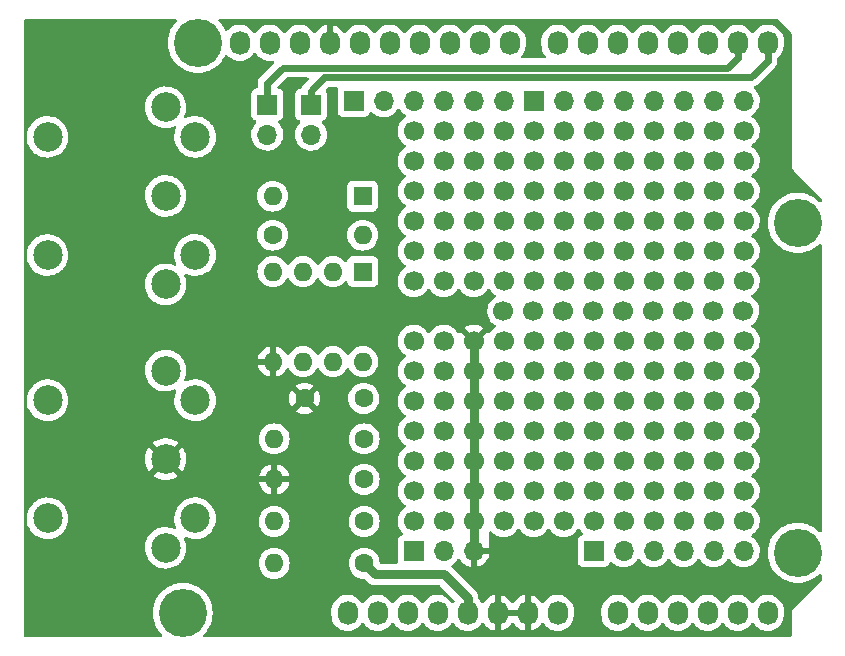
<source format=gbr>
%TF.GenerationSoftware,KiCad,Pcbnew,(6.0.5)*%
%TF.CreationDate,2022-08-29T17:14:51+01:00*%
%TF.ProjectId,ArduinoMIDIProtoShield,41726475-696e-46f4-9d49-444950726f74,rev?*%
%TF.SameCoordinates,Original*%
%TF.FileFunction,Copper,L2,Bot*%
%TF.FilePolarity,Positive*%
%FSLAX46Y46*%
G04 Gerber Fmt 4.6, Leading zero omitted, Abs format (unit mm)*
G04 Created by KiCad (PCBNEW (6.0.5)) date 2022-08-29 17:14:51*
%MOMM*%
%LPD*%
G01*
G04 APERTURE LIST*
%TA.AperFunction,ComponentPad*%
%ADD10R,1.700000X1.700000*%
%TD*%
%TA.AperFunction,ComponentPad*%
%ADD11O,1.700000X1.700000*%
%TD*%
%TA.AperFunction,ComponentPad*%
%ADD12R,1.600000X1.600000*%
%TD*%
%TA.AperFunction,ComponentPad*%
%ADD13O,1.600000X1.600000*%
%TD*%
%TA.AperFunction,ComponentPad*%
%ADD14O,1.727200X2.032000*%
%TD*%
%TA.AperFunction,ComponentPad*%
%ADD15C,4.064000*%
%TD*%
%TA.AperFunction,ComponentPad*%
%ADD16C,1.700000*%
%TD*%
%TA.AperFunction,ComponentPad*%
%ADD17C,1.600000*%
%TD*%
%TA.AperFunction,WasherPad*%
%ADD18C,2.499360*%
%TD*%
%TA.AperFunction,ComponentPad*%
%ADD19C,2.499360*%
%TD*%
%TA.AperFunction,Conductor*%
%ADD20C,0.800000*%
%TD*%
%TA.AperFunction,Conductor*%
%ADD21C,0.600000*%
%TD*%
G04 APERTURE END LIST*
D10*
%TO.P,J4,1,Pin_1*%
%TO.N,/7*%
X154686000Y-80492600D03*
D11*
%TO.P,J4,2,Pin_2*%
%TO.N,/6(\u002A\u002A)*%
X157226000Y-80492600D03*
%TO.P,J4,3,Pin_3*%
%TO.N,/5(\u002A\u002A)*%
X159766000Y-80492600D03*
%TO.P,J4,4,Pin_4*%
%TO.N,/4*%
X162306000Y-80492600D03*
%TO.P,J4,5,Pin_5*%
%TO.N,/3(\u002A\u002A)*%
X164846000Y-80492600D03*
%TO.P,J4,6,Pin_6*%
%TO.N,/2*%
X167386000Y-80492600D03*
%TO.P,J4,7,Pin_7*%
%TO.N,/1(Tx)*%
X169926000Y-80492600D03*
%TO.P,J4,8,Pin_8*%
%TO.N,/0(Rx)*%
X172466000Y-80492600D03*
%TD*%
D10*
%TO.P,J1,1,Pin_1*%
%TO.N,+3V3*%
X144526000Y-118592600D03*
D11*
%TO.P,J1,2,Pin_2*%
%TO.N,+5V*%
X147066000Y-118592600D03*
%TO.P,J1,3,Pin_3*%
%TO.N,GND*%
X149606000Y-118592600D03*
%TD*%
D12*
%TO.P,U1,1,NC*%
%TO.N,unconnected-(U1-Pad1)*%
X140223400Y-94929800D03*
D13*
%TO.P,U1,2,C1*%
%TO.N,Net-(D1-Pad1)*%
X137683400Y-94929800D03*
%TO.P,U1,3,C2*%
%TO.N,Net-(D1-Pad2)*%
X135143400Y-94929800D03*
%TO.P,U1,4,NC*%
%TO.N,unconnected-(U1-Pad4)*%
X132603400Y-94929800D03*
%TO.P,U1,5,GND*%
%TO.N,GND*%
X132603400Y-102549800D03*
%TO.P,U1,6,VO2*%
%TO.N,Net-(J6-Pad2)*%
X135143400Y-102549800D03*
%TO.P,U1,7,VO1*%
%TO.N,Net-(R4-Pad1)*%
X137683400Y-102549800D03*
%TO.P,U1,8,VCC*%
%TO.N,+5V*%
X140223400Y-102549800D03*
%TD*%
D14*
%TO.P,P1,1,Pin_1*%
%TO.N,unconnected-(P1-Pad1)*%
X138938000Y-123825000D03*
%TO.P,P1,2,Pin_2*%
%TO.N,/IOREF*%
X141478000Y-123825000D03*
%TO.P,P1,3,Pin_3*%
%TO.N,/Reset*%
X144018000Y-123825000D03*
%TO.P,P1,4,Pin_4*%
%TO.N,+3V3*%
X146558000Y-123825000D03*
%TO.P,P1,5,Pin_5*%
%TO.N,+5V*%
X149098000Y-123825000D03*
%TO.P,P1,6,Pin_6*%
%TO.N,GND*%
X151638000Y-123825000D03*
%TO.P,P1,7,Pin_7*%
X154178000Y-123825000D03*
%TO.P,P1,8,Pin_8*%
%TO.N,/Vin*%
X156718000Y-123825000D03*
%TD*%
%TO.P,P2,1,Pin_1*%
%TO.N,/A0*%
X161798000Y-123825000D03*
%TO.P,P2,2,Pin_2*%
%TO.N,/A1*%
X164338000Y-123825000D03*
%TO.P,P2,3,Pin_3*%
%TO.N,/A2*%
X166878000Y-123825000D03*
%TO.P,P2,4,Pin_4*%
%TO.N,/A3*%
X169418000Y-123825000D03*
%TO.P,P2,5,Pin_5*%
%TO.N,/A4(SDA)*%
X171958000Y-123825000D03*
%TO.P,P2,6,Pin_6*%
%TO.N,/A5(SCL)*%
X174498000Y-123825000D03*
%TD*%
%TO.P,P3,1,Pin_1*%
%TO.N,/A5(SCL)*%
X129794000Y-75565000D03*
%TO.P,P3,2,Pin_2*%
%TO.N,/A4(SDA)*%
X132334000Y-75565000D03*
%TO.P,P3,3,Pin_3*%
%TO.N,/AREF*%
X134874000Y-75565000D03*
%TO.P,P3,4,Pin_4*%
%TO.N,GND*%
X137414000Y-75565000D03*
%TO.P,P3,5,Pin_5*%
%TO.N,/13(SCK)*%
X139954000Y-75565000D03*
%TO.P,P3,6,Pin_6*%
%TO.N,/12(MISO)*%
X142494000Y-75565000D03*
%TO.P,P3,7,Pin_7*%
%TO.N,/11(\u002A\u002A{slash}MOSI)*%
X145034000Y-75565000D03*
%TO.P,P3,8,Pin_8*%
%TO.N,/10(\u002A\u002A{slash}SS)*%
X147574000Y-75565000D03*
%TO.P,P3,9,Pin_9*%
%TO.N,/9(\u002A\u002A)*%
X150114000Y-75565000D03*
%TO.P,P3,10,Pin_10*%
%TO.N,/8*%
X152654000Y-75565000D03*
%TD*%
%TO.P,P4,1,Pin_1*%
%TO.N,/7*%
X156718000Y-75565000D03*
%TO.P,P4,2,Pin_2*%
%TO.N,/6(\u002A\u002A)*%
X159258000Y-75565000D03*
%TO.P,P4,3,Pin_3*%
%TO.N,/5(\u002A\u002A)*%
X161798000Y-75565000D03*
%TO.P,P4,4,Pin_4*%
%TO.N,/4*%
X164338000Y-75565000D03*
%TO.P,P4,5,Pin_5*%
%TO.N,/3(\u002A\u002A)*%
X166878000Y-75565000D03*
%TO.P,P4,6,Pin_6*%
%TO.N,/2*%
X169418000Y-75565000D03*
%TO.P,P4,7,Pin_7*%
%TO.N,/1(Tx)*%
X171958000Y-75565000D03*
%TO.P,P4,8,Pin_8*%
%TO.N,/0(Rx)*%
X174498000Y-75565000D03*
%TD*%
D15*
%TO.P,P5,1,Pin_1*%
%TO.N,unconnected-(P5-Pad1)*%
X124968000Y-123825000D03*
%TD*%
%TO.P,P6,1,Pin_1*%
%TO.N,unconnected-(P6-Pad1)*%
X177038000Y-118745000D03*
%TD*%
%TO.P,P7,1,Pin_1*%
%TO.N,unconnected-(P7-Pad1)*%
X126238000Y-75565000D03*
%TD*%
%TO.P,P8,1,Pin_1*%
%TO.N,unconnected-(P8-Pad1)*%
X177038000Y-90805000D03*
%TD*%
D16*
%TO.P,,1*%
%TO.N,N/C*%
X162306000Y-110972600D03*
%TD*%
%TO.P,,1*%
%TO.N,N/C*%
X167386000Y-85572600D03*
%TD*%
%TO.P,,1*%
%TO.N,N/C*%
X169926000Y-110972600D03*
%TD*%
%TO.P,,1*%
%TO.N,N/C*%
X152146000Y-108432600D03*
%TD*%
%TO.P,,1*%
%TO.N,N/C*%
X164846000Y-100812600D03*
%TD*%
%TO.P,,1*%
%TO.N,N/C*%
X154686000Y-90652600D03*
%TD*%
%TO.P,,1*%
%TO.N,N/C*%
X172466000Y-116052600D03*
%TD*%
%TO.P,,1*%
%TO.N,N/C*%
X169926000Y-93192600D03*
%TD*%
%TO.P,,1*%
%TO.N,N/C*%
X154686000Y-116052600D03*
%TD*%
%TO.P,,1*%
%TO.N,N/C*%
X167386000Y-105892600D03*
%TD*%
%TO.P,,1*%
%TO.N,N/C*%
X167386000Y-116052600D03*
%TD*%
%TO.P,,1*%
%TO.N,N/C*%
X147066000Y-90652600D03*
%TD*%
%TO.P,,1*%
%TO.N,N/C*%
X147066000Y-88112600D03*
%TD*%
%TO.P,,1*%
%TO.N,N/C*%
X157200600Y-98272600D03*
%TD*%
%TO.P,,1*%
%TO.N,N/C*%
X144526000Y-90652600D03*
%TD*%
%TO.P,,1*%
%TO.N,N/C*%
X162306000Y-116052600D03*
%TD*%
%TO.P,,1*%
%TO.N,N/C*%
X157226000Y-108432600D03*
%TD*%
%TO.P,,1*%
%TO.N,N/C*%
X152146000Y-93192600D03*
%TD*%
%TO.P,,1*%
%TO.N,N/C*%
X147066000Y-83032600D03*
%TD*%
%TO.P,,1*%
%TO.N,N/C*%
X164846000Y-93192600D03*
%TD*%
%TO.P,,1*%
%TO.N,N/C*%
X147066000Y-85572600D03*
%TD*%
%TO.P,,1*%
%TO.N,N/C*%
X159766000Y-100812600D03*
%TD*%
%TO.P,,1*%
%TO.N,N/C*%
X157226000Y-90652600D03*
%TD*%
%TO.P,,1*%
%TO.N,N/C*%
X169926000Y-100812600D03*
%TD*%
D10*
%TO.P,J6,1,Pin_1*%
%TO.N,/0(Rx)*%
X135839200Y-80792400D03*
D11*
%TO.P,J6,2,Pin_2*%
%TO.N,Net-(J6-Pad2)*%
X135839200Y-83332400D03*
%TD*%
D16*
%TO.P,,1*%
%TO.N,N/C*%
X169926000Y-90652600D03*
%TD*%
%TO.P,,1*%
%TO.N,+3V3*%
X144526000Y-100812600D03*
%TD*%
%TO.P,,1*%
%TO.N,N/C*%
X162280600Y-98272600D03*
%TD*%
%TO.P,,1*%
%TO.N,GND*%
X149606000Y-105892600D03*
%TD*%
%TO.P,,1*%
%TO.N,N/C*%
X164846000Y-90652600D03*
%TD*%
%TO.P,,1*%
%TO.N,N/C*%
X159766000Y-88112600D03*
%TD*%
%TO.P,,1*%
%TO.N,+3V3*%
X144526000Y-110972600D03*
%TD*%
%TO.P,,1*%
%TO.N,+3V3*%
X144526000Y-113512600D03*
%TD*%
D10*
%TO.P,J3,1,Pin_1*%
%TO.N,/13(SCK)*%
X139446000Y-80492600D03*
D11*
%TO.P,J3,2,Pin_2*%
%TO.N,/12(MISO)*%
X141986000Y-80492600D03*
%TO.P,J3,3,Pin_3*%
%TO.N,/11(\u002A\u002A{slash}MOSI)*%
X144526000Y-80492600D03*
%TO.P,J3,4,Pin_4*%
%TO.N,/10(\u002A\u002A{slash}SS)*%
X147066000Y-80492600D03*
%TO.P,J3,5,Pin_5*%
%TO.N,/9(\u002A\u002A)*%
X149606000Y-80492600D03*
%TO.P,J3,6,Pin_6*%
%TO.N,/8*%
X152146000Y-80492600D03*
%TD*%
D16*
%TO.P,,1*%
%TO.N,N/C*%
X169926000Y-88112600D03*
%TD*%
D17*
%TO.P,R3,1*%
%TO.N,Net-(IN1-Pad4)*%
X132588000Y-91846400D03*
D13*
%TO.P,R3,2*%
%TO.N,Net-(D1-Pad1)*%
X140208000Y-91846400D03*
%TD*%
D16*
%TO.P,,1*%
%TO.N,N/C*%
X159766000Y-90652600D03*
%TD*%
D17*
%TO.P,R5,1*%
%TO.N,+5V*%
X140335000Y-109093000D03*
D13*
%TO.P,R5,2*%
%TO.N,Net-(J6-Pad2)*%
X132715000Y-109093000D03*
%TD*%
D16*
%TO.P,,1*%
%TO.N,N/C*%
X152146000Y-83032600D03*
%TD*%
%TO.P,,1*%
%TO.N,N/C*%
X172466000Y-103352600D03*
%TD*%
D12*
%TO.P,D1,1,K*%
%TO.N,Net-(D1-Pad1)*%
X140208000Y-88544400D03*
D13*
%TO.P,D1,2,A*%
%TO.N,Net-(D1-Pad2)*%
X132588000Y-88544400D03*
%TD*%
D16*
%TO.P,,1*%
%TO.N,N/C*%
X159766000Y-83032600D03*
%TD*%
D17*
%TO.P,R4,1*%
%TO.N,Net-(R4-Pad1)*%
X140335000Y-112522000D03*
D13*
%TO.P,R4,2*%
%TO.N,GND*%
X132715000Y-112522000D03*
%TD*%
D16*
%TO.P,,1*%
%TO.N,N/C*%
X172466000Y-85572600D03*
%TD*%
%TO.P,,1*%
%TO.N,N/C*%
X172466000Y-113512600D03*
%TD*%
%TO.P,,1*%
%TO.N,N/C*%
X152146000Y-103352600D03*
%TD*%
%TO.P,,1*%
%TO.N,N/C*%
X164846000Y-85572600D03*
%TD*%
%TO.P,,1*%
%TO.N,N/C*%
X164846000Y-95732600D03*
%TD*%
%TO.P,,1*%
%TO.N,N/C*%
X147066000Y-95732600D03*
%TD*%
%TO.P,,1*%
%TO.N,GND*%
X149606000Y-113512600D03*
%TD*%
%TO.P,,1*%
%TO.N,N/C*%
X157226000Y-85572600D03*
%TD*%
%TO.P,,1*%
%TO.N,N/C*%
X164846000Y-110972600D03*
%TD*%
%TO.P,,1*%
%TO.N,+3V3*%
X144526000Y-108432600D03*
%TD*%
%TO.P,,1*%
%TO.N,N/C*%
X157226000Y-103352600D03*
%TD*%
%TO.P,,1*%
%TO.N,N/C*%
X169926000Y-83032600D03*
%TD*%
%TO.P,,1*%
%TO.N,N/C*%
X162306000Y-85572600D03*
%TD*%
%TO.P,,1*%
%TO.N,N/C*%
X164846000Y-88112600D03*
%TD*%
%TO.P,,1*%
%TO.N,+5V*%
X147066000Y-103352600D03*
%TD*%
%TO.P,,1*%
%TO.N,N/C*%
X162306000Y-83032600D03*
%TD*%
%TO.P,,1*%
%TO.N,+3V3*%
X144526000Y-116052600D03*
%TD*%
%TO.P,,1*%
%TO.N,N/C*%
X157226000Y-88112600D03*
%TD*%
%TO.P,,1*%
%TO.N,+5V*%
X147066000Y-105892600D03*
%TD*%
%TO.P,,1*%
%TO.N,N/C*%
X167386000Y-100812600D03*
%TD*%
D17*
%TO.P,C1,1*%
%TO.N,+5V*%
X140295000Y-105664000D03*
%TO.P,C1,2*%
%TO.N,GND*%
X135295000Y-105664000D03*
%TD*%
D16*
%TO.P,,1*%
%TO.N,N/C*%
X167386000Y-93192600D03*
%TD*%
%TO.P,,1*%
%TO.N,N/C*%
X157226000Y-95732600D03*
%TD*%
%TO.P,,1*%
%TO.N,N/C*%
X162306000Y-100812600D03*
%TD*%
%TO.P,,1*%
%TO.N,N/C*%
X172466000Y-93192600D03*
%TD*%
%TO.P,,1*%
%TO.N,N/C*%
X152146000Y-90652600D03*
%TD*%
%TO.P,,1*%
%TO.N,N/C*%
X157226000Y-113512600D03*
%TD*%
%TO.P,,1*%
%TO.N,N/C*%
X157226000Y-116052600D03*
%TD*%
%TO.P,,1*%
%TO.N,N/C*%
X169926000Y-113512600D03*
%TD*%
%TO.P,,1*%
%TO.N,N/C*%
X157226000Y-83032600D03*
%TD*%
%TO.P,,1*%
%TO.N,N/C*%
X152146000Y-85572600D03*
%TD*%
%TO.P,,1*%
%TO.N,N/C*%
X172466000Y-110972600D03*
%TD*%
%TO.P,,1*%
%TO.N,N/C*%
X159766000Y-105892600D03*
%TD*%
%TO.P,,1*%
%TO.N,N/C*%
X164846000Y-103352600D03*
%TD*%
%TO.P,,1*%
%TO.N,N/C*%
X154686000Y-105892600D03*
%TD*%
%TO.P,,1*%
%TO.N,N/C*%
X172466000Y-105892600D03*
%TD*%
%TO.P,,1*%
%TO.N,N/C*%
X169926000Y-108432600D03*
%TD*%
%TO.P,,1*%
%TO.N,N/C*%
X152146000Y-100812600D03*
%TD*%
%TO.P,,1*%
%TO.N,N/C*%
X154686000Y-85572600D03*
%TD*%
%TO.P,,1*%
%TO.N,N/C*%
X164846000Y-105892600D03*
%TD*%
%TO.P,,1*%
%TO.N,N/C*%
X167386000Y-108432600D03*
%TD*%
%TO.P,,1*%
%TO.N,N/C*%
X164846000Y-108432600D03*
%TD*%
%TO.P,,1*%
%TO.N,GND*%
X149606000Y-116052600D03*
%TD*%
%TO.P,,1*%
%TO.N,N/C*%
X154686000Y-95732600D03*
%TD*%
%TO.P,,1*%
%TO.N,N/C*%
X167386000Y-90652600D03*
%TD*%
%TO.P,,1*%
%TO.N,N/C*%
X162306000Y-105892600D03*
%TD*%
%TO.P,,1*%
%TO.N,N/C*%
X167386000Y-83032600D03*
%TD*%
%TO.P,,1*%
%TO.N,N/C*%
X172466000Y-90652600D03*
%TD*%
%TO.P,,1*%
%TO.N,N/C*%
X154686000Y-93192600D03*
%TD*%
%TO.P,,1*%
%TO.N,N/C*%
X167386000Y-103352600D03*
%TD*%
%TO.P,,1*%
%TO.N,N/C*%
X154686000Y-113512600D03*
%TD*%
D18*
%TO.P,IN1,*%
%TO.N,*%
X113525300Y-83517740D03*
X113525300Y-93520260D03*
D19*
%TO.P,IN1,1*%
%TO.N,unconnected-(IN1-Pad1)*%
X123520200Y-96017080D03*
%TO.P,IN1,2*%
%TO.N,unconnected-(IN1-Pad2)*%
X123522740Y-88519000D03*
%TO.P,IN1,3*%
%TO.N,unconnected-(IN1-Pad3)*%
X123520200Y-81020920D03*
%TO.P,IN1,4*%
%TO.N,Net-(IN1-Pad4)*%
X126022100Y-93515180D03*
%TO.P,IN1,5*%
%TO.N,Net-(D1-Pad2)*%
X126022100Y-83522820D03*
%TD*%
D16*
%TO.P,,1*%
%TO.N,+5V*%
X147066000Y-108432600D03*
%TD*%
%TO.P,,1*%
%TO.N,N/C*%
X152120600Y-98272600D03*
%TD*%
%TO.P,,1*%
%TO.N,+5V*%
X147066000Y-110972600D03*
%TD*%
%TO.P,,1*%
%TO.N,N/C*%
X152146000Y-110972600D03*
%TD*%
%TO.P,,1*%
%TO.N,+5V*%
X147066000Y-116052600D03*
%TD*%
%TO.P,,1*%
%TO.N,N/C*%
X152146000Y-113512600D03*
%TD*%
%TO.P,,1*%
%TO.N,N/C*%
X162306000Y-95732600D03*
%TD*%
%TO.P,,1*%
%TO.N,GND*%
X149606000Y-100812600D03*
%TD*%
%TO.P,,1*%
%TO.N,N/C*%
X169926000Y-85572600D03*
%TD*%
%TO.P,,1*%
%TO.N,N/C*%
X162306000Y-88112600D03*
%TD*%
%TO.P,,1*%
%TO.N,N/C*%
X154686000Y-100812600D03*
%TD*%
%TO.P,,1*%
%TO.N,N/C*%
X164846000Y-113512600D03*
%TD*%
%TO.P,,1*%
%TO.N,GND*%
X149606000Y-110972600D03*
%TD*%
%TO.P,,1*%
%TO.N,N/C*%
X167360600Y-98272600D03*
%TD*%
%TO.P,,1*%
%TO.N,GND*%
X149606000Y-103352600D03*
%TD*%
%TO.P,,1*%
%TO.N,N/C*%
X159766000Y-110972600D03*
%TD*%
%TO.P,,1*%
%TO.N,N/C*%
X159766000Y-103352600D03*
%TD*%
%TO.P,,1*%
%TO.N,N/C*%
X144526000Y-85572600D03*
%TD*%
%TO.P,,1*%
%TO.N,N/C*%
X167386000Y-113512600D03*
%TD*%
%TO.P,,1*%
%TO.N,N/C*%
X169926000Y-95732600D03*
%TD*%
%TO.P,,1*%
%TO.N,N/C*%
X167386000Y-88112600D03*
%TD*%
%TO.P,,1*%
%TO.N,N/C*%
X149606000Y-88112600D03*
%TD*%
%TO.P,,1*%
%TO.N,N/C*%
X172466000Y-100812600D03*
%TD*%
%TO.P,,1*%
%TO.N,N/C*%
X172466000Y-95732600D03*
%TD*%
%TO.P,,1*%
%TO.N,N/C*%
X144526000Y-88112600D03*
%TD*%
%TO.P,,1*%
%TO.N,N/C*%
X149606000Y-85572600D03*
%TD*%
%TO.P,,1*%
%TO.N,+5V*%
X147066000Y-100812600D03*
%TD*%
%TO.P,,1*%
%TO.N,N/C*%
X167386000Y-95732600D03*
%TD*%
%TO.P,,1*%
%TO.N,N/C*%
X154686000Y-108432600D03*
%TD*%
%TO.P,,1*%
%TO.N,N/C*%
X152146000Y-88112600D03*
%TD*%
%TO.P,,1*%
%TO.N,N/C*%
X162306000Y-93192600D03*
%TD*%
D18*
%TO.P,OUT1,*%
%TO.N,*%
X113525300Y-115820260D03*
X113525300Y-105817740D03*
D19*
%TO.P,OUT1,1*%
%TO.N,unconnected-(OUT1-Pad1)*%
X123520200Y-118317080D03*
%TO.P,OUT1,2*%
%TO.N,GND*%
X123522740Y-110819000D03*
%TO.P,OUT1,3*%
%TO.N,unconnected-(OUT1-Pad3)*%
X123520200Y-103320920D03*
%TO.P,OUT1,4*%
%TO.N,Net-(OUT1-Pad4)*%
X126022100Y-115815180D03*
%TO.P,OUT1,5*%
%TO.N,Net-(OUT1-Pad5)*%
X126022100Y-105822820D03*
%TD*%
D16*
%TO.P,,1*%
%TO.N,+3V3*%
X144526000Y-103352600D03*
%TD*%
%TO.P,,1*%
%TO.N,N/C*%
X157226000Y-100812600D03*
%TD*%
%TO.P,,1*%
%TO.N,N/C*%
X169926000Y-105892600D03*
%TD*%
D10*
%TO.P,J2,1,Pin_1*%
%TO.N,/A0*%
X159766000Y-118592600D03*
D11*
%TO.P,J2,2,Pin_2*%
%TO.N,/A1*%
X162306000Y-118592600D03*
%TO.P,J2,3,Pin_3*%
%TO.N,/A2*%
X164846000Y-118592600D03*
%TO.P,J2,4,Pin_4*%
%TO.N,/A3*%
X167386000Y-118592600D03*
%TO.P,J2,5,Pin_5*%
%TO.N,/A4(SDA)*%
X169926000Y-118592600D03*
%TO.P,J2,6,Pin_6*%
%TO.N,/A5(SCL)*%
X172466000Y-118592600D03*
%TD*%
D17*
%TO.P,R1,1*%
%TO.N,+5V*%
X140335000Y-119634000D03*
D13*
%TO.P,R1,2*%
%TO.N,Net-(OUT1-Pad4)*%
X132715000Y-119634000D03*
%TD*%
D16*
%TO.P,,1*%
%TO.N,N/C*%
X159766000Y-108432600D03*
%TD*%
%TO.P,,1*%
%TO.N,N/C*%
X172466000Y-83032600D03*
%TD*%
%TO.P,,1*%
%TO.N,+5V*%
X147066000Y-113512600D03*
%TD*%
%TO.P,,1*%
%TO.N,N/C*%
X154686000Y-88112600D03*
%TD*%
%TO.P,,1*%
%TO.N,N/C*%
X157226000Y-105892600D03*
%TD*%
%TO.P,,1*%
%TO.N,N/C*%
X167386000Y-110972600D03*
%TD*%
%TO.P,,1*%
%TO.N,N/C*%
X162306000Y-103352600D03*
%TD*%
%TO.P,,1*%
%TO.N,N/C*%
X162306000Y-90652600D03*
%TD*%
%TO.P,,1*%
%TO.N,N/C*%
X169926000Y-116052600D03*
%TD*%
%TO.P,,1*%
%TO.N,N/C*%
X164820600Y-98272600D03*
%TD*%
%TO.P,,1*%
%TO.N,N/C*%
X144526000Y-93192600D03*
%TD*%
%TO.P,,1*%
%TO.N,N/C*%
X162306000Y-108432600D03*
%TD*%
%TO.P,,1*%
%TO.N,N/C*%
X159766000Y-85572600D03*
%TD*%
%TO.P,,1*%
%TO.N,N/C*%
X149606000Y-90652600D03*
%TD*%
%TO.P,,1*%
%TO.N,N/C*%
X152146000Y-116052600D03*
%TD*%
%TO.P,,1*%
%TO.N,+3V3*%
X144526000Y-105892600D03*
%TD*%
%TO.P,,1*%
%TO.N,N/C*%
X172440600Y-98272600D03*
%TD*%
%TO.P,,1*%
%TO.N,N/C*%
X157226000Y-110972600D03*
%TD*%
%TO.P,,1*%
%TO.N,N/C*%
X149606000Y-83032600D03*
%TD*%
%TO.P,,1*%
%TO.N,N/C*%
X159766000Y-93192600D03*
%TD*%
%TO.P,,1*%
%TO.N,N/C*%
X157226000Y-93192600D03*
%TD*%
%TO.P,,1*%
%TO.N,N/C*%
X159766000Y-113512600D03*
%TD*%
D17*
%TO.P,R2,1*%
%TO.N,Net-(J5-Pad2)*%
X140335000Y-116078000D03*
D13*
%TO.P,R2,2*%
%TO.N,Net-(OUT1-Pad5)*%
X132715000Y-116078000D03*
%TD*%
D16*
%TO.P,,1*%
%TO.N,N/C*%
X169926000Y-103352600D03*
%TD*%
%TO.P,,1*%
%TO.N,N/C*%
X152146000Y-95732600D03*
%TD*%
%TO.P,,1*%
%TO.N,N/C*%
X172466000Y-88112600D03*
%TD*%
%TO.P,,1*%
%TO.N,N/C*%
X149606000Y-93192600D03*
%TD*%
%TO.P,,1*%
%TO.N,N/C*%
X154686000Y-103352600D03*
%TD*%
%TO.P,,1*%
%TO.N,N/C*%
X147066000Y-93192600D03*
%TD*%
%TO.P,,1*%
%TO.N,N/C*%
X172466000Y-108432600D03*
%TD*%
%TO.P,,1*%
%TO.N,N/C*%
X159740600Y-98272600D03*
%TD*%
%TO.P,,1*%
%TO.N,N/C*%
X164846000Y-116052600D03*
%TD*%
%TO.P,,1*%
%TO.N,N/C*%
X154686000Y-110972600D03*
%TD*%
%TO.P,,1*%
%TO.N,N/C*%
X169900600Y-98272600D03*
%TD*%
%TO.P,,1*%
%TO.N,N/C*%
X154686000Y-83032600D03*
%TD*%
%TO.P,,1*%
%TO.N,N/C*%
X154660600Y-98272600D03*
%TD*%
%TO.P,,1*%
%TO.N,N/C*%
X159766000Y-116052600D03*
%TD*%
%TO.P,,1*%
%TO.N,GND*%
X149606000Y-108432600D03*
%TD*%
%TO.P,,1*%
%TO.N,N/C*%
X159766000Y-95732600D03*
%TD*%
%TO.P,,1*%
%TO.N,N/C*%
X149606000Y-95732600D03*
%TD*%
%TO.P,,1*%
%TO.N,N/C*%
X144526000Y-95732600D03*
%TD*%
%TO.P,,1*%
%TO.N,N/C*%
X164846000Y-83032600D03*
%TD*%
%TO.P,,1*%
%TO.N,N/C*%
X144526000Y-83032600D03*
%TD*%
D10*
%TO.P,J5,1,Pin_1*%
%TO.N,/1(Tx)*%
X132130800Y-80787400D03*
D11*
%TO.P,J5,2,Pin_2*%
%TO.N,Net-(J5-Pad2)*%
X132130800Y-83327400D03*
%TD*%
D16*
%TO.P,,1*%
%TO.N,N/C*%
X152146000Y-105892600D03*
%TD*%
%TO.P,,1*%
%TO.N,N/C*%
X162306000Y-113512600D03*
%TD*%
D20*
%TO.N,+5V*%
X149098000Y-122580400D02*
X149098000Y-123825000D01*
X147091400Y-120573800D02*
X149098000Y-122580400D01*
X141274800Y-120573800D02*
X147091400Y-120573800D01*
X140335000Y-119634000D02*
X141274800Y-120573800D01*
D21*
%TO.N,/0(Rx)*%
X135839200Y-79602440D02*
X136968920Y-78472720D01*
X135839200Y-80792400D02*
X135839200Y-79602440D01*
X173114280Y-78472720D02*
X136968920Y-78472720D01*
%TO.N,/1(Tx)*%
X133426200Y-77673200D02*
X171094400Y-77673200D01*
X171958000Y-76809600D02*
X171958000Y-75565000D01*
X132130800Y-78968600D02*
X133426200Y-77673200D01*
X171094400Y-77673200D02*
X171958000Y-76809600D01*
X132130800Y-80787400D02*
X132130800Y-78968600D01*
D20*
%TO.N,GND*%
X149606000Y-108432600D02*
X149606000Y-105892600D01*
X149606000Y-116052600D02*
X149606000Y-113512600D01*
X149606000Y-110972600D02*
X149606000Y-108432600D01*
X149606000Y-118592600D02*
X149606000Y-116052600D01*
X149606000Y-105892600D02*
X149606000Y-103352600D01*
X149606000Y-113512600D02*
X149606000Y-110972600D01*
X149606000Y-103352600D02*
X149606000Y-100812600D01*
D21*
%TO.N,/0(Rx)*%
X174498000Y-75565000D02*
X174498000Y-77089000D01*
X174498000Y-77089000D02*
X173114280Y-78472720D01*
%TD*%
%TA.AperFunction,Conductor*%
%TO.N,GND*%
G36*
X124439997Y-73553502D02*
G01*
X124486490Y-73607158D01*
X124496594Y-73677432D01*
X124467100Y-73742012D01*
X124458129Y-73751350D01*
X124382394Y-73822470D01*
X124178629Y-74068779D01*
X124176505Y-74072126D01*
X124176502Y-74072130D01*
X124109830Y-74177188D01*
X124007341Y-74338685D01*
X124005657Y-74342264D01*
X124005653Y-74342271D01*
X123902875Y-74560687D01*
X123871233Y-74627930D01*
X123870007Y-74631702D01*
X123870007Y-74631703D01*
X123868107Y-74637551D01*
X123772449Y-74931954D01*
X123712549Y-75245961D01*
X123692477Y-75565000D01*
X123712549Y-75884039D01*
X123772449Y-76198046D01*
X123773676Y-76201822D01*
X123868201Y-76492737D01*
X123871233Y-76502070D01*
X123872920Y-76505656D01*
X123872922Y-76505660D01*
X124005653Y-76787729D01*
X124005657Y-76787736D01*
X124007341Y-76791315D01*
X124009465Y-76794661D01*
X124009465Y-76794662D01*
X124164950Y-77039666D01*
X124178629Y-77061221D01*
X124382394Y-77307530D01*
X124385284Y-77310244D01*
X124385285Y-77310245D01*
X124399751Y-77323829D01*
X124615423Y-77526359D01*
X124618625Y-77528686D01*
X124618627Y-77528687D01*
X124671066Y-77566786D01*
X124874041Y-77714256D01*
X125154169Y-77868258D01*
X125316083Y-77932364D01*
X125447707Y-77984478D01*
X125447710Y-77984479D01*
X125451390Y-77985936D01*
X125455224Y-77986920D01*
X125455232Y-77986923D01*
X125647153Y-78036200D01*
X125761017Y-78065435D01*
X125764945Y-78065931D01*
X125764949Y-78065932D01*
X125890642Y-78081810D01*
X126078165Y-78105500D01*
X126397835Y-78105500D01*
X126585358Y-78081810D01*
X126711051Y-78065932D01*
X126711055Y-78065931D01*
X126714983Y-78065435D01*
X126828847Y-78036200D01*
X127020768Y-77986923D01*
X127020776Y-77986920D01*
X127024610Y-77985936D01*
X127028290Y-77984479D01*
X127028293Y-77984478D01*
X127159917Y-77932364D01*
X127321831Y-77868258D01*
X127601959Y-77714256D01*
X127804934Y-77566786D01*
X127857373Y-77528687D01*
X127857375Y-77528686D01*
X127860577Y-77526359D01*
X128076249Y-77323829D01*
X128090715Y-77310245D01*
X128090716Y-77310244D01*
X128093606Y-77307530D01*
X128297371Y-77061221D01*
X128311051Y-77039666D01*
X128466535Y-76794662D01*
X128466535Y-76794661D01*
X128468659Y-76791315D01*
X128470343Y-76787736D01*
X128470347Y-76787729D01*
X128540177Y-76639332D01*
X128587280Y-76586211D01*
X128655625Y-76566988D01*
X128723512Y-76587767D01*
X128745355Y-76606008D01*
X128881532Y-76748758D01*
X129068350Y-76887754D01*
X129073102Y-76890170D01*
X129196310Y-76952812D01*
X129275916Y-76993286D01*
X129387106Y-77027811D01*
X129493193Y-77060753D01*
X129493199Y-77060754D01*
X129498296Y-77062337D01*
X129620010Y-77078469D01*
X129723848Y-77092232D01*
X129723852Y-77092232D01*
X129729132Y-77092932D01*
X129734462Y-77092732D01*
X129734463Y-77092732D01*
X129845477Y-77088564D01*
X129961822Y-77084197D01*
X130066005Y-77062337D01*
X130184486Y-77037477D01*
X130184489Y-77037476D01*
X130189713Y-77036380D01*
X130406290Y-76950850D01*
X130605359Y-76830051D01*
X130645920Y-76794854D01*
X130777197Y-76680939D01*
X130777199Y-76680937D01*
X130781230Y-76677439D01*
X130784613Y-76673313D01*
X130784617Y-76673309D01*
X130883776Y-76552374D01*
X130928872Y-76497376D01*
X130954845Y-76451748D01*
X131005927Y-76402442D01*
X131075558Y-76388580D01*
X131141629Y-76414563D01*
X131168867Y-76443713D01*
X131260804Y-76580272D01*
X131264483Y-76584129D01*
X131264485Y-76584131D01*
X131323207Y-76645687D01*
X131421532Y-76748758D01*
X131608350Y-76887754D01*
X131613102Y-76890170D01*
X131736310Y-76952812D01*
X131815916Y-76993286D01*
X131927106Y-77027811D01*
X132033193Y-77060753D01*
X132033199Y-77060754D01*
X132038296Y-77062337D01*
X132160010Y-77078469D01*
X132263848Y-77092232D01*
X132263852Y-77092232D01*
X132269132Y-77092932D01*
X132274462Y-77092732D01*
X132274463Y-77092732D01*
X132385477Y-77088564D01*
X132501822Y-77084197D01*
X132555748Y-77072882D01*
X132626524Y-77078469D01*
X132683044Y-77121434D01*
X132707364Y-77188135D01*
X132691761Y-77257396D01*
X132670717Y-77285292D01*
X131565643Y-78390365D01*
X131564706Y-78391293D01*
X131500293Y-78454371D01*
X131476802Y-78490821D01*
X131469383Y-78501146D01*
X131442324Y-78535043D01*
X131439259Y-78541384D01*
X131439258Y-78541385D01*
X131427728Y-78565237D01*
X131420199Y-78578654D01*
X131402035Y-78606838D01*
X131399627Y-78613455D01*
X131399624Y-78613460D01*
X131387208Y-78647573D01*
X131382247Y-78659316D01*
X131366446Y-78692003D01*
X131366444Y-78692008D01*
X131363379Y-78698349D01*
X131361796Y-78705207D01*
X131361795Y-78705209D01*
X131355835Y-78731026D01*
X131351468Y-78745769D01*
X131339997Y-78777285D01*
X131339114Y-78784275D01*
X131339112Y-78784283D01*
X131334562Y-78820301D01*
X131332326Y-78832853D01*
X131322576Y-78875085D01*
X131322551Y-78882131D01*
X131322551Y-78882134D01*
X131322434Y-78915656D01*
X131322405Y-78916538D01*
X131322300Y-78917369D01*
X131322300Y-78954019D01*
X131322299Y-78954459D01*
X131322056Y-79024205D01*
X131321943Y-79056470D01*
X131322211Y-79057670D01*
X131322300Y-79059307D01*
X131322300Y-79306109D01*
X131302298Y-79374230D01*
X131248642Y-79420723D01*
X131209908Y-79431372D01*
X131197714Y-79432697D01*
X131170484Y-79435655D01*
X131034095Y-79486785D01*
X130917539Y-79574139D01*
X130830185Y-79690695D01*
X130779055Y-79827084D01*
X130772300Y-79889266D01*
X130772300Y-81685534D01*
X130779055Y-81747716D01*
X130830185Y-81884105D01*
X130917539Y-82000661D01*
X131034095Y-82088015D01*
X131042504Y-82091167D01*
X131042505Y-82091168D01*
X131151251Y-82131935D01*
X131208016Y-82174576D01*
X131232716Y-82241138D01*
X131217509Y-82310487D01*
X131198116Y-82336968D01*
X131071429Y-82469538D01*
X131068515Y-82473810D01*
X131068514Y-82473811D01*
X131005015Y-82566897D01*
X130945543Y-82654080D01*
X130899479Y-82753316D01*
X130890484Y-82772696D01*
X130851488Y-82856705D01*
X130791789Y-83071970D01*
X130768051Y-83294095D01*
X130768348Y-83299248D01*
X130768348Y-83299251D01*
X130773811Y-83393990D01*
X130780910Y-83517115D01*
X130782047Y-83522161D01*
X130782048Y-83522167D01*
X130801846Y-83610014D01*
X130830022Y-83735039D01*
X130869917Y-83833289D01*
X130905020Y-83919737D01*
X130914066Y-83942016D01*
X130964819Y-84024838D01*
X131026713Y-84125839D01*
X131030787Y-84132488D01*
X131177050Y-84301338D01*
X131348926Y-84444032D01*
X131541800Y-84556738D01*
X131546625Y-84558580D01*
X131546626Y-84558581D01*
X131559720Y-84563581D01*
X131750492Y-84636430D01*
X131755560Y-84637461D01*
X131755563Y-84637462D01*
X131862817Y-84659283D01*
X131969397Y-84680967D01*
X131974572Y-84681157D01*
X131974574Y-84681157D01*
X132187473Y-84688964D01*
X132187477Y-84688964D01*
X132192637Y-84689153D01*
X132197757Y-84688497D01*
X132197759Y-84688497D01*
X132409088Y-84661425D01*
X132409089Y-84661425D01*
X132414216Y-84660768D01*
X132475233Y-84642462D01*
X132623229Y-84598061D01*
X132623234Y-84598059D01*
X132628184Y-84596574D01*
X132828794Y-84498296D01*
X133010660Y-84368573D01*
X133020244Y-84359023D01*
X133139742Y-84239941D01*
X133168896Y-84210889D01*
X133174209Y-84203496D01*
X133296235Y-84033677D01*
X133299253Y-84029477D01*
X133319054Y-83989414D01*
X133395936Y-83833853D01*
X133395937Y-83833851D01*
X133398230Y-83829211D01*
X133443496Y-83680225D01*
X133461665Y-83620423D01*
X133461665Y-83620421D01*
X133463170Y-83615469D01*
X133492329Y-83393990D01*
X133493956Y-83327400D01*
X133475652Y-83104761D01*
X133421231Y-82888102D01*
X133332154Y-82683240D01*
X133277217Y-82598320D01*
X133213622Y-82500017D01*
X133213620Y-82500014D01*
X133210814Y-82495677D01*
X133191579Y-82474538D01*
X133063598Y-82333888D01*
X133032546Y-82270042D01*
X133040941Y-82199543D01*
X133086117Y-82144775D01*
X133112561Y-82131106D01*
X133219097Y-82091167D01*
X133227505Y-82088015D01*
X133344061Y-82000661D01*
X133431415Y-81884105D01*
X133482545Y-81747716D01*
X133489300Y-81685534D01*
X133489300Y-79889266D01*
X133482545Y-79827084D01*
X133431415Y-79690695D01*
X133344061Y-79574139D01*
X133227505Y-79486785D01*
X133091116Y-79435655D01*
X133083259Y-79434801D01*
X133080317Y-79434102D01*
X133018671Y-79398885D01*
X132985850Y-79335930D01*
X132992276Y-79265225D01*
X133020368Y-79222424D01*
X133724187Y-78518605D01*
X133786499Y-78484579D01*
X133813282Y-78481700D01*
X135512358Y-78481700D01*
X135580479Y-78501702D01*
X135626972Y-78555358D01*
X135637076Y-78625632D01*
X135607582Y-78690212D01*
X135601453Y-78696795D01*
X135274043Y-79024205D01*
X135273106Y-79025133D01*
X135215764Y-79081287D01*
X135208693Y-79088211D01*
X135185202Y-79124661D01*
X135177783Y-79134986D01*
X135150724Y-79168883D01*
X135147659Y-79175224D01*
X135147658Y-79175225D01*
X135136128Y-79199077D01*
X135128599Y-79212494D01*
X135110435Y-79240678D01*
X135108027Y-79247295D01*
X135108024Y-79247300D01*
X135095608Y-79281413D01*
X135090647Y-79293156D01*
X135074846Y-79325843D01*
X135074844Y-79325848D01*
X135071779Y-79332189D01*
X135070195Y-79339049D01*
X135067854Y-79345697D01*
X135065909Y-79345012D01*
X135036033Y-79398116D01*
X134973295Y-79431350D01*
X134948072Y-79433900D01*
X134941066Y-79433900D01*
X134878884Y-79440655D01*
X134742495Y-79491785D01*
X134625939Y-79579139D01*
X134538585Y-79695695D01*
X134487455Y-79832084D01*
X134480700Y-79894266D01*
X134480700Y-81690534D01*
X134487455Y-81752716D01*
X134538585Y-81889105D01*
X134625939Y-82005661D01*
X134742495Y-82093015D01*
X134750904Y-82096167D01*
X134750905Y-82096168D01*
X134859651Y-82136935D01*
X134916416Y-82179576D01*
X134941116Y-82246138D01*
X134925909Y-82315487D01*
X134906516Y-82341968D01*
X134805853Y-82447306D01*
X134779829Y-82474538D01*
X134776915Y-82478810D01*
X134776914Y-82478811D01*
X134743255Y-82528153D01*
X134653943Y-82659080D01*
X134639979Y-82689163D01*
X134583907Y-82809961D01*
X134559888Y-82861705D01*
X134500189Y-83076970D01*
X134476451Y-83299095D01*
X134476748Y-83304248D01*
X134476748Y-83304251D01*
X134486959Y-83481338D01*
X134489310Y-83522115D01*
X134490447Y-83527161D01*
X134490448Y-83527167D01*
X134510970Y-83618225D01*
X134538422Y-83740039D01*
X134622466Y-83947016D01*
X134670155Y-84024838D01*
X134732049Y-84125839D01*
X134739187Y-84137488D01*
X134885450Y-84306338D01*
X134959762Y-84368033D01*
X135047323Y-84440727D01*
X135057326Y-84449032D01*
X135250200Y-84561738D01*
X135255025Y-84563580D01*
X135255026Y-84563581D01*
X135327812Y-84591375D01*
X135458892Y-84641430D01*
X135463960Y-84642461D01*
X135463963Y-84642462D01*
X135557170Y-84661425D01*
X135677797Y-84685967D01*
X135682972Y-84686157D01*
X135682974Y-84686157D01*
X135895873Y-84693964D01*
X135895877Y-84693964D01*
X135901037Y-84694153D01*
X135906157Y-84693497D01*
X135906159Y-84693497D01*
X136117488Y-84666425D01*
X136117489Y-84666425D01*
X136122616Y-84665768D01*
X136139282Y-84660768D01*
X136331629Y-84603061D01*
X136331634Y-84603059D01*
X136336584Y-84601574D01*
X136537194Y-84503296D01*
X136719060Y-84373573D01*
X136724620Y-84368033D01*
X136849019Y-84244067D01*
X136877296Y-84215889D01*
X136934422Y-84136390D01*
X137004635Y-84038677D01*
X137007653Y-84034477D01*
X137019830Y-84009840D01*
X137104336Y-83838853D01*
X137104337Y-83838851D01*
X137106630Y-83834211D01*
X137171570Y-83620469D01*
X137200729Y-83398990D01*
X137202356Y-83332400D01*
X137184052Y-83109761D01*
X137129631Y-82893102D01*
X137040554Y-82688240D01*
X136945274Y-82540959D01*
X136922022Y-82505017D01*
X136922020Y-82505014D01*
X136919214Y-82500677D01*
X136915732Y-82496850D01*
X136771998Y-82338888D01*
X136740946Y-82275042D01*
X136749341Y-82204543D01*
X136794517Y-82149775D01*
X136820961Y-82136106D01*
X136927497Y-82096167D01*
X136935905Y-82093015D01*
X137052461Y-82005661D01*
X137139815Y-81889105D01*
X137190945Y-81752716D01*
X137197700Y-81690534D01*
X137197700Y-79894266D01*
X137190945Y-79832084D01*
X137139815Y-79695695D01*
X137116973Y-79665217D01*
X137098025Y-79639934D01*
X137073178Y-79573427D01*
X137088231Y-79504045D01*
X137109757Y-79475275D01*
X137266907Y-79318125D01*
X137329219Y-79284099D01*
X137356002Y-79281220D01*
X138006576Y-79281220D01*
X138074697Y-79301222D01*
X138121190Y-79354878D01*
X138131294Y-79425152D01*
X138124558Y-79451449D01*
X138097029Y-79524882D01*
X138097027Y-79524888D01*
X138094255Y-79532284D01*
X138087500Y-79594466D01*
X138087500Y-81390734D01*
X138094255Y-81452916D01*
X138145385Y-81589305D01*
X138232739Y-81705861D01*
X138349295Y-81793215D01*
X138485684Y-81844345D01*
X138547866Y-81851100D01*
X140344134Y-81851100D01*
X140406316Y-81844345D01*
X140542705Y-81793215D01*
X140659261Y-81705861D01*
X140746615Y-81589305D01*
X140768799Y-81530129D01*
X140790598Y-81471982D01*
X140833240Y-81415218D01*
X140899802Y-81390518D01*
X140969150Y-81405726D01*
X141003817Y-81433714D01*
X141032250Y-81466538D01*
X141204126Y-81609232D01*
X141397000Y-81721938D01*
X141401825Y-81723780D01*
X141401826Y-81723781D01*
X141464506Y-81747716D01*
X141605692Y-81801630D01*
X141610760Y-81802661D01*
X141610763Y-81802662D01*
X141715466Y-81823964D01*
X141824597Y-81846167D01*
X141829772Y-81846357D01*
X141829774Y-81846357D01*
X142042673Y-81854164D01*
X142042677Y-81854164D01*
X142047837Y-81854353D01*
X142052957Y-81853697D01*
X142052959Y-81853697D01*
X142264288Y-81826625D01*
X142264289Y-81826625D01*
X142269416Y-81825968D01*
X142323140Y-81809850D01*
X142478429Y-81763261D01*
X142478434Y-81763259D01*
X142483384Y-81761774D01*
X142683994Y-81663496D01*
X142865860Y-81533773D01*
X143024096Y-81376089D01*
X143030060Y-81367790D01*
X143154453Y-81194677D01*
X143155776Y-81195628D01*
X143202645Y-81152457D01*
X143272580Y-81140225D01*
X143338026Y-81167744D01*
X143365875Y-81199594D01*
X143425987Y-81297688D01*
X143572250Y-81466538D01*
X143744126Y-81609232D01*
X143769294Y-81623939D01*
X143817445Y-81652076D01*
X143866169Y-81703714D01*
X143879240Y-81773497D01*
X143852509Y-81839269D01*
X143812055Y-81872627D01*
X143806158Y-81875697D01*
X143799607Y-81879107D01*
X143795474Y-81882210D01*
X143795471Y-81882212D01*
X143630545Y-82006042D01*
X143620965Y-82013235D01*
X143617393Y-82016973D01*
X143507533Y-82131935D01*
X143466629Y-82174738D01*
X143340743Y-82359280D01*
X143325003Y-82393190D01*
X143256411Y-82540959D01*
X143246688Y-82561905D01*
X143186989Y-82777170D01*
X143163251Y-82999295D01*
X143163548Y-83004448D01*
X143163548Y-83004451D01*
X143169918Y-83114922D01*
X143176110Y-83222315D01*
X143177247Y-83227361D01*
X143177248Y-83227367D01*
X143194575Y-83304251D01*
X143225222Y-83440239D01*
X143263461Y-83534411D01*
X143298387Y-83620423D01*
X143309266Y-83647216D01*
X143358733Y-83727939D01*
X143423291Y-83833288D01*
X143425987Y-83837688D01*
X143572250Y-84006538D01*
X143744126Y-84149232D01*
X143814595Y-84190411D01*
X143817445Y-84192076D01*
X143866169Y-84243714D01*
X143879240Y-84313497D01*
X143852509Y-84379269D01*
X143812055Y-84412627D01*
X143799607Y-84419107D01*
X143795474Y-84422210D01*
X143795471Y-84422212D01*
X143625100Y-84550130D01*
X143620965Y-84553235D01*
X143617393Y-84556973D01*
X143486301Y-84694153D01*
X143466629Y-84714738D01*
X143340743Y-84899280D01*
X143325003Y-84933190D01*
X143252880Y-85088566D01*
X143246688Y-85101905D01*
X143186989Y-85317170D01*
X143163251Y-85539295D01*
X143163548Y-85544448D01*
X143163548Y-85544451D01*
X143169011Y-85639190D01*
X143176110Y-85762315D01*
X143177247Y-85767361D01*
X143177248Y-85767367D01*
X143177475Y-85768373D01*
X143225222Y-85980239D01*
X143309266Y-86187216D01*
X143351283Y-86255782D01*
X143423291Y-86373288D01*
X143425987Y-86377688D01*
X143572250Y-86546538D01*
X143744126Y-86689232D01*
X143814595Y-86730411D01*
X143817445Y-86732076D01*
X143866169Y-86783714D01*
X143879240Y-86853497D01*
X143852509Y-86919269D01*
X143812055Y-86952627D01*
X143799607Y-86959107D01*
X143795474Y-86962210D01*
X143795471Y-86962212D01*
X143772430Y-86979512D01*
X143620965Y-87093235D01*
X143617393Y-87096973D01*
X143470796Y-87250378D01*
X143466629Y-87254738D01*
X143463720Y-87259003D01*
X143463714Y-87259011D01*
X143414246Y-87331528D01*
X143340743Y-87439280D01*
X143246688Y-87641905D01*
X143186989Y-87857170D01*
X143163251Y-88079295D01*
X143163548Y-88084448D01*
X143163548Y-88084451D01*
X143172645Y-88242218D01*
X143176110Y-88302315D01*
X143177247Y-88307361D01*
X143177248Y-88307367D01*
X143181696Y-88327102D01*
X143225222Y-88520239D01*
X143309266Y-88727216D01*
X143360019Y-88810038D01*
X143423291Y-88913288D01*
X143425987Y-88917688D01*
X143572250Y-89086538D01*
X143744126Y-89229232D01*
X143762976Y-89240247D01*
X143817445Y-89272076D01*
X143866169Y-89323714D01*
X143879240Y-89393497D01*
X143852509Y-89459269D01*
X143812055Y-89492627D01*
X143799607Y-89499107D01*
X143795474Y-89502210D01*
X143795471Y-89502212D01*
X143667506Y-89598291D01*
X143620965Y-89633235D01*
X143574438Y-89681923D01*
X143481971Y-89778684D01*
X143466629Y-89794738D01*
X143463720Y-89799003D01*
X143463714Y-89799011D01*
X143424572Y-89856391D01*
X143340743Y-89979280D01*
X143246688Y-90181905D01*
X143186989Y-90397170D01*
X143163251Y-90619295D01*
X143163548Y-90624448D01*
X143163548Y-90624451D01*
X143169011Y-90719190D01*
X143176110Y-90842315D01*
X143177247Y-90847361D01*
X143177248Y-90847367D01*
X143197119Y-90935539D01*
X143225222Y-91060239D01*
X143309266Y-91267216D01*
X143360019Y-91350038D01*
X143423291Y-91453288D01*
X143425987Y-91457688D01*
X143572250Y-91626538D01*
X143744126Y-91769232D01*
X143788303Y-91795047D01*
X143817445Y-91812076D01*
X143866169Y-91863714D01*
X143879240Y-91933497D01*
X143852509Y-91999269D01*
X143812055Y-92032627D01*
X143799607Y-92039107D01*
X143795474Y-92042210D01*
X143795471Y-92042212D01*
X143625100Y-92170130D01*
X143620965Y-92173235D01*
X143466629Y-92334738D01*
X143340743Y-92519280D01*
X143326659Y-92549622D01*
X143250012Y-92714745D01*
X143246688Y-92721905D01*
X143186989Y-92937170D01*
X143163251Y-93159295D01*
X143163548Y-93164448D01*
X143163548Y-93164451D01*
X143169202Y-93262508D01*
X143176110Y-93382315D01*
X143177247Y-93387361D01*
X143177248Y-93387367D01*
X143197119Y-93475539D01*
X143225222Y-93600239D01*
X143309266Y-93807216D01*
X143348470Y-93871192D01*
X143423291Y-93993288D01*
X143425987Y-93997688D01*
X143572250Y-94166538D01*
X143653235Y-94233773D01*
X143737957Y-94304110D01*
X143744126Y-94309232D01*
X143749303Y-94312257D01*
X143817445Y-94352076D01*
X143866169Y-94403714D01*
X143879240Y-94473497D01*
X143852509Y-94539269D01*
X143812055Y-94572627D01*
X143799607Y-94579107D01*
X143795474Y-94582210D01*
X143795471Y-94582212D01*
X143629012Y-94707193D01*
X143620965Y-94713235D01*
X143617393Y-94716973D01*
X143479816Y-94860939D01*
X143466629Y-94874738D01*
X143340743Y-95059280D01*
X143316197Y-95112160D01*
X143250192Y-95254357D01*
X143246688Y-95261905D01*
X143186989Y-95477170D01*
X143163251Y-95699295D01*
X143163548Y-95704448D01*
X143163548Y-95704451D01*
X143171797Y-95847515D01*
X143176110Y-95922315D01*
X143177247Y-95927361D01*
X143177248Y-95927367D01*
X143198179Y-96020240D01*
X143225222Y-96140239D01*
X143309266Y-96347216D01*
X143360019Y-96430038D01*
X143423291Y-96533288D01*
X143425987Y-96537688D01*
X143572250Y-96706538D01*
X143744126Y-96849232D01*
X143937000Y-96961938D01*
X144145692Y-97041630D01*
X144150760Y-97042661D01*
X144150763Y-97042662D01*
X144258017Y-97064483D01*
X144364597Y-97086167D01*
X144369772Y-97086357D01*
X144369774Y-97086357D01*
X144582673Y-97094164D01*
X144582677Y-97094164D01*
X144587837Y-97094353D01*
X144592957Y-97093697D01*
X144592959Y-97093697D01*
X144804288Y-97066625D01*
X144804289Y-97066625D01*
X144809416Y-97065968D01*
X144814366Y-97064483D01*
X145018429Y-97003261D01*
X145018434Y-97003259D01*
X145023384Y-97001774D01*
X145223994Y-96903496D01*
X145405860Y-96773773D01*
X145564096Y-96616089D01*
X145623594Y-96533289D01*
X145694453Y-96434677D01*
X145695776Y-96435628D01*
X145742645Y-96392457D01*
X145812580Y-96380225D01*
X145878026Y-96407744D01*
X145905875Y-96439594D01*
X145965987Y-96537688D01*
X146112250Y-96706538D01*
X146284126Y-96849232D01*
X146477000Y-96961938D01*
X146685692Y-97041630D01*
X146690760Y-97042661D01*
X146690763Y-97042662D01*
X146798017Y-97064483D01*
X146904597Y-97086167D01*
X146909772Y-97086357D01*
X146909774Y-97086357D01*
X147122673Y-97094164D01*
X147122677Y-97094164D01*
X147127837Y-97094353D01*
X147132957Y-97093697D01*
X147132959Y-97093697D01*
X147344288Y-97066625D01*
X147344289Y-97066625D01*
X147349416Y-97065968D01*
X147354366Y-97064483D01*
X147558429Y-97003261D01*
X147558434Y-97003259D01*
X147563384Y-97001774D01*
X147763994Y-96903496D01*
X147945860Y-96773773D01*
X148104096Y-96616089D01*
X148163594Y-96533289D01*
X148234453Y-96434677D01*
X148235776Y-96435628D01*
X148282645Y-96392457D01*
X148352580Y-96380225D01*
X148418026Y-96407744D01*
X148445875Y-96439594D01*
X148505987Y-96537688D01*
X148652250Y-96706538D01*
X148824126Y-96849232D01*
X149017000Y-96961938D01*
X149225692Y-97041630D01*
X149230760Y-97042661D01*
X149230763Y-97042662D01*
X149338017Y-97064483D01*
X149444597Y-97086167D01*
X149449772Y-97086357D01*
X149449774Y-97086357D01*
X149662673Y-97094164D01*
X149662677Y-97094164D01*
X149667837Y-97094353D01*
X149672957Y-97093697D01*
X149672959Y-97093697D01*
X149884288Y-97066625D01*
X149884289Y-97066625D01*
X149889416Y-97065968D01*
X149894366Y-97064483D01*
X150098429Y-97003261D01*
X150098434Y-97003259D01*
X150103384Y-97001774D01*
X150303994Y-96903496D01*
X150485860Y-96773773D01*
X150644096Y-96616089D01*
X150703594Y-96533289D01*
X150774453Y-96434677D01*
X150775776Y-96435628D01*
X150822645Y-96392457D01*
X150892580Y-96380225D01*
X150958026Y-96407744D01*
X150985875Y-96439594D01*
X151045987Y-96537688D01*
X151192250Y-96706538D01*
X151364126Y-96849232D01*
X151425478Y-96885083D01*
X151474202Y-96936721D01*
X151487273Y-97006504D01*
X151460542Y-97072276D01*
X151420090Y-97105633D01*
X151394207Y-97119107D01*
X151390074Y-97122210D01*
X151390071Y-97122212D01*
X151317007Y-97177070D01*
X151215565Y-97253235D01*
X151211993Y-97256973D01*
X151118822Y-97354471D01*
X151061229Y-97414738D01*
X151058320Y-97419003D01*
X151058314Y-97419011D01*
X150994689Y-97512282D01*
X150935343Y-97599280D01*
X150919603Y-97633190D01*
X150852103Y-97778607D01*
X150841288Y-97801905D01*
X150781589Y-98017170D01*
X150757851Y-98239295D01*
X150758148Y-98244448D01*
X150758148Y-98244451D01*
X150763611Y-98339190D01*
X150770710Y-98462315D01*
X150771847Y-98467361D01*
X150771848Y-98467367D01*
X150791719Y-98555539D01*
X150819822Y-98680239D01*
X150903866Y-98887216D01*
X150954619Y-98970038D01*
X151017891Y-99073288D01*
X151020587Y-99077688D01*
X151166850Y-99246538D01*
X151338726Y-99389232D01*
X151409154Y-99430387D01*
X151424101Y-99439121D01*
X151472824Y-99490760D01*
X151485895Y-99560543D01*
X151459163Y-99626315D01*
X151427670Y-99654531D01*
X151424201Y-99656715D01*
X151419607Y-99659107D01*
X151240965Y-99793235D01*
X151086629Y-99954738D01*
X150979204Y-100112218D01*
X150978898Y-100112666D01*
X150923987Y-100157669D01*
X150853462Y-100165840D01*
X150789715Y-100134586D01*
X150769017Y-100110101D01*
X150739062Y-100063797D01*
X150728377Y-100054595D01*
X150718812Y-100058998D01*
X149812810Y-100965000D01*
X149399190Y-100965000D01*
X148495849Y-100061659D01*
X148484313Y-100055359D01*
X148472031Y-100064982D01*
X148439499Y-100112672D01*
X148384587Y-100157675D01*
X148314063Y-100165846D01*
X148250316Y-100134592D01*
X148229618Y-100110108D01*
X148148822Y-99985217D01*
X148148820Y-99985214D01*
X148146014Y-99980877D01*
X147995670Y-99815651D01*
X147991619Y-99812452D01*
X147991615Y-99812448D01*
X147835338Y-99689027D01*
X148847223Y-99689027D01*
X148853968Y-99701358D01*
X149593188Y-100440578D01*
X149607132Y-100448192D01*
X149608965Y-100448061D01*
X149615580Y-100443810D01*
X150359389Y-99700001D01*
X150366410Y-99687144D01*
X150359611Y-99677813D01*
X150355554Y-99675118D01*
X150169117Y-99572199D01*
X150159705Y-99567969D01*
X149958959Y-99496880D01*
X149948989Y-99494246D01*
X149739327Y-99456901D01*
X149729073Y-99455931D01*
X149516116Y-99453328D01*
X149505832Y-99454048D01*
X149295321Y-99486261D01*
X149285293Y-99488650D01*
X149082868Y-99554812D01*
X149073359Y-99558809D01*
X148884466Y-99657140D01*
X148875734Y-99662639D01*
X148855677Y-99677699D01*
X148847223Y-99689027D01*
X147835338Y-99689027D01*
X147824414Y-99680400D01*
X147824410Y-99680398D01*
X147820359Y-99677198D01*
X147624789Y-99569238D01*
X147619920Y-99567514D01*
X147619916Y-99567512D01*
X147419087Y-99496395D01*
X147419083Y-99496394D01*
X147414212Y-99494669D01*
X147409119Y-99493762D01*
X147409116Y-99493761D01*
X147199373Y-99456400D01*
X147199367Y-99456399D01*
X147194284Y-99455494D01*
X147120452Y-99454592D01*
X146976081Y-99452828D01*
X146976079Y-99452828D01*
X146970911Y-99452765D01*
X146750091Y-99486555D01*
X146537756Y-99555957D01*
X146339607Y-99659107D01*
X146335474Y-99662210D01*
X146335471Y-99662212D01*
X146165100Y-99790130D01*
X146160965Y-99793235D01*
X146006629Y-99954738D01*
X145899201Y-100112221D01*
X145844293Y-100157221D01*
X145773768Y-100165392D01*
X145710021Y-100134138D01*
X145689324Y-100109654D01*
X145608822Y-99985217D01*
X145608820Y-99985214D01*
X145606014Y-99980877D01*
X145455670Y-99815651D01*
X145451619Y-99812452D01*
X145451615Y-99812448D01*
X145284414Y-99680400D01*
X145284410Y-99680398D01*
X145280359Y-99677198D01*
X145084789Y-99569238D01*
X145079920Y-99567514D01*
X145079916Y-99567512D01*
X144879087Y-99496395D01*
X144879083Y-99496394D01*
X144874212Y-99494669D01*
X144869119Y-99493762D01*
X144869116Y-99493761D01*
X144659373Y-99456400D01*
X144659367Y-99456399D01*
X144654284Y-99455494D01*
X144580452Y-99454592D01*
X144436081Y-99452828D01*
X144436079Y-99452828D01*
X144430911Y-99452765D01*
X144210091Y-99486555D01*
X143997756Y-99555957D01*
X143799607Y-99659107D01*
X143795474Y-99662210D01*
X143795471Y-99662212D01*
X143625100Y-99790130D01*
X143620965Y-99793235D01*
X143466629Y-99954738D01*
X143340743Y-100139280D01*
X143246688Y-100341905D01*
X143186989Y-100557170D01*
X143163251Y-100779295D01*
X143163548Y-100784448D01*
X143163548Y-100784451D01*
X143169011Y-100879190D01*
X143176110Y-101002315D01*
X143177247Y-101007361D01*
X143177248Y-101007367D01*
X143197119Y-101095539D01*
X143225222Y-101220239D01*
X143309266Y-101427216D01*
X143357585Y-101506065D01*
X143423291Y-101613288D01*
X143425987Y-101617688D01*
X143572250Y-101786538D01*
X143744126Y-101929232D01*
X143780909Y-101950726D01*
X143817445Y-101972076D01*
X143866169Y-102023714D01*
X143879240Y-102093497D01*
X143852509Y-102159269D01*
X143812055Y-102192627D01*
X143799607Y-102199107D01*
X143795474Y-102202210D01*
X143795471Y-102202212D01*
X143629012Y-102327193D01*
X143620965Y-102333235D01*
X143466629Y-102494738D01*
X143463720Y-102499003D01*
X143463714Y-102499011D01*
X143448798Y-102520877D01*
X143340743Y-102679280D01*
X143246688Y-102881905D01*
X143186989Y-103097170D01*
X143163251Y-103319295D01*
X143163548Y-103324448D01*
X143163548Y-103324451D01*
X143169011Y-103419190D01*
X143176110Y-103542315D01*
X143177247Y-103547361D01*
X143177248Y-103547367D01*
X143197119Y-103635539D01*
X143225222Y-103760239D01*
X143309266Y-103967216D01*
X143355196Y-104042167D01*
X143423291Y-104153288D01*
X143425987Y-104157688D01*
X143572250Y-104326538D01*
X143744126Y-104469232D01*
X143764111Y-104480910D01*
X143817445Y-104512076D01*
X143866169Y-104563714D01*
X143879240Y-104633497D01*
X143852509Y-104699269D01*
X143812055Y-104732627D01*
X143799607Y-104739107D01*
X143795474Y-104742210D01*
X143795471Y-104742212D01*
X143625100Y-104870130D01*
X143620965Y-104873235D01*
X143561353Y-104935615D01*
X143488131Y-105012238D01*
X143466629Y-105034738D01*
X143463720Y-105039003D01*
X143463714Y-105039011D01*
X143434084Y-105082447D01*
X143340743Y-105219280D01*
X143246688Y-105421905D01*
X143186989Y-105637170D01*
X143163251Y-105859295D01*
X143163548Y-105864448D01*
X143163548Y-105864451D01*
X143169011Y-105959190D01*
X143176110Y-106082315D01*
X143177247Y-106087361D01*
X143177248Y-106087367D01*
X143196846Y-106174328D01*
X143225222Y-106300239D01*
X143309266Y-106507216D01*
X143357585Y-106586065D01*
X143423291Y-106693288D01*
X143425987Y-106697688D01*
X143572250Y-106866538D01*
X143744126Y-107009232D01*
X143814595Y-107050411D01*
X143817445Y-107052076D01*
X143866169Y-107103714D01*
X143879240Y-107173497D01*
X143852509Y-107239269D01*
X143812055Y-107272627D01*
X143799607Y-107279107D01*
X143795474Y-107282210D01*
X143795471Y-107282212D01*
X143744872Y-107320203D01*
X143620965Y-107413235D01*
X143555346Y-107481901D01*
X143472452Y-107568645D01*
X143466629Y-107574738D01*
X143463720Y-107579003D01*
X143463714Y-107579011D01*
X143463317Y-107579593D01*
X143340743Y-107759280D01*
X143325003Y-107793190D01*
X143249672Y-107955477D01*
X143246688Y-107961905D01*
X143186989Y-108177170D01*
X143163251Y-108399295D01*
X143163548Y-108404448D01*
X143163548Y-108404451D01*
X143169011Y-108499190D01*
X143176110Y-108622315D01*
X143177247Y-108627361D01*
X143177248Y-108627367D01*
X143197119Y-108715539D01*
X143225222Y-108840239D01*
X143309266Y-109047216D01*
X143357585Y-109126065D01*
X143423291Y-109233288D01*
X143425987Y-109237688D01*
X143572250Y-109406538D01*
X143744126Y-109549232D01*
X143814595Y-109590411D01*
X143817445Y-109592076D01*
X143866169Y-109643714D01*
X143879240Y-109713497D01*
X143852509Y-109779269D01*
X143812055Y-109812627D01*
X143799607Y-109819107D01*
X143795474Y-109822210D01*
X143795471Y-109822212D01*
X143642188Y-109937300D01*
X143620965Y-109953235D01*
X143562132Y-110014800D01*
X143478461Y-110102357D01*
X143466629Y-110114738D01*
X143340743Y-110299280D01*
X143325003Y-110333190D01*
X143268711Y-110454461D01*
X143246688Y-110501905D01*
X143186989Y-110717170D01*
X143163251Y-110939295D01*
X143163548Y-110944448D01*
X143163548Y-110944451D01*
X143168965Y-111038396D01*
X143176110Y-111162315D01*
X143177247Y-111167361D01*
X143177248Y-111167367D01*
X143195619Y-111248884D01*
X143225222Y-111380239D01*
X143309266Y-111587216D01*
X143356304Y-111663975D01*
X143423291Y-111773288D01*
X143425987Y-111777688D01*
X143572250Y-111946538D01*
X143744126Y-112089232D01*
X143814595Y-112130411D01*
X143817445Y-112132076D01*
X143866169Y-112183714D01*
X143879240Y-112253497D01*
X143852509Y-112319269D01*
X143812055Y-112352627D01*
X143799607Y-112359107D01*
X143795474Y-112362210D01*
X143795471Y-112362212D01*
X143695915Y-112436961D01*
X143620965Y-112493235D01*
X143565856Y-112550903D01*
X143538026Y-112580026D01*
X143466629Y-112654738D01*
X143463720Y-112659003D01*
X143463714Y-112659011D01*
X143401586Y-112750087D01*
X143340743Y-112839280D01*
X143325003Y-112873190D01*
X143277176Y-112976225D01*
X143246688Y-113041905D01*
X143186989Y-113257170D01*
X143163251Y-113479295D01*
X143163548Y-113484448D01*
X143163548Y-113484451D01*
X143173461Y-113656366D01*
X143176110Y-113702315D01*
X143177247Y-113707361D01*
X143177248Y-113707367D01*
X143197024Y-113795116D01*
X143225222Y-113920239D01*
X143263461Y-114014411D01*
X143298534Y-114100785D01*
X143309266Y-114127216D01*
X143357585Y-114206065D01*
X143423291Y-114313288D01*
X143425987Y-114317688D01*
X143572250Y-114486538D01*
X143744126Y-114629232D01*
X143814595Y-114670411D01*
X143817445Y-114672076D01*
X143866169Y-114723714D01*
X143879240Y-114793497D01*
X143852509Y-114859269D01*
X143812055Y-114892627D01*
X143799607Y-114899107D01*
X143795474Y-114902210D01*
X143795471Y-114902212D01*
X143650916Y-115010747D01*
X143620965Y-115033235D01*
X143466629Y-115194738D01*
X143340743Y-115379280D01*
X143321261Y-115421251D01*
X143257016Y-115559656D01*
X143246688Y-115581905D01*
X143186989Y-115797170D01*
X143163251Y-116019295D01*
X143163548Y-116024448D01*
X143163548Y-116024451D01*
X143169011Y-116119190D01*
X143176110Y-116242315D01*
X143177247Y-116247361D01*
X143177248Y-116247367D01*
X143194311Y-116323077D01*
X143225222Y-116460239D01*
X143309266Y-116667216D01*
X143357585Y-116746065D01*
X143423291Y-116853288D01*
X143425987Y-116857688D01*
X143572250Y-117026538D01*
X143576230Y-117029842D01*
X143580981Y-117033787D01*
X143620616Y-117092690D01*
X143622113Y-117163671D01*
X143584997Y-117224193D01*
X143544725Y-117248712D01*
X143463049Y-117279331D01*
X143429295Y-117291985D01*
X143312739Y-117379339D01*
X143225385Y-117495895D01*
X143174255Y-117632284D01*
X143167500Y-117694466D01*
X143167500Y-119490734D01*
X143171298Y-119525693D01*
X143158771Y-119595573D01*
X143110450Y-119647590D01*
X143046035Y-119665300D01*
X141766695Y-119665300D01*
X141698574Y-119645298D01*
X141652081Y-119591642D01*
X141641174Y-119550282D01*
X141629022Y-119411393D01*
X141628543Y-119405913D01*
X141591628Y-119268144D01*
X141570707Y-119190067D01*
X141570706Y-119190065D01*
X141569284Y-119184757D01*
X141558809Y-119162293D01*
X141474849Y-118982238D01*
X141474846Y-118982233D01*
X141472523Y-118977251D01*
X141341198Y-118789700D01*
X141179300Y-118627802D01*
X141174792Y-118624645D01*
X141174789Y-118624643D01*
X141042408Y-118531949D01*
X140991749Y-118496477D01*
X140986767Y-118494154D01*
X140986762Y-118494151D01*
X140789225Y-118402039D01*
X140789224Y-118402039D01*
X140784243Y-118399716D01*
X140778935Y-118398294D01*
X140778933Y-118398293D01*
X140568402Y-118341881D01*
X140568400Y-118341881D01*
X140563087Y-118340457D01*
X140335000Y-118320502D01*
X140106913Y-118340457D01*
X140101600Y-118341881D01*
X140101598Y-118341881D01*
X139891067Y-118398293D01*
X139891065Y-118398294D01*
X139885757Y-118399716D01*
X139880776Y-118402039D01*
X139880775Y-118402039D01*
X139683238Y-118494151D01*
X139683233Y-118494154D01*
X139678251Y-118496477D01*
X139627592Y-118531949D01*
X139495211Y-118624643D01*
X139495208Y-118624645D01*
X139490700Y-118627802D01*
X139328802Y-118789700D01*
X139197477Y-118977251D01*
X139195154Y-118982233D01*
X139195151Y-118982238D01*
X139111191Y-119162293D01*
X139100716Y-119184757D01*
X139099294Y-119190065D01*
X139099293Y-119190067D01*
X139078372Y-119268144D01*
X139041457Y-119405913D01*
X139021502Y-119634000D01*
X139041457Y-119862087D01*
X139042881Y-119867400D01*
X139042881Y-119867402D01*
X139096628Y-120067985D01*
X139100716Y-120083243D01*
X139103039Y-120088224D01*
X139103039Y-120088225D01*
X139195151Y-120285762D01*
X139195154Y-120285767D01*
X139197477Y-120290749D01*
X139328802Y-120478300D01*
X139490700Y-120640198D01*
X139495208Y-120643355D01*
X139495211Y-120643357D01*
X139573389Y-120698098D01*
X139678251Y-120771523D01*
X139683233Y-120773846D01*
X139683238Y-120773849D01*
X139880775Y-120865961D01*
X139885757Y-120868284D01*
X139891065Y-120869706D01*
X139891067Y-120869707D01*
X140101598Y-120926119D01*
X140101600Y-120926119D01*
X140106913Y-120927543D01*
X140112389Y-120928022D01*
X140112394Y-120928023D01*
X140242096Y-120939370D01*
X140320751Y-120946251D01*
X140386869Y-120972114D01*
X140398864Y-120982677D01*
X140574819Y-121158632D01*
X140587660Y-121173665D01*
X140595934Y-121185053D01*
X140600843Y-121189473D01*
X140646759Y-121230816D01*
X140651544Y-121235357D01*
X140666059Y-121249872D01*
X140668623Y-121251948D01*
X140682016Y-121262794D01*
X140687031Y-121267078D01*
X140732945Y-121308419D01*
X140732950Y-121308423D01*
X140737856Y-121312840D01*
X140743572Y-121316140D01*
X140743576Y-121316143D01*
X140750037Y-121319873D01*
X140766333Y-121331073D01*
X140777270Y-121339929D01*
X140783148Y-121342924D01*
X140783151Y-121342926D01*
X140838226Y-121370988D01*
X140844023Y-121374136D01*
X140880708Y-121395316D01*
X140903244Y-121408327D01*
X140916626Y-121412675D01*
X140934885Y-121420238D01*
X140947430Y-121426630D01*
X140953800Y-121428337D01*
X140953803Y-121428338D01*
X140979413Y-121435200D01*
X141013512Y-121444337D01*
X141019825Y-121446207D01*
X141084872Y-121467342D01*
X141098875Y-121468814D01*
X141118304Y-121472415D01*
X141131897Y-121476057D01*
X141138494Y-121476403D01*
X141138496Y-121476403D01*
X141200184Y-121479636D01*
X141206758Y-121480153D01*
X141223916Y-121481956D01*
X141223918Y-121481956D01*
X141227190Y-121482300D01*
X141247726Y-121482300D01*
X141254320Y-121482473D01*
X141316018Y-121485707D01*
X141316023Y-121485707D01*
X141322610Y-121486052D01*
X141336508Y-121483851D01*
X141356217Y-121482300D01*
X146662897Y-121482300D01*
X146731018Y-121502302D01*
X146751992Y-121519205D01*
X147955526Y-122722739D01*
X147989552Y-122785051D01*
X147984487Y-122855866D01*
X147968615Y-122883468D01*
X147969534Y-122884100D01*
X147966513Y-122888496D01*
X147963128Y-122892624D01*
X147960490Y-122897259D01*
X147960487Y-122897263D01*
X147937155Y-122938252D01*
X147886073Y-122987558D01*
X147816442Y-123001420D01*
X147750371Y-122975437D01*
X147723133Y-122946287D01*
X147634388Y-122814470D01*
X147631196Y-122809728D01*
X147607656Y-122785051D01*
X147474152Y-122645104D01*
X147470468Y-122641242D01*
X147283650Y-122502246D01*
X147217373Y-122468549D01*
X147080842Y-122399133D01*
X147080841Y-122399133D01*
X147076084Y-122396714D01*
X146937299Y-122353620D01*
X146858807Y-122329247D01*
X146858801Y-122329246D01*
X146853704Y-122327663D01*
X146729340Y-122311180D01*
X146628152Y-122297768D01*
X146628148Y-122297768D01*
X146622868Y-122297068D01*
X146617538Y-122297268D01*
X146617537Y-122297268D01*
X146506523Y-122301435D01*
X146390178Y-122305803D01*
X146326777Y-122319106D01*
X146167514Y-122352523D01*
X146167511Y-122352524D01*
X146162287Y-122353620D01*
X145945710Y-122439150D01*
X145746641Y-122559949D01*
X145742611Y-122563446D01*
X145648075Y-122645480D01*
X145570770Y-122712561D01*
X145567387Y-122716687D01*
X145567383Y-122716691D01*
X145511332Y-122785051D01*
X145423128Y-122892624D01*
X145420490Y-122897259D01*
X145420487Y-122897263D01*
X145397155Y-122938252D01*
X145346073Y-122987558D01*
X145276442Y-123001420D01*
X145210371Y-122975437D01*
X145183133Y-122946287D01*
X145094388Y-122814470D01*
X145091196Y-122809728D01*
X145067656Y-122785051D01*
X144934152Y-122645104D01*
X144930468Y-122641242D01*
X144743650Y-122502246D01*
X144677373Y-122468549D01*
X144540842Y-122399133D01*
X144540841Y-122399133D01*
X144536084Y-122396714D01*
X144397299Y-122353620D01*
X144318807Y-122329247D01*
X144318801Y-122329246D01*
X144313704Y-122327663D01*
X144189340Y-122311180D01*
X144088152Y-122297768D01*
X144088148Y-122297768D01*
X144082868Y-122297068D01*
X144077538Y-122297268D01*
X144077537Y-122297268D01*
X143966523Y-122301435D01*
X143850178Y-122305803D01*
X143786777Y-122319106D01*
X143627514Y-122352523D01*
X143627511Y-122352524D01*
X143622287Y-122353620D01*
X143405710Y-122439150D01*
X143206641Y-122559949D01*
X143202611Y-122563446D01*
X143108075Y-122645480D01*
X143030770Y-122712561D01*
X143027387Y-122716687D01*
X143027383Y-122716691D01*
X142971332Y-122785051D01*
X142883128Y-122892624D01*
X142880490Y-122897259D01*
X142880487Y-122897263D01*
X142857155Y-122938252D01*
X142806073Y-122987558D01*
X142736442Y-123001420D01*
X142670371Y-122975437D01*
X142643133Y-122946287D01*
X142554388Y-122814470D01*
X142551196Y-122809728D01*
X142527656Y-122785051D01*
X142394152Y-122645104D01*
X142390468Y-122641242D01*
X142203650Y-122502246D01*
X142137373Y-122468549D01*
X142000842Y-122399133D01*
X142000841Y-122399133D01*
X141996084Y-122396714D01*
X141857299Y-122353620D01*
X141778807Y-122329247D01*
X141778801Y-122329246D01*
X141773704Y-122327663D01*
X141649340Y-122311180D01*
X141548152Y-122297768D01*
X141548148Y-122297768D01*
X141542868Y-122297068D01*
X141537538Y-122297268D01*
X141537537Y-122297268D01*
X141426523Y-122301435D01*
X141310178Y-122305803D01*
X141246777Y-122319106D01*
X141087514Y-122352523D01*
X141087511Y-122352524D01*
X141082287Y-122353620D01*
X140865710Y-122439150D01*
X140666641Y-122559949D01*
X140662611Y-122563446D01*
X140568075Y-122645480D01*
X140490770Y-122712561D01*
X140487387Y-122716687D01*
X140487383Y-122716691D01*
X140431332Y-122785051D01*
X140343128Y-122892624D01*
X140340490Y-122897259D01*
X140340487Y-122897263D01*
X140317155Y-122938252D01*
X140266073Y-122987558D01*
X140196442Y-123001420D01*
X140130371Y-122975437D01*
X140103133Y-122946287D01*
X140014388Y-122814470D01*
X140011196Y-122809728D01*
X139987656Y-122785051D01*
X139854152Y-122645104D01*
X139850468Y-122641242D01*
X139663650Y-122502246D01*
X139597373Y-122468549D01*
X139460842Y-122399133D01*
X139460841Y-122399133D01*
X139456084Y-122396714D01*
X139317299Y-122353620D01*
X139238807Y-122329247D01*
X139238801Y-122329246D01*
X139233704Y-122327663D01*
X139109340Y-122311180D01*
X139008152Y-122297768D01*
X139008148Y-122297768D01*
X139002868Y-122297068D01*
X138997538Y-122297268D01*
X138997537Y-122297268D01*
X138886523Y-122301435D01*
X138770178Y-122305803D01*
X138706777Y-122319106D01*
X138547514Y-122352523D01*
X138547511Y-122352524D01*
X138542287Y-122353620D01*
X138325710Y-122439150D01*
X138126641Y-122559949D01*
X138122611Y-122563446D01*
X138028075Y-122645480D01*
X137950770Y-122712561D01*
X137947387Y-122716687D01*
X137947383Y-122716691D01*
X137891332Y-122785051D01*
X137803128Y-122892624D01*
X137800490Y-122897259D01*
X137800487Y-122897263D01*
X137737589Y-123007760D01*
X137687935Y-123094989D01*
X137686114Y-123100005D01*
X137686112Y-123100010D01*
X137644302Y-123215194D01*
X137608485Y-123313869D01*
X137567050Y-123543007D01*
X137566855Y-123547146D01*
X137566854Y-123547153D01*
X137565970Y-123565905D01*
X137565900Y-123567394D01*
X137565900Y-124035868D01*
X137580626Y-124209420D01*
X137581964Y-124214577D01*
X137581965Y-124214580D01*
X137614816Y-124341146D01*
X137639125Y-124434806D01*
X137641317Y-124439672D01*
X137641318Y-124439675D01*
X137649594Y-124458046D01*
X137734762Y-124647113D01*
X137864804Y-124840272D01*
X138025532Y-125008758D01*
X138212350Y-125147754D01*
X138217102Y-125150170D01*
X138414244Y-125250402D01*
X138419916Y-125253286D01*
X138531106Y-125287812D01*
X138637193Y-125320753D01*
X138637199Y-125320754D01*
X138642296Y-125322337D01*
X138766660Y-125338820D01*
X138867848Y-125352232D01*
X138867852Y-125352232D01*
X138873132Y-125352932D01*
X138878462Y-125352732D01*
X138878463Y-125352732D01*
X138989477Y-125348564D01*
X139105822Y-125344197D01*
X139210005Y-125322337D01*
X139328486Y-125297477D01*
X139328489Y-125297476D01*
X139333713Y-125296380D01*
X139550290Y-125210850D01*
X139749359Y-125090051D01*
X139753855Y-125086150D01*
X139921197Y-124940939D01*
X139921199Y-124940937D01*
X139925230Y-124937439D01*
X139928613Y-124933313D01*
X139928617Y-124933309D01*
X140027776Y-124812374D01*
X140072872Y-124757376D01*
X140075672Y-124752458D01*
X140098845Y-124711748D01*
X140149927Y-124662442D01*
X140219558Y-124648580D01*
X140285629Y-124674563D01*
X140312867Y-124703713D01*
X140404804Y-124840272D01*
X140565532Y-125008758D01*
X140752350Y-125147754D01*
X140757102Y-125150170D01*
X140954244Y-125250402D01*
X140959916Y-125253286D01*
X141071106Y-125287812D01*
X141177193Y-125320753D01*
X141177199Y-125320754D01*
X141182296Y-125322337D01*
X141306660Y-125338820D01*
X141407848Y-125352232D01*
X141407852Y-125352232D01*
X141413132Y-125352932D01*
X141418462Y-125352732D01*
X141418463Y-125352732D01*
X141529477Y-125348564D01*
X141645822Y-125344197D01*
X141750005Y-125322337D01*
X141868486Y-125297477D01*
X141868489Y-125297476D01*
X141873713Y-125296380D01*
X142090290Y-125210850D01*
X142289359Y-125090051D01*
X142293855Y-125086150D01*
X142461197Y-124940939D01*
X142461199Y-124940937D01*
X142465230Y-124937439D01*
X142468613Y-124933313D01*
X142468617Y-124933309D01*
X142567776Y-124812374D01*
X142612872Y-124757376D01*
X142615672Y-124752458D01*
X142638845Y-124711748D01*
X142689927Y-124662442D01*
X142759558Y-124648580D01*
X142825629Y-124674563D01*
X142852867Y-124703713D01*
X142944804Y-124840272D01*
X143105532Y-125008758D01*
X143292350Y-125147754D01*
X143297102Y-125150170D01*
X143494244Y-125250402D01*
X143499916Y-125253286D01*
X143611106Y-125287812D01*
X143717193Y-125320753D01*
X143717199Y-125320754D01*
X143722296Y-125322337D01*
X143846660Y-125338820D01*
X143947848Y-125352232D01*
X143947852Y-125352232D01*
X143953132Y-125352932D01*
X143958462Y-125352732D01*
X143958463Y-125352732D01*
X144069477Y-125348564D01*
X144185822Y-125344197D01*
X144290005Y-125322337D01*
X144408486Y-125297477D01*
X144408489Y-125297476D01*
X144413713Y-125296380D01*
X144630290Y-125210850D01*
X144829359Y-125090051D01*
X144833855Y-125086150D01*
X145001197Y-124940939D01*
X145001199Y-124940937D01*
X145005230Y-124937439D01*
X145008613Y-124933313D01*
X145008617Y-124933309D01*
X145107776Y-124812374D01*
X145152872Y-124757376D01*
X145155672Y-124752458D01*
X145178845Y-124711748D01*
X145229927Y-124662442D01*
X145299558Y-124648580D01*
X145365629Y-124674563D01*
X145392867Y-124703713D01*
X145484804Y-124840272D01*
X145645532Y-125008758D01*
X145832350Y-125147754D01*
X145837102Y-125150170D01*
X146034244Y-125250402D01*
X146039916Y-125253286D01*
X146151106Y-125287812D01*
X146257193Y-125320753D01*
X146257199Y-125320754D01*
X146262296Y-125322337D01*
X146386660Y-125338820D01*
X146487848Y-125352232D01*
X146487852Y-125352232D01*
X146493132Y-125352932D01*
X146498462Y-125352732D01*
X146498463Y-125352732D01*
X146609477Y-125348564D01*
X146725822Y-125344197D01*
X146830005Y-125322337D01*
X146948486Y-125297477D01*
X146948489Y-125297476D01*
X146953713Y-125296380D01*
X147170290Y-125210850D01*
X147369359Y-125090051D01*
X147373855Y-125086150D01*
X147541197Y-124940939D01*
X147541199Y-124940937D01*
X147545230Y-124937439D01*
X147548613Y-124933313D01*
X147548617Y-124933309D01*
X147647776Y-124812374D01*
X147692872Y-124757376D01*
X147695672Y-124752458D01*
X147718845Y-124711748D01*
X147769927Y-124662442D01*
X147839558Y-124648580D01*
X147905629Y-124674563D01*
X147932867Y-124703713D01*
X148024804Y-124840272D01*
X148185532Y-125008758D01*
X148372350Y-125147754D01*
X148377102Y-125150170D01*
X148574244Y-125250402D01*
X148579916Y-125253286D01*
X148691106Y-125287812D01*
X148797193Y-125320753D01*
X148797199Y-125320754D01*
X148802296Y-125322337D01*
X148926660Y-125338820D01*
X149027848Y-125352232D01*
X149027852Y-125352232D01*
X149033132Y-125352932D01*
X149038462Y-125352732D01*
X149038463Y-125352732D01*
X149149477Y-125348564D01*
X149265822Y-125344197D01*
X149370005Y-125322337D01*
X149488486Y-125297477D01*
X149488489Y-125297476D01*
X149493713Y-125296380D01*
X149710290Y-125210850D01*
X149909359Y-125090051D01*
X149913855Y-125086150D01*
X150081197Y-124940939D01*
X150081199Y-124940937D01*
X150085230Y-124937439D01*
X150088613Y-124933313D01*
X150088617Y-124933309D01*
X150187776Y-124812374D01*
X150232872Y-124757376D01*
X150259122Y-124711261D01*
X150310202Y-124661956D01*
X150379832Y-124648094D01*
X150445904Y-124674077D01*
X150473143Y-124703227D01*
X150562215Y-124835530D01*
X150568876Y-124843816D01*
X150722180Y-125004520D01*
X150730148Y-125011569D01*
X150908336Y-125144144D01*
X150917366Y-125149743D01*
X151115347Y-125250402D01*
X151125208Y-125254405D01*
X151337301Y-125320263D01*
X151347696Y-125322548D01*
X151366041Y-125324980D01*
X151380208Y-125322783D01*
X151384000Y-125309599D01*
X151384000Y-125307488D01*
X151892000Y-125307488D01*
X151895973Y-125321019D01*
X151906580Y-125322544D01*
X152028343Y-125296996D01*
X152038539Y-125293936D01*
X152245097Y-125212363D01*
X152254634Y-125207629D01*
X152444503Y-125092414D01*
X152453093Y-125086150D01*
X152620837Y-124940589D01*
X152628257Y-124932959D01*
X152769073Y-124761220D01*
X152775095Y-124752458D01*
X152798810Y-124710798D01*
X152849893Y-124661492D01*
X152919524Y-124647631D01*
X152985594Y-124673615D01*
X153012832Y-124702764D01*
X153102215Y-124835531D01*
X153108876Y-124843816D01*
X153262180Y-125004520D01*
X153270148Y-125011569D01*
X153448336Y-125144144D01*
X153457366Y-125149743D01*
X153655347Y-125250402D01*
X153665208Y-125254405D01*
X153877301Y-125320263D01*
X153887696Y-125322548D01*
X153906041Y-125324980D01*
X153920208Y-125322783D01*
X153924000Y-125309599D01*
X153924000Y-125307488D01*
X154432000Y-125307488D01*
X154435973Y-125321019D01*
X154446580Y-125322544D01*
X154568343Y-125296996D01*
X154578539Y-125293936D01*
X154785097Y-125212363D01*
X154794634Y-125207629D01*
X154984503Y-125092414D01*
X154993093Y-125086150D01*
X155160837Y-124940589D01*
X155168257Y-124932959D01*
X155309073Y-124761220D01*
X155315102Y-124752449D01*
X155338533Y-124711285D01*
X155389615Y-124661978D01*
X155459245Y-124648116D01*
X155525316Y-124674099D01*
X155552555Y-124703249D01*
X155644804Y-124840272D01*
X155805532Y-125008758D01*
X155992350Y-125147754D01*
X155997102Y-125150170D01*
X156194244Y-125250402D01*
X156199916Y-125253286D01*
X156311106Y-125287812D01*
X156417193Y-125320753D01*
X156417199Y-125320754D01*
X156422296Y-125322337D01*
X156546660Y-125338820D01*
X156647848Y-125352232D01*
X156647852Y-125352232D01*
X156653132Y-125352932D01*
X156658462Y-125352732D01*
X156658463Y-125352732D01*
X156769477Y-125348564D01*
X156885822Y-125344197D01*
X156990005Y-125322337D01*
X157108486Y-125297477D01*
X157108489Y-125297476D01*
X157113713Y-125296380D01*
X157330290Y-125210850D01*
X157529359Y-125090051D01*
X157533855Y-125086150D01*
X157701197Y-124940939D01*
X157701199Y-124940937D01*
X157705230Y-124937439D01*
X157708613Y-124933313D01*
X157708617Y-124933309D01*
X157807776Y-124812374D01*
X157852872Y-124757376D01*
X157855672Y-124752458D01*
X157965422Y-124559654D01*
X157968065Y-124555011D01*
X157988239Y-124499435D01*
X158045695Y-124341146D01*
X158045696Y-124341142D01*
X158047515Y-124336131D01*
X158088950Y-124106993D01*
X158089632Y-124092548D01*
X158090030Y-124084095D01*
X158090030Y-124084086D01*
X158090100Y-124082606D01*
X158090100Y-124035868D01*
X160425900Y-124035868D01*
X160440626Y-124209420D01*
X160441964Y-124214577D01*
X160441965Y-124214580D01*
X160474816Y-124341146D01*
X160499125Y-124434806D01*
X160501317Y-124439672D01*
X160501318Y-124439675D01*
X160509594Y-124458046D01*
X160594762Y-124647113D01*
X160724804Y-124840272D01*
X160885532Y-125008758D01*
X161072350Y-125147754D01*
X161077102Y-125150170D01*
X161274244Y-125250402D01*
X161279916Y-125253286D01*
X161391106Y-125287812D01*
X161497193Y-125320753D01*
X161497199Y-125320754D01*
X161502296Y-125322337D01*
X161626660Y-125338820D01*
X161727848Y-125352232D01*
X161727852Y-125352232D01*
X161733132Y-125352932D01*
X161738462Y-125352732D01*
X161738463Y-125352732D01*
X161849477Y-125348564D01*
X161965822Y-125344197D01*
X162070005Y-125322337D01*
X162188486Y-125297477D01*
X162188489Y-125297476D01*
X162193713Y-125296380D01*
X162410290Y-125210850D01*
X162609359Y-125090051D01*
X162613855Y-125086150D01*
X162781197Y-124940939D01*
X162781199Y-124940937D01*
X162785230Y-124937439D01*
X162788613Y-124933313D01*
X162788617Y-124933309D01*
X162887776Y-124812374D01*
X162932872Y-124757376D01*
X162935672Y-124752458D01*
X162958845Y-124711748D01*
X163009927Y-124662442D01*
X163079558Y-124648580D01*
X163145629Y-124674563D01*
X163172867Y-124703713D01*
X163264804Y-124840272D01*
X163425532Y-125008758D01*
X163612350Y-125147754D01*
X163617102Y-125150170D01*
X163814244Y-125250402D01*
X163819916Y-125253286D01*
X163931106Y-125287812D01*
X164037193Y-125320753D01*
X164037199Y-125320754D01*
X164042296Y-125322337D01*
X164166660Y-125338820D01*
X164267848Y-125352232D01*
X164267852Y-125352232D01*
X164273132Y-125352932D01*
X164278462Y-125352732D01*
X164278463Y-125352732D01*
X164389477Y-125348564D01*
X164505822Y-125344197D01*
X164610005Y-125322337D01*
X164728486Y-125297477D01*
X164728489Y-125297476D01*
X164733713Y-125296380D01*
X164950290Y-125210850D01*
X165149359Y-125090051D01*
X165153855Y-125086150D01*
X165321197Y-124940939D01*
X165321199Y-124940937D01*
X165325230Y-124937439D01*
X165328613Y-124933313D01*
X165328617Y-124933309D01*
X165427776Y-124812374D01*
X165472872Y-124757376D01*
X165475672Y-124752458D01*
X165498845Y-124711748D01*
X165549927Y-124662442D01*
X165619558Y-124648580D01*
X165685629Y-124674563D01*
X165712867Y-124703713D01*
X165804804Y-124840272D01*
X165965532Y-125008758D01*
X166152350Y-125147754D01*
X166157102Y-125150170D01*
X166354244Y-125250402D01*
X166359916Y-125253286D01*
X166471106Y-125287812D01*
X166577193Y-125320753D01*
X166577199Y-125320754D01*
X166582296Y-125322337D01*
X166706660Y-125338820D01*
X166807848Y-125352232D01*
X166807852Y-125352232D01*
X166813132Y-125352932D01*
X166818462Y-125352732D01*
X166818463Y-125352732D01*
X166929477Y-125348564D01*
X167045822Y-125344197D01*
X167150005Y-125322337D01*
X167268486Y-125297477D01*
X167268489Y-125297476D01*
X167273713Y-125296380D01*
X167490290Y-125210850D01*
X167689359Y-125090051D01*
X167693855Y-125086150D01*
X167861197Y-124940939D01*
X167861199Y-124940937D01*
X167865230Y-124937439D01*
X167868613Y-124933313D01*
X167868617Y-124933309D01*
X167967776Y-124812374D01*
X168012872Y-124757376D01*
X168015672Y-124752458D01*
X168038845Y-124711748D01*
X168089927Y-124662442D01*
X168159558Y-124648580D01*
X168225629Y-124674563D01*
X168252867Y-124703713D01*
X168344804Y-124840272D01*
X168505532Y-125008758D01*
X168692350Y-125147754D01*
X168697102Y-125150170D01*
X168894244Y-125250402D01*
X168899916Y-125253286D01*
X169011106Y-125287812D01*
X169117193Y-125320753D01*
X169117199Y-125320754D01*
X169122296Y-125322337D01*
X169246660Y-125338820D01*
X169347848Y-125352232D01*
X169347852Y-125352232D01*
X169353132Y-125352932D01*
X169358462Y-125352732D01*
X169358463Y-125352732D01*
X169469477Y-125348564D01*
X169585822Y-125344197D01*
X169690005Y-125322337D01*
X169808486Y-125297477D01*
X169808489Y-125297476D01*
X169813713Y-125296380D01*
X170030290Y-125210850D01*
X170229359Y-125090051D01*
X170233855Y-125086150D01*
X170401197Y-124940939D01*
X170401199Y-124940937D01*
X170405230Y-124937439D01*
X170408613Y-124933313D01*
X170408617Y-124933309D01*
X170507776Y-124812374D01*
X170552872Y-124757376D01*
X170555672Y-124752458D01*
X170578845Y-124711748D01*
X170629927Y-124662442D01*
X170699558Y-124648580D01*
X170765629Y-124674563D01*
X170792867Y-124703713D01*
X170884804Y-124840272D01*
X171045532Y-125008758D01*
X171232350Y-125147754D01*
X171237102Y-125150170D01*
X171434244Y-125250402D01*
X171439916Y-125253286D01*
X171551106Y-125287812D01*
X171657193Y-125320753D01*
X171657199Y-125320754D01*
X171662296Y-125322337D01*
X171786660Y-125338820D01*
X171887848Y-125352232D01*
X171887852Y-125352232D01*
X171893132Y-125352932D01*
X171898462Y-125352732D01*
X171898463Y-125352732D01*
X172009477Y-125348564D01*
X172125822Y-125344197D01*
X172230005Y-125322337D01*
X172348486Y-125297477D01*
X172348489Y-125297476D01*
X172353713Y-125296380D01*
X172570290Y-125210850D01*
X172769359Y-125090051D01*
X172773855Y-125086150D01*
X172941197Y-124940939D01*
X172941199Y-124940937D01*
X172945230Y-124937439D01*
X172948613Y-124933313D01*
X172948617Y-124933309D01*
X173047776Y-124812374D01*
X173092872Y-124757376D01*
X173095672Y-124752458D01*
X173118845Y-124711748D01*
X173169927Y-124662442D01*
X173239558Y-124648580D01*
X173305629Y-124674563D01*
X173332867Y-124703713D01*
X173424804Y-124840272D01*
X173585532Y-125008758D01*
X173772350Y-125147754D01*
X173777102Y-125150170D01*
X173974244Y-125250402D01*
X173979916Y-125253286D01*
X174091106Y-125287812D01*
X174197193Y-125320753D01*
X174197199Y-125320754D01*
X174202296Y-125322337D01*
X174326660Y-125338820D01*
X174427848Y-125352232D01*
X174427852Y-125352232D01*
X174433132Y-125352932D01*
X174438462Y-125352732D01*
X174438463Y-125352732D01*
X174549477Y-125348564D01*
X174665822Y-125344197D01*
X174770005Y-125322337D01*
X174888486Y-125297477D01*
X174888489Y-125297476D01*
X174893713Y-125296380D01*
X175110290Y-125210850D01*
X175309359Y-125090051D01*
X175313855Y-125086150D01*
X175481197Y-124940939D01*
X175481199Y-124940937D01*
X175485230Y-124937439D01*
X175488613Y-124933313D01*
X175488617Y-124933309D01*
X175587776Y-124812374D01*
X175632872Y-124757376D01*
X175635672Y-124752458D01*
X175745422Y-124559654D01*
X175748065Y-124555011D01*
X175768239Y-124499435D01*
X175825695Y-124341146D01*
X175825696Y-124341142D01*
X175827515Y-124336131D01*
X175868950Y-124106993D01*
X175869632Y-124092548D01*
X175870030Y-124084095D01*
X175870030Y-124084086D01*
X175870100Y-124082606D01*
X175870100Y-123614132D01*
X175861258Y-123509924D01*
X175855825Y-123445891D01*
X175855824Y-123445887D01*
X175855374Y-123440580D01*
X175848781Y-123415177D01*
X175798217Y-123220363D01*
X175798216Y-123220359D01*
X175796875Y-123215194D01*
X175788164Y-123195855D01*
X175703433Y-123007760D01*
X175701238Y-123002887D01*
X175571196Y-122809728D01*
X175547656Y-122785051D01*
X175414152Y-122645104D01*
X175410468Y-122641242D01*
X175223650Y-122502246D01*
X175157373Y-122468549D01*
X175020842Y-122399133D01*
X175020841Y-122399133D01*
X175016084Y-122396714D01*
X174877299Y-122353620D01*
X174798807Y-122329247D01*
X174798801Y-122329246D01*
X174793704Y-122327663D01*
X174669340Y-122311180D01*
X174568152Y-122297768D01*
X174568148Y-122297768D01*
X174562868Y-122297068D01*
X174557538Y-122297268D01*
X174557537Y-122297268D01*
X174446523Y-122301435D01*
X174330178Y-122305803D01*
X174266777Y-122319106D01*
X174107514Y-122352523D01*
X174107511Y-122352524D01*
X174102287Y-122353620D01*
X173885710Y-122439150D01*
X173686641Y-122559949D01*
X173682611Y-122563446D01*
X173588075Y-122645480D01*
X173510770Y-122712561D01*
X173507387Y-122716687D01*
X173507383Y-122716691D01*
X173451332Y-122785051D01*
X173363128Y-122892624D01*
X173360490Y-122897259D01*
X173360487Y-122897263D01*
X173337155Y-122938252D01*
X173286073Y-122987558D01*
X173216442Y-123001420D01*
X173150371Y-122975437D01*
X173123133Y-122946287D01*
X173034388Y-122814470D01*
X173031196Y-122809728D01*
X173007656Y-122785051D01*
X172874152Y-122645104D01*
X172870468Y-122641242D01*
X172683650Y-122502246D01*
X172617373Y-122468549D01*
X172480842Y-122399133D01*
X172480841Y-122399133D01*
X172476084Y-122396714D01*
X172337299Y-122353620D01*
X172258807Y-122329247D01*
X172258801Y-122329246D01*
X172253704Y-122327663D01*
X172129340Y-122311180D01*
X172028152Y-122297768D01*
X172028148Y-122297768D01*
X172022868Y-122297068D01*
X172017538Y-122297268D01*
X172017537Y-122297268D01*
X171906523Y-122301435D01*
X171790178Y-122305803D01*
X171726777Y-122319106D01*
X171567514Y-122352523D01*
X171567511Y-122352524D01*
X171562287Y-122353620D01*
X171345710Y-122439150D01*
X171146641Y-122559949D01*
X171142611Y-122563446D01*
X171048075Y-122645480D01*
X170970770Y-122712561D01*
X170967387Y-122716687D01*
X170967383Y-122716691D01*
X170911332Y-122785051D01*
X170823128Y-122892624D01*
X170820490Y-122897259D01*
X170820487Y-122897263D01*
X170797155Y-122938252D01*
X170746073Y-122987558D01*
X170676442Y-123001420D01*
X170610371Y-122975437D01*
X170583133Y-122946287D01*
X170494388Y-122814470D01*
X170491196Y-122809728D01*
X170467656Y-122785051D01*
X170334152Y-122645104D01*
X170330468Y-122641242D01*
X170143650Y-122502246D01*
X170077373Y-122468549D01*
X169940842Y-122399133D01*
X169940841Y-122399133D01*
X169936084Y-122396714D01*
X169797299Y-122353620D01*
X169718807Y-122329247D01*
X169718801Y-122329246D01*
X169713704Y-122327663D01*
X169589340Y-122311180D01*
X169488152Y-122297768D01*
X169488148Y-122297768D01*
X169482868Y-122297068D01*
X169477538Y-122297268D01*
X169477537Y-122297268D01*
X169366523Y-122301435D01*
X169250178Y-122305803D01*
X169186777Y-122319106D01*
X169027514Y-122352523D01*
X169027511Y-122352524D01*
X169022287Y-122353620D01*
X168805710Y-122439150D01*
X168606641Y-122559949D01*
X168602611Y-122563446D01*
X168508075Y-122645480D01*
X168430770Y-122712561D01*
X168427387Y-122716687D01*
X168427383Y-122716691D01*
X168371332Y-122785051D01*
X168283128Y-122892624D01*
X168280490Y-122897259D01*
X168280487Y-122897263D01*
X168257155Y-122938252D01*
X168206073Y-122987558D01*
X168136442Y-123001420D01*
X168070371Y-122975437D01*
X168043133Y-122946287D01*
X167954388Y-122814470D01*
X167951196Y-122809728D01*
X167927656Y-122785051D01*
X167794152Y-122645104D01*
X167790468Y-122641242D01*
X167603650Y-122502246D01*
X167537373Y-122468549D01*
X167400842Y-122399133D01*
X167400841Y-122399133D01*
X167396084Y-122396714D01*
X167257299Y-122353620D01*
X167178807Y-122329247D01*
X167178801Y-122329246D01*
X167173704Y-122327663D01*
X167049340Y-122311180D01*
X166948152Y-122297768D01*
X166948148Y-122297768D01*
X166942868Y-122297068D01*
X166937538Y-122297268D01*
X166937537Y-122297268D01*
X166826523Y-122301435D01*
X166710178Y-122305803D01*
X166646777Y-122319106D01*
X166487514Y-122352523D01*
X166487511Y-122352524D01*
X166482287Y-122353620D01*
X166265710Y-122439150D01*
X166066641Y-122559949D01*
X166062611Y-122563446D01*
X165968075Y-122645480D01*
X165890770Y-122712561D01*
X165887387Y-122716687D01*
X165887383Y-122716691D01*
X165831332Y-122785051D01*
X165743128Y-122892624D01*
X165740490Y-122897259D01*
X165740487Y-122897263D01*
X165717155Y-122938252D01*
X165666073Y-122987558D01*
X165596442Y-123001420D01*
X165530371Y-122975437D01*
X165503133Y-122946287D01*
X165414388Y-122814470D01*
X165411196Y-122809728D01*
X165387656Y-122785051D01*
X165254152Y-122645104D01*
X165250468Y-122641242D01*
X165063650Y-122502246D01*
X164997373Y-122468549D01*
X164860842Y-122399133D01*
X164860841Y-122399133D01*
X164856084Y-122396714D01*
X164717299Y-122353620D01*
X164638807Y-122329247D01*
X164638801Y-122329246D01*
X164633704Y-122327663D01*
X164509340Y-122311180D01*
X164408152Y-122297768D01*
X164408148Y-122297768D01*
X164402868Y-122297068D01*
X164397538Y-122297268D01*
X164397537Y-122297268D01*
X164286523Y-122301435D01*
X164170178Y-122305803D01*
X164106777Y-122319106D01*
X163947514Y-122352523D01*
X163947511Y-122352524D01*
X163942287Y-122353620D01*
X163725710Y-122439150D01*
X163526641Y-122559949D01*
X163522611Y-122563446D01*
X163428075Y-122645480D01*
X163350770Y-122712561D01*
X163347387Y-122716687D01*
X163347383Y-122716691D01*
X163291332Y-122785051D01*
X163203128Y-122892624D01*
X163200490Y-122897259D01*
X163200487Y-122897263D01*
X163177155Y-122938252D01*
X163126073Y-122987558D01*
X163056442Y-123001420D01*
X162990371Y-122975437D01*
X162963133Y-122946287D01*
X162874388Y-122814470D01*
X162871196Y-122809728D01*
X162847656Y-122785051D01*
X162714152Y-122645104D01*
X162710468Y-122641242D01*
X162523650Y-122502246D01*
X162457373Y-122468549D01*
X162320842Y-122399133D01*
X162320841Y-122399133D01*
X162316084Y-122396714D01*
X162177299Y-122353620D01*
X162098807Y-122329247D01*
X162098801Y-122329246D01*
X162093704Y-122327663D01*
X161969340Y-122311180D01*
X161868152Y-122297768D01*
X161868148Y-122297768D01*
X161862868Y-122297068D01*
X161857538Y-122297268D01*
X161857537Y-122297268D01*
X161746523Y-122301435D01*
X161630178Y-122305803D01*
X161566777Y-122319106D01*
X161407514Y-122352523D01*
X161407511Y-122352524D01*
X161402287Y-122353620D01*
X161185710Y-122439150D01*
X160986641Y-122559949D01*
X160982611Y-122563446D01*
X160888075Y-122645480D01*
X160810770Y-122712561D01*
X160807387Y-122716687D01*
X160807383Y-122716691D01*
X160751332Y-122785051D01*
X160663128Y-122892624D01*
X160660490Y-122897259D01*
X160660487Y-122897263D01*
X160597589Y-123007760D01*
X160547935Y-123094989D01*
X160546114Y-123100005D01*
X160546112Y-123100010D01*
X160504302Y-123215194D01*
X160468485Y-123313869D01*
X160427050Y-123543007D01*
X160426855Y-123547146D01*
X160426854Y-123547153D01*
X160425970Y-123565905D01*
X160425900Y-123567394D01*
X160425900Y-124035868D01*
X158090100Y-124035868D01*
X158090100Y-123614132D01*
X158081258Y-123509924D01*
X158075825Y-123445891D01*
X158075824Y-123445887D01*
X158075374Y-123440580D01*
X158068781Y-123415177D01*
X158018217Y-123220363D01*
X158018216Y-123220359D01*
X158016875Y-123215194D01*
X158008164Y-123195855D01*
X157923433Y-123007760D01*
X157921238Y-123002887D01*
X157791196Y-122809728D01*
X157767656Y-122785051D01*
X157634152Y-122645104D01*
X157630468Y-122641242D01*
X157443650Y-122502246D01*
X157377373Y-122468549D01*
X157240842Y-122399133D01*
X157240841Y-122399133D01*
X157236084Y-122396714D01*
X157097299Y-122353620D01*
X157018807Y-122329247D01*
X157018801Y-122329246D01*
X157013704Y-122327663D01*
X156889340Y-122311180D01*
X156788152Y-122297768D01*
X156788148Y-122297768D01*
X156782868Y-122297068D01*
X156777538Y-122297268D01*
X156777537Y-122297268D01*
X156666523Y-122301435D01*
X156550178Y-122305803D01*
X156486777Y-122319106D01*
X156327514Y-122352523D01*
X156327511Y-122352524D01*
X156322287Y-122353620D01*
X156105710Y-122439150D01*
X155906641Y-122559949D01*
X155902611Y-122563446D01*
X155808075Y-122645480D01*
X155730770Y-122712561D01*
X155727387Y-122716687D01*
X155727383Y-122716691D01*
X155671332Y-122785051D01*
X155583128Y-122892624D01*
X155556878Y-122938739D01*
X155505798Y-122988044D01*
X155436168Y-123001906D01*
X155370096Y-122975923D01*
X155342857Y-122946773D01*
X155253785Y-122814470D01*
X155247124Y-122806184D01*
X155093820Y-122645480D01*
X155085852Y-122638431D01*
X154907664Y-122505856D01*
X154898634Y-122500257D01*
X154700653Y-122399598D01*
X154690792Y-122395595D01*
X154478699Y-122329737D01*
X154468304Y-122327452D01*
X154449959Y-122325020D01*
X154435792Y-122327217D01*
X154432000Y-122340401D01*
X154432000Y-125307488D01*
X153924000Y-125307488D01*
X153924000Y-124097115D01*
X153919525Y-124081876D01*
X153918135Y-124080671D01*
X153910452Y-124079000D01*
X151910115Y-124079000D01*
X151894876Y-124083475D01*
X151893671Y-124084865D01*
X151892000Y-124092548D01*
X151892000Y-125307488D01*
X151384000Y-125307488D01*
X151384000Y-123552885D01*
X151892000Y-123552885D01*
X151896475Y-123568124D01*
X151897865Y-123569329D01*
X151905548Y-123571000D01*
X153905885Y-123571000D01*
X153921124Y-123566525D01*
X153922329Y-123565135D01*
X153924000Y-123557452D01*
X153924000Y-122342512D01*
X153920027Y-122328981D01*
X153909420Y-122327456D01*
X153787657Y-122353004D01*
X153777461Y-122356064D01*
X153570903Y-122437637D01*
X153561366Y-122442371D01*
X153371497Y-122557586D01*
X153362907Y-122563850D01*
X153195163Y-122709411D01*
X153187743Y-122717041D01*
X153046927Y-122888780D01*
X153040905Y-122897542D01*
X153017190Y-122939202D01*
X152966107Y-122988508D01*
X152896476Y-123002369D01*
X152830406Y-122976385D01*
X152803168Y-122947236D01*
X152713785Y-122814469D01*
X152707124Y-122806184D01*
X152553820Y-122645480D01*
X152545852Y-122638431D01*
X152367664Y-122505856D01*
X152358634Y-122500257D01*
X152160653Y-122399598D01*
X152150792Y-122395595D01*
X151938699Y-122329737D01*
X151928304Y-122327452D01*
X151909959Y-122325020D01*
X151895792Y-122327217D01*
X151892000Y-122340401D01*
X151892000Y-123552885D01*
X151384000Y-123552885D01*
X151384000Y-122342512D01*
X151380027Y-122328981D01*
X151369420Y-122327456D01*
X151247657Y-122353004D01*
X151237461Y-122356064D01*
X151030903Y-122437637D01*
X151021366Y-122442371D01*
X150831497Y-122557586D01*
X150822907Y-122563850D01*
X150655163Y-122709411D01*
X150647743Y-122717041D01*
X150506927Y-122888780D01*
X150500898Y-122897551D01*
X150477467Y-122938715D01*
X150426385Y-122988022D01*
X150356755Y-123001884D01*
X150290684Y-122975901D01*
X150263445Y-122946751D01*
X150227005Y-122892624D01*
X150171196Y-122809728D01*
X150043176Y-122675528D01*
X150010629Y-122612432D01*
X150008519Y-122595150D01*
X150006673Y-122559919D01*
X150006500Y-122553326D01*
X150006500Y-122532790D01*
X150006156Y-122529516D01*
X150004353Y-122512358D01*
X150003836Y-122505784D01*
X150000603Y-122444096D01*
X150000603Y-122444094D01*
X150000257Y-122437497D01*
X149996615Y-122423904D01*
X149993014Y-122404475D01*
X149992232Y-122397039D01*
X149991542Y-122390472D01*
X149970407Y-122325425D01*
X149968535Y-122319106D01*
X149952538Y-122259403D01*
X149952537Y-122259400D01*
X149950830Y-122253030D01*
X149944438Y-122240485D01*
X149936874Y-122222223D01*
X149934568Y-122215126D01*
X149932527Y-122208844D01*
X149898336Y-122149623D01*
X149895188Y-122143826D01*
X149867126Y-122088751D01*
X149867124Y-122088748D01*
X149864129Y-122082870D01*
X149855273Y-122071933D01*
X149844073Y-122055637D01*
X149840343Y-122049176D01*
X149840340Y-122049172D01*
X149837040Y-122043456D01*
X149832623Y-122038550D01*
X149832619Y-122038545D01*
X149791278Y-121992631D01*
X149786994Y-121987616D01*
X149776148Y-121974223D01*
X149774072Y-121971659D01*
X149759557Y-121957144D01*
X149755016Y-121952359D01*
X149713673Y-121906443D01*
X149709253Y-121901534D01*
X149697865Y-121893260D01*
X149682832Y-121880419D01*
X147791381Y-119988968D01*
X147778540Y-119973935D01*
X147774146Y-119967887D01*
X147774145Y-119967886D01*
X147770266Y-119962547D01*
X147760810Y-119954033D01*
X147723572Y-119893590D01*
X147724922Y-119822607D01*
X147764435Y-119763621D01*
X147771953Y-119757819D01*
X147796306Y-119740448D01*
X147945860Y-119633773D01*
X147951127Y-119628525D01*
X148089616Y-119490518D01*
X148104096Y-119476089D01*
X148158342Y-119400598D01*
X148234453Y-119294677D01*
X148235640Y-119295530D01*
X148282960Y-119251962D01*
X148352897Y-119239745D01*
X148418338Y-119267278D01*
X148446166Y-119299111D01*
X148503694Y-119392988D01*
X148509777Y-119401299D01*
X148649213Y-119562267D01*
X148656580Y-119569483D01*
X148820434Y-119705516D01*
X148828881Y-119711431D01*
X149012756Y-119818879D01*
X149022042Y-119823329D01*
X149221001Y-119899303D01*
X149230899Y-119902179D01*
X149334250Y-119923206D01*
X149348299Y-119922010D01*
X149352000Y-119911665D01*
X149352000Y-119911117D01*
X149860000Y-119911117D01*
X149864064Y-119924959D01*
X149877478Y-119926993D01*
X149884184Y-119926134D01*
X149894262Y-119923992D01*
X150098255Y-119862791D01*
X150107842Y-119859033D01*
X150299095Y-119765339D01*
X150307945Y-119760064D01*
X150481328Y-119636392D01*
X150489200Y-119629739D01*
X150640052Y-119479412D01*
X150646730Y-119471565D01*
X150771003Y-119298620D01*
X150776313Y-119289783D01*
X150870670Y-119098867D01*
X150874469Y-119089272D01*
X150936377Y-118885510D01*
X150938555Y-118875437D01*
X150939986Y-118864562D01*
X150937775Y-118850378D01*
X150924617Y-118846600D01*
X149878115Y-118846600D01*
X149862876Y-118851075D01*
X149861671Y-118852465D01*
X149860000Y-118860148D01*
X149860000Y-119911117D01*
X149352000Y-119911117D01*
X149352000Y-118464600D01*
X149372002Y-118396479D01*
X149425658Y-118349986D01*
X149478000Y-118338600D01*
X150924344Y-118338600D01*
X150937875Y-118334627D01*
X150939180Y-118325547D01*
X150902380Y-118179041D01*
X150901684Y-118135400D01*
X150901400Y-118135400D01*
X150901400Y-117028673D01*
X150921402Y-116960552D01*
X150975058Y-116914059D01*
X151045332Y-116903955D01*
X151109912Y-116933449D01*
X151122637Y-116946175D01*
X151188865Y-117022631D01*
X151188869Y-117022635D01*
X151192250Y-117026538D01*
X151364126Y-117169232D01*
X151557000Y-117281938D01*
X151561825Y-117283780D01*
X151561826Y-117283781D01*
X151597415Y-117297371D01*
X151765692Y-117361630D01*
X151770760Y-117362661D01*
X151770763Y-117362662D01*
X151839335Y-117376613D01*
X151984597Y-117406167D01*
X151989772Y-117406357D01*
X151989774Y-117406357D01*
X152202673Y-117414164D01*
X152202677Y-117414164D01*
X152207837Y-117414353D01*
X152212957Y-117413697D01*
X152212959Y-117413697D01*
X152424288Y-117386625D01*
X152424289Y-117386625D01*
X152429416Y-117385968D01*
X152436096Y-117383964D01*
X152638429Y-117323261D01*
X152638434Y-117323259D01*
X152643384Y-117321774D01*
X152843994Y-117223496D01*
X153025860Y-117093773D01*
X153032299Y-117087357D01*
X153173261Y-116946886D01*
X153184096Y-116936089D01*
X153194005Y-116922300D01*
X153314453Y-116754677D01*
X153315776Y-116755628D01*
X153362645Y-116712457D01*
X153432580Y-116700225D01*
X153498026Y-116727744D01*
X153525875Y-116759594D01*
X153585987Y-116857688D01*
X153732250Y-117026538D01*
X153904126Y-117169232D01*
X154097000Y-117281938D01*
X154101825Y-117283780D01*
X154101826Y-117283781D01*
X154137415Y-117297371D01*
X154305692Y-117361630D01*
X154310760Y-117362661D01*
X154310763Y-117362662D01*
X154379335Y-117376613D01*
X154524597Y-117406167D01*
X154529772Y-117406357D01*
X154529774Y-117406357D01*
X154742673Y-117414164D01*
X154742677Y-117414164D01*
X154747837Y-117414353D01*
X154752957Y-117413697D01*
X154752959Y-117413697D01*
X154964288Y-117386625D01*
X154964289Y-117386625D01*
X154969416Y-117385968D01*
X154976096Y-117383964D01*
X155178429Y-117323261D01*
X155178434Y-117323259D01*
X155183384Y-117321774D01*
X155383994Y-117223496D01*
X155565860Y-117093773D01*
X155572299Y-117087357D01*
X155713261Y-116946886D01*
X155724096Y-116936089D01*
X155734005Y-116922300D01*
X155854453Y-116754677D01*
X155855776Y-116755628D01*
X155902645Y-116712457D01*
X155972580Y-116700225D01*
X156038026Y-116727744D01*
X156065875Y-116759594D01*
X156125987Y-116857688D01*
X156272250Y-117026538D01*
X156444126Y-117169232D01*
X156637000Y-117281938D01*
X156641825Y-117283780D01*
X156641826Y-117283781D01*
X156677415Y-117297371D01*
X156845692Y-117361630D01*
X156850760Y-117362661D01*
X156850763Y-117362662D01*
X156919335Y-117376613D01*
X157064597Y-117406167D01*
X157069772Y-117406357D01*
X157069774Y-117406357D01*
X157282673Y-117414164D01*
X157282677Y-117414164D01*
X157287837Y-117414353D01*
X157292957Y-117413697D01*
X157292959Y-117413697D01*
X157504288Y-117386625D01*
X157504289Y-117386625D01*
X157509416Y-117385968D01*
X157516096Y-117383964D01*
X157718429Y-117323261D01*
X157718434Y-117323259D01*
X157723384Y-117321774D01*
X157923994Y-117223496D01*
X158105860Y-117093773D01*
X158112299Y-117087357D01*
X158253261Y-116946886D01*
X158264096Y-116936089D01*
X158274005Y-116922300D01*
X158394453Y-116754677D01*
X158395776Y-116755628D01*
X158442645Y-116712457D01*
X158512580Y-116700225D01*
X158578026Y-116727744D01*
X158605875Y-116759594D01*
X158665987Y-116857688D01*
X158812250Y-117026538D01*
X158816230Y-117029842D01*
X158820981Y-117033787D01*
X158860616Y-117092690D01*
X158862113Y-117163671D01*
X158824997Y-117224193D01*
X158784725Y-117248712D01*
X158703049Y-117279331D01*
X158669295Y-117291985D01*
X158552739Y-117379339D01*
X158465385Y-117495895D01*
X158414255Y-117632284D01*
X158407500Y-117694466D01*
X158407500Y-119490734D01*
X158414255Y-119552916D01*
X158465385Y-119689305D01*
X158552739Y-119805861D01*
X158669295Y-119893215D01*
X158805684Y-119944345D01*
X158867866Y-119951100D01*
X160664134Y-119951100D01*
X160726316Y-119944345D01*
X160862705Y-119893215D01*
X160979261Y-119805861D01*
X161066615Y-119689305D01*
X161083113Y-119645298D01*
X161110598Y-119571982D01*
X161153240Y-119515218D01*
X161219802Y-119490518D01*
X161289150Y-119505726D01*
X161323817Y-119533714D01*
X161352250Y-119566538D01*
X161524126Y-119709232D01*
X161717000Y-119821938D01*
X161925692Y-119901630D01*
X161930760Y-119902661D01*
X161930763Y-119902662D01*
X162025862Y-119922010D01*
X162144597Y-119946167D01*
X162149772Y-119946357D01*
X162149774Y-119946357D01*
X162362673Y-119954164D01*
X162362677Y-119954164D01*
X162367837Y-119954353D01*
X162372957Y-119953697D01*
X162372959Y-119953697D01*
X162584288Y-119926625D01*
X162584289Y-119926625D01*
X162589416Y-119925968D01*
X162594366Y-119924483D01*
X162798429Y-119863261D01*
X162798434Y-119863259D01*
X162803384Y-119861774D01*
X163003994Y-119763496D01*
X163185860Y-119633773D01*
X163191127Y-119628525D01*
X163329616Y-119490518D01*
X163344096Y-119476089D01*
X163398342Y-119400598D01*
X163474453Y-119294677D01*
X163475776Y-119295628D01*
X163522645Y-119252457D01*
X163592580Y-119240225D01*
X163658026Y-119267744D01*
X163685875Y-119299594D01*
X163745987Y-119397688D01*
X163892250Y-119566538D01*
X164064126Y-119709232D01*
X164257000Y-119821938D01*
X164465692Y-119901630D01*
X164470760Y-119902661D01*
X164470763Y-119902662D01*
X164565862Y-119922010D01*
X164684597Y-119946167D01*
X164689772Y-119946357D01*
X164689774Y-119946357D01*
X164902673Y-119954164D01*
X164902677Y-119954164D01*
X164907837Y-119954353D01*
X164912957Y-119953697D01*
X164912959Y-119953697D01*
X165124288Y-119926625D01*
X165124289Y-119926625D01*
X165129416Y-119925968D01*
X165134366Y-119924483D01*
X165338429Y-119863261D01*
X165338434Y-119863259D01*
X165343384Y-119861774D01*
X165543994Y-119763496D01*
X165725860Y-119633773D01*
X165731127Y-119628525D01*
X165869616Y-119490518D01*
X165884096Y-119476089D01*
X165938342Y-119400598D01*
X166014453Y-119294677D01*
X166015776Y-119295628D01*
X166062645Y-119252457D01*
X166132580Y-119240225D01*
X166198026Y-119267744D01*
X166225875Y-119299594D01*
X166285987Y-119397688D01*
X166432250Y-119566538D01*
X166604126Y-119709232D01*
X166797000Y-119821938D01*
X167005692Y-119901630D01*
X167010760Y-119902661D01*
X167010763Y-119902662D01*
X167105862Y-119922010D01*
X167224597Y-119946167D01*
X167229772Y-119946357D01*
X167229774Y-119946357D01*
X167442673Y-119954164D01*
X167442677Y-119954164D01*
X167447837Y-119954353D01*
X167452957Y-119953697D01*
X167452959Y-119953697D01*
X167664288Y-119926625D01*
X167664289Y-119926625D01*
X167669416Y-119925968D01*
X167674366Y-119924483D01*
X167878429Y-119863261D01*
X167878434Y-119863259D01*
X167883384Y-119861774D01*
X168083994Y-119763496D01*
X168265860Y-119633773D01*
X168271127Y-119628525D01*
X168409616Y-119490518D01*
X168424096Y-119476089D01*
X168478342Y-119400598D01*
X168554453Y-119294677D01*
X168555776Y-119295628D01*
X168602645Y-119252457D01*
X168672580Y-119240225D01*
X168738026Y-119267744D01*
X168765875Y-119299594D01*
X168825987Y-119397688D01*
X168972250Y-119566538D01*
X169144126Y-119709232D01*
X169337000Y-119821938D01*
X169545692Y-119901630D01*
X169550760Y-119902661D01*
X169550763Y-119902662D01*
X169645862Y-119922010D01*
X169764597Y-119946167D01*
X169769772Y-119946357D01*
X169769774Y-119946357D01*
X169982673Y-119954164D01*
X169982677Y-119954164D01*
X169987837Y-119954353D01*
X169992957Y-119953697D01*
X169992959Y-119953697D01*
X170204288Y-119926625D01*
X170204289Y-119926625D01*
X170209416Y-119925968D01*
X170214366Y-119924483D01*
X170418429Y-119863261D01*
X170418434Y-119863259D01*
X170423384Y-119861774D01*
X170623994Y-119763496D01*
X170805860Y-119633773D01*
X170811127Y-119628525D01*
X170949616Y-119490518D01*
X170964096Y-119476089D01*
X171018342Y-119400598D01*
X171094453Y-119294677D01*
X171095776Y-119295628D01*
X171142645Y-119252457D01*
X171212580Y-119240225D01*
X171278026Y-119267744D01*
X171305875Y-119299594D01*
X171365987Y-119397688D01*
X171512250Y-119566538D01*
X171684126Y-119709232D01*
X171877000Y-119821938D01*
X172085692Y-119901630D01*
X172090760Y-119902661D01*
X172090763Y-119902662D01*
X172185862Y-119922010D01*
X172304597Y-119946167D01*
X172309772Y-119946357D01*
X172309774Y-119946357D01*
X172522673Y-119954164D01*
X172522677Y-119954164D01*
X172527837Y-119954353D01*
X172532957Y-119953697D01*
X172532959Y-119953697D01*
X172744288Y-119926625D01*
X172744289Y-119926625D01*
X172749416Y-119925968D01*
X172754366Y-119924483D01*
X172958429Y-119863261D01*
X172958434Y-119863259D01*
X172963384Y-119861774D01*
X173163994Y-119763496D01*
X173345860Y-119633773D01*
X173351127Y-119628525D01*
X173489616Y-119490518D01*
X173504096Y-119476089D01*
X173558342Y-119400598D01*
X173631435Y-119298877D01*
X173634453Y-119294677D01*
X173647567Y-119268144D01*
X173731136Y-119099053D01*
X173731137Y-119099051D01*
X173733430Y-119094411D01*
X173798370Y-118880669D01*
X173827529Y-118659190D01*
X173829156Y-118592600D01*
X173810852Y-118369961D01*
X173756431Y-118153302D01*
X173667354Y-117948440D01*
X173575305Y-117806154D01*
X173548822Y-117765217D01*
X173548820Y-117765214D01*
X173546014Y-117760877D01*
X173395670Y-117595651D01*
X173391619Y-117592452D01*
X173391615Y-117592448D01*
X173224414Y-117460400D01*
X173224410Y-117460398D01*
X173220359Y-117457198D01*
X173179053Y-117434396D01*
X173129084Y-117383964D01*
X173114312Y-117314521D01*
X173139428Y-117248116D01*
X173166780Y-117221509D01*
X173210603Y-117190250D01*
X173345860Y-117093773D01*
X173352299Y-117087357D01*
X173493261Y-116946886D01*
X173504096Y-116936089D01*
X173514005Y-116922300D01*
X173631435Y-116758877D01*
X173634453Y-116754677D01*
X173638710Y-116746065D01*
X173731136Y-116559053D01*
X173731137Y-116559051D01*
X173733430Y-116554411D01*
X173798370Y-116340669D01*
X173827529Y-116119190D01*
X173828402Y-116083475D01*
X173829074Y-116055965D01*
X173829074Y-116055961D01*
X173829156Y-116052600D01*
X173810852Y-115829961D01*
X173756431Y-115613302D01*
X173667354Y-115408440D01*
X173605601Y-115312985D01*
X173548822Y-115225217D01*
X173548820Y-115225214D01*
X173546014Y-115220877D01*
X173395670Y-115055651D01*
X173391619Y-115052452D01*
X173391615Y-115052448D01*
X173224414Y-114920400D01*
X173224410Y-114920398D01*
X173220359Y-114917198D01*
X173179053Y-114894396D01*
X173129084Y-114843964D01*
X173114312Y-114774521D01*
X173139428Y-114708116D01*
X173166780Y-114681509D01*
X173235084Y-114632788D01*
X173345860Y-114553773D01*
X173504096Y-114396089D01*
X173527187Y-114363955D01*
X173631435Y-114218877D01*
X173634453Y-114214677D01*
X173638710Y-114206065D01*
X173731136Y-114019053D01*
X173731137Y-114019051D01*
X173733430Y-114014411D01*
X173787934Y-113835019D01*
X173796865Y-113805623D01*
X173796865Y-113805621D01*
X173798370Y-113800669D01*
X173827529Y-113579190D01*
X173829156Y-113512600D01*
X173810852Y-113289961D01*
X173756431Y-113073302D01*
X173667354Y-112868440D01*
X173618871Y-112793497D01*
X173548822Y-112685217D01*
X173548820Y-112685214D01*
X173546014Y-112680877D01*
X173395670Y-112515651D01*
X173391619Y-112512452D01*
X173391615Y-112512448D01*
X173224414Y-112380400D01*
X173224410Y-112380398D01*
X173220359Y-112377198D01*
X173179053Y-112354396D01*
X173129084Y-112303964D01*
X173114312Y-112234521D01*
X173139428Y-112168116D01*
X173166780Y-112141509D01*
X173210603Y-112110250D01*
X173345860Y-112013773D01*
X173504096Y-111856089D01*
X173527187Y-111823955D01*
X173631435Y-111678877D01*
X173634453Y-111674677D01*
X173638710Y-111666065D01*
X173731136Y-111479053D01*
X173731137Y-111479051D01*
X173733430Y-111474411D01*
X173789447Y-111290039D01*
X173796865Y-111265623D01*
X173796865Y-111265621D01*
X173798370Y-111260669D01*
X173827529Y-111039190D01*
X173829156Y-110972600D01*
X173810852Y-110749961D01*
X173756431Y-110533302D01*
X173667354Y-110328440D01*
X173546014Y-110140877D01*
X173395670Y-109975651D01*
X173391619Y-109972452D01*
X173391615Y-109972448D01*
X173224414Y-109840400D01*
X173224410Y-109840398D01*
X173220359Y-109837198D01*
X173179053Y-109814396D01*
X173129084Y-109763964D01*
X173114312Y-109694521D01*
X173139428Y-109628116D01*
X173166780Y-109601509D01*
X173210603Y-109570250D01*
X173345860Y-109473773D01*
X173504096Y-109316089D01*
X173527187Y-109283955D01*
X173631435Y-109138877D01*
X173634453Y-109134677D01*
X173638710Y-109126065D01*
X173731136Y-108939053D01*
X173731137Y-108939051D01*
X173733430Y-108934411D01*
X173798370Y-108720669D01*
X173827529Y-108499190D01*
X173829156Y-108432600D01*
X173810852Y-108209961D01*
X173756431Y-107993302D01*
X173667354Y-107788440D01*
X173546014Y-107600877D01*
X173395670Y-107435651D01*
X173391619Y-107432452D01*
X173391615Y-107432448D01*
X173224414Y-107300400D01*
X173224410Y-107300398D01*
X173220359Y-107297198D01*
X173179053Y-107274396D01*
X173129084Y-107223964D01*
X173114312Y-107154521D01*
X173139428Y-107088116D01*
X173166780Y-107061509D01*
X173210603Y-107030250D01*
X173345860Y-106933773D01*
X173383805Y-106895961D01*
X173481741Y-106798366D01*
X173504096Y-106776089D01*
X173527187Y-106743955D01*
X173631435Y-106598877D01*
X173634453Y-106594677D01*
X173638710Y-106586065D01*
X173731136Y-106399053D01*
X173731137Y-106399051D01*
X173733430Y-106394411D01*
X173798370Y-106180669D01*
X173827529Y-105959190D01*
X173828530Y-105918225D01*
X173829074Y-105895965D01*
X173829074Y-105895961D01*
X173829156Y-105892600D01*
X173810852Y-105669961D01*
X173756431Y-105453302D01*
X173667354Y-105248440D01*
X173560179Y-105082773D01*
X173548822Y-105065217D01*
X173548820Y-105065214D01*
X173546014Y-105060877D01*
X173395670Y-104895651D01*
X173391619Y-104892452D01*
X173391615Y-104892448D01*
X173224414Y-104760400D01*
X173224410Y-104760398D01*
X173220359Y-104757198D01*
X173179053Y-104734396D01*
X173129084Y-104683964D01*
X173114312Y-104614521D01*
X173139428Y-104548116D01*
X173166780Y-104521509D01*
X173223698Y-104480910D01*
X173345860Y-104393773D01*
X173389283Y-104350502D01*
X173443447Y-104296526D01*
X173504096Y-104236089D01*
X173527187Y-104203955D01*
X173631435Y-104058877D01*
X173634453Y-104054677D01*
X173638710Y-104046065D01*
X173731136Y-103859053D01*
X173731137Y-103859051D01*
X173733430Y-103854411D01*
X173785287Y-103683731D01*
X173796865Y-103645623D01*
X173796865Y-103645621D01*
X173798370Y-103640669D01*
X173827529Y-103419190D01*
X173829156Y-103352600D01*
X173810852Y-103129961D01*
X173756431Y-102913302D01*
X173667354Y-102708440D01*
X173605601Y-102612985D01*
X173548822Y-102525217D01*
X173548820Y-102525214D01*
X173546014Y-102520877D01*
X173395670Y-102355651D01*
X173391619Y-102352452D01*
X173391615Y-102352448D01*
X173224414Y-102220400D01*
X173224410Y-102220398D01*
X173220359Y-102217198D01*
X173179053Y-102194396D01*
X173129084Y-102143964D01*
X173114312Y-102074521D01*
X173139428Y-102008116D01*
X173166780Y-101981509D01*
X173235829Y-101932257D01*
X173345860Y-101853773D01*
X173504096Y-101696089D01*
X173512230Y-101684770D01*
X173631435Y-101518877D01*
X173634453Y-101514677D01*
X173638710Y-101506065D01*
X173731136Y-101319053D01*
X173731137Y-101319051D01*
X173733430Y-101314411D01*
X173798370Y-101100669D01*
X173827529Y-100879190D01*
X173829156Y-100812600D01*
X173810852Y-100589961D01*
X173756431Y-100373302D01*
X173667354Y-100168440D01*
X173546014Y-99980877D01*
X173395670Y-99815651D01*
X173391619Y-99812452D01*
X173391615Y-99812448D01*
X173224414Y-99680400D01*
X173224410Y-99680398D01*
X173220359Y-99677198D01*
X173164735Y-99646492D01*
X173114765Y-99596061D01*
X173099993Y-99526618D01*
X173125109Y-99460212D01*
X173152461Y-99433605D01*
X173219303Y-99385927D01*
X173320460Y-99313773D01*
X173478696Y-99156089D01*
X173538194Y-99073289D01*
X173606035Y-98978877D01*
X173609053Y-98974677D01*
X173629920Y-98932457D01*
X173705736Y-98779053D01*
X173705737Y-98779051D01*
X173708030Y-98774411D01*
X173772970Y-98560669D01*
X173802129Y-98339190D01*
X173803756Y-98272600D01*
X173785452Y-98049961D01*
X173731031Y-97833302D01*
X173641954Y-97628440D01*
X173520614Y-97440877D01*
X173370270Y-97275651D01*
X173366219Y-97272452D01*
X173366215Y-97272448D01*
X173199014Y-97140400D01*
X173199010Y-97140398D01*
X173194959Y-97137198D01*
X173167125Y-97121833D01*
X173117156Y-97071403D01*
X173102383Y-97001960D01*
X173127498Y-96935554D01*
X173162415Y-96904269D01*
X173163994Y-96903496D01*
X173345860Y-96773773D01*
X173504096Y-96616089D01*
X173563594Y-96533289D01*
X173631435Y-96438877D01*
X173634453Y-96434677D01*
X173655320Y-96392457D01*
X173731136Y-96239053D01*
X173731137Y-96239051D01*
X173733430Y-96234411D01*
X173798370Y-96020669D01*
X173827529Y-95799190D01*
X173827611Y-95795840D01*
X173829074Y-95735965D01*
X173829074Y-95735961D01*
X173829156Y-95732600D01*
X173810852Y-95509961D01*
X173756431Y-95293302D01*
X173667354Y-95088440D01*
X173577214Y-94949105D01*
X173548822Y-94905217D01*
X173548820Y-94905214D01*
X173546014Y-94900877D01*
X173395670Y-94735651D01*
X173391619Y-94732452D01*
X173391615Y-94732448D01*
X173224414Y-94600400D01*
X173224410Y-94600398D01*
X173220359Y-94597198D01*
X173179053Y-94574396D01*
X173129084Y-94523964D01*
X173114312Y-94454521D01*
X173139428Y-94388116D01*
X173166780Y-94361509D01*
X173235829Y-94312257D01*
X173345860Y-94233773D01*
X173504096Y-94076089D01*
X173533606Y-94035022D01*
X173631435Y-93898877D01*
X173634453Y-93894677D01*
X173643550Y-93876272D01*
X173731136Y-93699053D01*
X173731137Y-93699051D01*
X173733430Y-93694411D01*
X173787885Y-93515180D01*
X173796865Y-93485623D01*
X173796865Y-93485621D01*
X173798370Y-93480669D01*
X173827529Y-93259190D01*
X173827753Y-93250022D01*
X173829074Y-93195965D01*
X173829074Y-93195961D01*
X173829156Y-93192600D01*
X173810852Y-92969961D01*
X173756431Y-92753302D01*
X173667354Y-92548440D01*
X173546014Y-92360877D01*
X173395670Y-92195651D01*
X173391619Y-92192452D01*
X173391615Y-92192448D01*
X173224414Y-92060400D01*
X173224410Y-92060398D01*
X173220359Y-92057198D01*
X173179053Y-92034396D01*
X173129084Y-91983964D01*
X173114312Y-91914521D01*
X173139428Y-91848116D01*
X173166780Y-91821509D01*
X173211000Y-91789967D01*
X173345860Y-91693773D01*
X173504096Y-91536089D01*
X173563594Y-91453289D01*
X173631435Y-91358877D01*
X173634453Y-91354677D01*
X173655320Y-91312457D01*
X173731136Y-91159053D01*
X173731137Y-91159051D01*
X173733430Y-91154411D01*
X173798370Y-90940669D01*
X173827529Y-90719190D01*
X173829156Y-90652600D01*
X173810852Y-90429961D01*
X173756431Y-90213302D01*
X173667354Y-90008440D01*
X173576454Y-89867930D01*
X173548822Y-89825217D01*
X173548820Y-89825214D01*
X173546014Y-89820877D01*
X173395670Y-89655651D01*
X173391619Y-89652452D01*
X173391615Y-89652448D01*
X173224414Y-89520400D01*
X173224410Y-89520398D01*
X173220359Y-89517198D01*
X173179053Y-89494396D01*
X173129084Y-89443964D01*
X173114312Y-89374521D01*
X173139428Y-89308116D01*
X173166780Y-89281509D01*
X173230412Y-89236121D01*
X173345860Y-89153773D01*
X173504096Y-88996089D01*
X173508349Y-88990171D01*
X173631435Y-88818877D01*
X173634453Y-88814677D01*
X173655305Y-88772487D01*
X173731136Y-88619053D01*
X173731137Y-88619051D01*
X173733430Y-88614411D01*
X173798370Y-88400669D01*
X173827529Y-88179190D01*
X173829156Y-88112600D01*
X173810852Y-87889961D01*
X173756431Y-87673302D01*
X173667354Y-87468440D01*
X173574339Y-87324660D01*
X173548822Y-87285217D01*
X173548820Y-87285214D01*
X173546014Y-87280877D01*
X173395670Y-87115651D01*
X173391619Y-87112452D01*
X173391615Y-87112448D01*
X173224414Y-86980400D01*
X173224410Y-86980398D01*
X173220359Y-86977198D01*
X173179053Y-86954396D01*
X173129084Y-86903964D01*
X173114312Y-86834521D01*
X173139428Y-86768116D01*
X173166780Y-86741509D01*
X173210603Y-86710250D01*
X173345860Y-86613773D01*
X173504096Y-86456089D01*
X173563594Y-86373289D01*
X173631435Y-86278877D01*
X173634453Y-86274677D01*
X173643792Y-86255782D01*
X173731136Y-86079053D01*
X173731137Y-86079051D01*
X173733430Y-86074411D01*
X173798370Y-85860669D01*
X173827529Y-85639190D01*
X173829156Y-85572600D01*
X173810852Y-85349961D01*
X173756431Y-85133302D01*
X173667354Y-84928440D01*
X173568270Y-84775279D01*
X173548822Y-84745217D01*
X173548820Y-84745214D01*
X173546014Y-84740877D01*
X173395670Y-84575651D01*
X173391619Y-84572452D01*
X173391615Y-84572448D01*
X173224414Y-84440400D01*
X173224410Y-84440398D01*
X173220359Y-84437198D01*
X173179053Y-84414396D01*
X173129084Y-84363964D01*
X173114312Y-84294521D01*
X173139428Y-84228116D01*
X173166780Y-84201509D01*
X173210603Y-84170250D01*
X173345860Y-84073773D01*
X173504096Y-83916089D01*
X173537755Y-83869248D01*
X173631435Y-83738877D01*
X173634453Y-83734677D01*
X173636767Y-83729996D01*
X173731136Y-83539053D01*
X173731137Y-83539051D01*
X173733430Y-83534411D01*
X173777111Y-83390640D01*
X173796865Y-83325623D01*
X173796865Y-83325621D01*
X173798370Y-83320669D01*
X173827529Y-83099190D01*
X173827611Y-83095840D01*
X173829074Y-83035965D01*
X173829074Y-83035961D01*
X173829156Y-83032600D01*
X173810852Y-82809961D01*
X173756431Y-82593302D01*
X173667354Y-82388440D01*
X173546014Y-82200877D01*
X173395670Y-82035651D01*
X173391619Y-82032452D01*
X173391615Y-82032448D01*
X173224414Y-81900400D01*
X173224410Y-81900398D01*
X173220359Y-81897198D01*
X173179053Y-81874396D01*
X173129084Y-81823964D01*
X173114312Y-81754521D01*
X173139428Y-81688116D01*
X173166780Y-81661509D01*
X173225764Y-81619436D01*
X173345860Y-81533773D01*
X173504096Y-81376089D01*
X173510060Y-81367790D01*
X173631435Y-81198877D01*
X173634453Y-81194677D01*
X173655320Y-81152457D01*
X173731136Y-80999053D01*
X173731137Y-80999051D01*
X173733430Y-80994411D01*
X173798370Y-80780669D01*
X173827529Y-80559190D01*
X173828731Y-80509994D01*
X173829074Y-80495965D01*
X173829074Y-80495961D01*
X173829156Y-80492600D01*
X173810852Y-80269961D01*
X173756431Y-80053302D01*
X173667354Y-79848440D01*
X173563890Y-79688509D01*
X173548822Y-79665217D01*
X173548820Y-79665214D01*
X173546014Y-79660877D01*
X173395670Y-79495651D01*
X173377666Y-79481432D01*
X173347317Y-79457463D01*
X173306255Y-79399546D01*
X173303024Y-79328622D01*
X173338649Y-79267211D01*
X173374594Y-79245566D01*
X173373789Y-79243839D01*
X173373790Y-79243839D01*
X173413093Y-79225512D01*
X173424869Y-79220730D01*
X173465832Y-79206465D01*
X173471807Y-79202731D01*
X173471810Y-79202730D01*
X173494275Y-79188693D01*
X173507792Y-79181354D01*
X173531794Y-79170161D01*
X173531795Y-79170160D01*
X173538182Y-79167182D01*
X173572433Y-79140614D01*
X173582892Y-79133318D01*
X173613684Y-79114078D01*
X173613687Y-79114076D01*
X173619656Y-79110346D01*
X173635989Y-79094127D01*
X173648459Y-79081744D01*
X173649084Y-79081159D01*
X173649750Y-79080642D01*
X173675738Y-79054654D01*
X173748362Y-78982535D01*
X173749020Y-78981498D01*
X173750123Y-78980269D01*
X175063063Y-77667328D01*
X175064000Y-77666399D01*
X175123475Y-77608157D01*
X175123476Y-77608156D01*
X175128507Y-77603229D01*
X175132322Y-77597310D01*
X175132328Y-77597302D01*
X175151994Y-77566786D01*
X175159427Y-77556441D01*
X175186476Y-77522557D01*
X175201073Y-77492362D01*
X175208602Y-77478945D01*
X175222948Y-77456684D01*
X175226765Y-77450762D01*
X175229173Y-77444145D01*
X175229176Y-77444140D01*
X175241592Y-77410027D01*
X175246553Y-77398284D01*
X175262353Y-77365600D01*
X175262356Y-77365591D01*
X175265421Y-77359251D01*
X175272966Y-77326572D01*
X175277334Y-77311825D01*
X175288803Y-77280315D01*
X175289685Y-77273330D01*
X175289687Y-77273323D01*
X175294237Y-77237308D01*
X175296472Y-77224757D01*
X175304640Y-77189378D01*
X175306225Y-77182515D01*
X175306367Y-77141926D01*
X175306396Y-77141057D01*
X175306500Y-77140231D01*
X175306500Y-77103714D01*
X175306642Y-77063038D01*
X175306846Y-77004664D01*
X175306846Y-77004658D01*
X175306858Y-77001130D01*
X175306589Y-76999927D01*
X175306500Y-76998283D01*
X175306500Y-76890020D01*
X175326502Y-76821899D01*
X175349920Y-76794854D01*
X175353999Y-76791315D01*
X175407492Y-76744896D01*
X175481197Y-76680939D01*
X175481199Y-76680937D01*
X175485230Y-76677439D01*
X175488613Y-76673313D01*
X175488617Y-76673309D01*
X175587776Y-76552374D01*
X175632872Y-76497376D01*
X175663696Y-76443227D01*
X175745422Y-76299654D01*
X175748065Y-76295011D01*
X175768239Y-76239435D01*
X175825695Y-76081146D01*
X175825696Y-76081142D01*
X175827515Y-76076131D01*
X175868950Y-75846993D01*
X175870100Y-75822606D01*
X175870100Y-75354132D01*
X175855374Y-75180580D01*
X175854035Y-75175420D01*
X175798217Y-74960363D01*
X175798216Y-74960359D01*
X175796875Y-74955194D01*
X175788164Y-74935855D01*
X175703433Y-74747760D01*
X175701238Y-74742887D01*
X175571196Y-74549728D01*
X175546598Y-74523942D01*
X175414152Y-74385104D01*
X175410468Y-74381242D01*
X175223650Y-74242246D01*
X175096574Y-74177637D01*
X175020842Y-74139133D01*
X175020841Y-74139133D01*
X175016084Y-74136714D01*
X174877299Y-74093620D01*
X174798807Y-74069247D01*
X174798801Y-74069246D01*
X174793704Y-74067663D01*
X174669340Y-74051180D01*
X174568152Y-74037768D01*
X174568148Y-74037768D01*
X174562868Y-74037068D01*
X174557538Y-74037268D01*
X174557537Y-74037268D01*
X174446523Y-74041436D01*
X174330178Y-74045803D01*
X174247474Y-74063156D01*
X174107514Y-74092523D01*
X174107511Y-74092524D01*
X174102287Y-74093620D01*
X173885710Y-74179150D01*
X173686641Y-74299949D01*
X173682611Y-74303446D01*
X173588075Y-74385480D01*
X173510770Y-74452561D01*
X173507387Y-74456687D01*
X173507383Y-74456691D01*
X173434262Y-74545869D01*
X173363128Y-74632624D01*
X173360490Y-74637259D01*
X173360487Y-74637263D01*
X173337155Y-74678252D01*
X173286073Y-74727558D01*
X173216442Y-74741420D01*
X173150371Y-74715437D01*
X173123133Y-74686287D01*
X173034176Y-74554155D01*
X173031196Y-74549728D01*
X173006598Y-74523942D01*
X172874152Y-74385104D01*
X172870468Y-74381242D01*
X172683650Y-74242246D01*
X172556574Y-74177637D01*
X172480842Y-74139133D01*
X172480841Y-74139133D01*
X172476084Y-74136714D01*
X172337299Y-74093620D01*
X172258807Y-74069247D01*
X172258801Y-74069246D01*
X172253704Y-74067663D01*
X172129340Y-74051180D01*
X172028152Y-74037768D01*
X172028148Y-74037768D01*
X172022868Y-74037068D01*
X172017538Y-74037268D01*
X172017537Y-74037268D01*
X171906523Y-74041436D01*
X171790178Y-74045803D01*
X171707474Y-74063156D01*
X171567514Y-74092523D01*
X171567511Y-74092524D01*
X171562287Y-74093620D01*
X171345710Y-74179150D01*
X171146641Y-74299949D01*
X171142611Y-74303446D01*
X171048075Y-74385480D01*
X170970770Y-74452561D01*
X170967387Y-74456687D01*
X170967383Y-74456691D01*
X170894262Y-74545869D01*
X170823128Y-74632624D01*
X170820490Y-74637259D01*
X170820487Y-74637263D01*
X170797155Y-74678252D01*
X170746073Y-74727558D01*
X170676442Y-74741420D01*
X170610371Y-74715437D01*
X170583133Y-74686287D01*
X170494176Y-74554155D01*
X170491196Y-74549728D01*
X170466598Y-74523942D01*
X170334152Y-74385104D01*
X170330468Y-74381242D01*
X170143650Y-74242246D01*
X170016574Y-74177637D01*
X169940842Y-74139133D01*
X169940841Y-74139133D01*
X169936084Y-74136714D01*
X169797299Y-74093620D01*
X169718807Y-74069247D01*
X169718801Y-74069246D01*
X169713704Y-74067663D01*
X169589340Y-74051180D01*
X169488152Y-74037768D01*
X169488148Y-74037768D01*
X169482868Y-74037068D01*
X169477538Y-74037268D01*
X169477537Y-74037268D01*
X169366523Y-74041436D01*
X169250178Y-74045803D01*
X169167474Y-74063156D01*
X169027514Y-74092523D01*
X169027511Y-74092524D01*
X169022287Y-74093620D01*
X168805710Y-74179150D01*
X168606641Y-74299949D01*
X168602611Y-74303446D01*
X168508075Y-74385480D01*
X168430770Y-74452561D01*
X168427387Y-74456687D01*
X168427383Y-74456691D01*
X168354262Y-74545869D01*
X168283128Y-74632624D01*
X168280490Y-74637259D01*
X168280487Y-74637263D01*
X168257155Y-74678252D01*
X168206073Y-74727558D01*
X168136442Y-74741420D01*
X168070371Y-74715437D01*
X168043133Y-74686287D01*
X167954176Y-74554155D01*
X167951196Y-74549728D01*
X167926598Y-74523942D01*
X167794152Y-74385104D01*
X167790468Y-74381242D01*
X167603650Y-74242246D01*
X167476574Y-74177637D01*
X167400842Y-74139133D01*
X167400841Y-74139133D01*
X167396084Y-74136714D01*
X167257299Y-74093620D01*
X167178807Y-74069247D01*
X167178801Y-74069246D01*
X167173704Y-74067663D01*
X167049340Y-74051180D01*
X166948152Y-74037768D01*
X166948148Y-74037768D01*
X166942868Y-74037068D01*
X166937538Y-74037268D01*
X166937537Y-74037268D01*
X166826523Y-74041436D01*
X166710178Y-74045803D01*
X166627474Y-74063156D01*
X166487514Y-74092523D01*
X166487511Y-74092524D01*
X166482287Y-74093620D01*
X166265710Y-74179150D01*
X166066641Y-74299949D01*
X166062611Y-74303446D01*
X165968075Y-74385480D01*
X165890770Y-74452561D01*
X165887387Y-74456687D01*
X165887383Y-74456691D01*
X165814262Y-74545869D01*
X165743128Y-74632624D01*
X165740490Y-74637259D01*
X165740487Y-74637263D01*
X165717155Y-74678252D01*
X165666073Y-74727558D01*
X165596442Y-74741420D01*
X165530371Y-74715437D01*
X165503133Y-74686287D01*
X165414176Y-74554155D01*
X165411196Y-74549728D01*
X165386598Y-74523942D01*
X165254152Y-74385104D01*
X165250468Y-74381242D01*
X165063650Y-74242246D01*
X164936574Y-74177637D01*
X164860842Y-74139133D01*
X164860841Y-74139133D01*
X164856084Y-74136714D01*
X164717299Y-74093620D01*
X164638807Y-74069247D01*
X164638801Y-74069246D01*
X164633704Y-74067663D01*
X164509340Y-74051180D01*
X164408152Y-74037768D01*
X164408148Y-74037768D01*
X164402868Y-74037068D01*
X164397538Y-74037268D01*
X164397537Y-74037268D01*
X164286523Y-74041436D01*
X164170178Y-74045803D01*
X164087474Y-74063156D01*
X163947514Y-74092523D01*
X163947511Y-74092524D01*
X163942287Y-74093620D01*
X163725710Y-74179150D01*
X163526641Y-74299949D01*
X163522611Y-74303446D01*
X163428075Y-74385480D01*
X163350770Y-74452561D01*
X163347387Y-74456687D01*
X163347383Y-74456691D01*
X163274262Y-74545869D01*
X163203128Y-74632624D01*
X163200490Y-74637259D01*
X163200487Y-74637263D01*
X163177155Y-74678252D01*
X163126073Y-74727558D01*
X163056442Y-74741420D01*
X162990371Y-74715437D01*
X162963133Y-74686287D01*
X162874176Y-74554155D01*
X162871196Y-74549728D01*
X162846598Y-74523942D01*
X162714152Y-74385104D01*
X162710468Y-74381242D01*
X162523650Y-74242246D01*
X162396574Y-74177637D01*
X162320842Y-74139133D01*
X162320841Y-74139133D01*
X162316084Y-74136714D01*
X162177299Y-74093620D01*
X162098807Y-74069247D01*
X162098801Y-74069246D01*
X162093704Y-74067663D01*
X161969340Y-74051180D01*
X161868152Y-74037768D01*
X161868148Y-74037768D01*
X161862868Y-74037068D01*
X161857538Y-74037268D01*
X161857537Y-74037268D01*
X161746523Y-74041436D01*
X161630178Y-74045803D01*
X161547474Y-74063156D01*
X161407514Y-74092523D01*
X161407511Y-74092524D01*
X161402287Y-74093620D01*
X161185710Y-74179150D01*
X160986641Y-74299949D01*
X160982611Y-74303446D01*
X160888075Y-74385480D01*
X160810770Y-74452561D01*
X160807387Y-74456687D01*
X160807383Y-74456691D01*
X160734262Y-74545869D01*
X160663128Y-74632624D01*
X160660490Y-74637259D01*
X160660487Y-74637263D01*
X160637155Y-74678252D01*
X160586073Y-74727558D01*
X160516442Y-74741420D01*
X160450371Y-74715437D01*
X160423133Y-74686287D01*
X160334176Y-74554155D01*
X160331196Y-74549728D01*
X160306598Y-74523942D01*
X160174152Y-74385104D01*
X160170468Y-74381242D01*
X159983650Y-74242246D01*
X159856574Y-74177637D01*
X159780842Y-74139133D01*
X159780841Y-74139133D01*
X159776084Y-74136714D01*
X159637299Y-74093620D01*
X159558807Y-74069247D01*
X159558801Y-74069246D01*
X159553704Y-74067663D01*
X159429340Y-74051180D01*
X159328152Y-74037768D01*
X159328148Y-74037768D01*
X159322868Y-74037068D01*
X159317538Y-74037268D01*
X159317537Y-74037268D01*
X159206523Y-74041436D01*
X159090178Y-74045803D01*
X159007474Y-74063156D01*
X158867514Y-74092523D01*
X158867511Y-74092524D01*
X158862287Y-74093620D01*
X158645710Y-74179150D01*
X158446641Y-74299949D01*
X158442611Y-74303446D01*
X158348075Y-74385480D01*
X158270770Y-74452561D01*
X158267387Y-74456687D01*
X158267383Y-74456691D01*
X158194262Y-74545869D01*
X158123128Y-74632624D01*
X158120490Y-74637259D01*
X158120487Y-74637263D01*
X158097155Y-74678252D01*
X158046073Y-74727558D01*
X157976442Y-74741420D01*
X157910371Y-74715437D01*
X157883133Y-74686287D01*
X157794176Y-74554155D01*
X157791196Y-74549728D01*
X157766598Y-74523942D01*
X157634152Y-74385104D01*
X157630468Y-74381242D01*
X157443650Y-74242246D01*
X157316574Y-74177637D01*
X157240842Y-74139133D01*
X157240841Y-74139133D01*
X157236084Y-74136714D01*
X157097299Y-74093620D01*
X157018807Y-74069247D01*
X157018801Y-74069246D01*
X157013704Y-74067663D01*
X156889340Y-74051180D01*
X156788152Y-74037768D01*
X156788148Y-74037768D01*
X156782868Y-74037068D01*
X156777538Y-74037268D01*
X156777537Y-74037268D01*
X156666523Y-74041436D01*
X156550178Y-74045803D01*
X156467474Y-74063156D01*
X156327514Y-74092523D01*
X156327511Y-74092524D01*
X156322287Y-74093620D01*
X156105710Y-74179150D01*
X155906641Y-74299949D01*
X155902611Y-74303446D01*
X155808075Y-74385480D01*
X155730770Y-74452561D01*
X155727387Y-74456687D01*
X155727383Y-74456691D01*
X155654262Y-74545869D01*
X155583128Y-74632624D01*
X155580490Y-74637259D01*
X155580487Y-74637263D01*
X155484597Y-74805719D01*
X155467935Y-74834989D01*
X155466114Y-74840005D01*
X155466112Y-74840010D01*
X155424302Y-74955194D01*
X155388485Y-75053869D01*
X155347050Y-75283007D01*
X155345900Y-75307394D01*
X155345900Y-75775868D01*
X155360626Y-75949420D01*
X155361964Y-75954577D01*
X155361965Y-75954580D01*
X155394816Y-76081146D01*
X155419125Y-76174806D01*
X155421317Y-76179672D01*
X155421318Y-76179675D01*
X155429594Y-76198046D01*
X155514762Y-76387113D01*
X155644804Y-76580272D01*
X155648483Y-76584129D01*
X155648485Y-76584131D01*
X155712970Y-76651728D01*
X155745517Y-76714825D01*
X155738786Y-76785501D01*
X155694912Y-76841319D01*
X155621800Y-76864700D01*
X153753940Y-76864700D01*
X153685819Y-76844698D01*
X153639326Y-76791042D01*
X153629222Y-76720768D01*
X153656506Y-76658809D01*
X153734462Y-76563734D01*
X153788872Y-76497376D01*
X153819696Y-76443227D01*
X153901422Y-76299654D01*
X153904065Y-76295011D01*
X153924239Y-76239435D01*
X153981695Y-76081146D01*
X153981696Y-76081142D01*
X153983515Y-76076131D01*
X154024950Y-75846993D01*
X154026100Y-75822606D01*
X154026100Y-75354132D01*
X154011374Y-75180580D01*
X154010035Y-75175420D01*
X153954217Y-74960363D01*
X153954216Y-74960359D01*
X153952875Y-74955194D01*
X153944164Y-74935855D01*
X153859433Y-74747760D01*
X153857238Y-74742887D01*
X153727196Y-74549728D01*
X153702598Y-74523942D01*
X153570152Y-74385104D01*
X153566468Y-74381242D01*
X153379650Y-74242246D01*
X153252574Y-74177637D01*
X153176842Y-74139133D01*
X153176841Y-74139133D01*
X153172084Y-74136714D01*
X153033299Y-74093620D01*
X152954807Y-74069247D01*
X152954801Y-74069246D01*
X152949704Y-74067663D01*
X152825340Y-74051180D01*
X152724152Y-74037768D01*
X152724148Y-74037768D01*
X152718868Y-74037068D01*
X152713538Y-74037268D01*
X152713537Y-74037268D01*
X152602523Y-74041436D01*
X152486178Y-74045803D01*
X152403474Y-74063156D01*
X152263514Y-74092523D01*
X152263511Y-74092524D01*
X152258287Y-74093620D01*
X152041710Y-74179150D01*
X151842641Y-74299949D01*
X151838611Y-74303446D01*
X151744075Y-74385480D01*
X151666770Y-74452561D01*
X151663387Y-74456687D01*
X151663383Y-74456691D01*
X151590262Y-74545869D01*
X151519128Y-74632624D01*
X151516490Y-74637259D01*
X151516487Y-74637263D01*
X151493155Y-74678252D01*
X151442073Y-74727558D01*
X151372442Y-74741420D01*
X151306371Y-74715437D01*
X151279133Y-74686287D01*
X151190176Y-74554155D01*
X151187196Y-74549728D01*
X151162598Y-74523942D01*
X151030152Y-74385104D01*
X151026468Y-74381242D01*
X150839650Y-74242246D01*
X150712574Y-74177637D01*
X150636842Y-74139133D01*
X150636841Y-74139133D01*
X150632084Y-74136714D01*
X150493299Y-74093620D01*
X150414807Y-74069247D01*
X150414801Y-74069246D01*
X150409704Y-74067663D01*
X150285340Y-74051180D01*
X150184152Y-74037768D01*
X150184148Y-74037768D01*
X150178868Y-74037068D01*
X150173538Y-74037268D01*
X150173537Y-74037268D01*
X150062523Y-74041436D01*
X149946178Y-74045803D01*
X149863474Y-74063156D01*
X149723514Y-74092523D01*
X149723511Y-74092524D01*
X149718287Y-74093620D01*
X149501710Y-74179150D01*
X149302641Y-74299949D01*
X149298611Y-74303446D01*
X149204075Y-74385480D01*
X149126770Y-74452561D01*
X149123387Y-74456687D01*
X149123383Y-74456691D01*
X149050262Y-74545869D01*
X148979128Y-74632624D01*
X148976490Y-74637259D01*
X148976487Y-74637263D01*
X148953155Y-74678252D01*
X148902073Y-74727558D01*
X148832442Y-74741420D01*
X148766371Y-74715437D01*
X148739133Y-74686287D01*
X148650176Y-74554155D01*
X148647196Y-74549728D01*
X148622598Y-74523942D01*
X148490152Y-74385104D01*
X148486468Y-74381242D01*
X148299650Y-74242246D01*
X148172574Y-74177637D01*
X148096842Y-74139133D01*
X148096841Y-74139133D01*
X148092084Y-74136714D01*
X147953299Y-74093620D01*
X147874807Y-74069247D01*
X147874801Y-74069246D01*
X147869704Y-74067663D01*
X147745340Y-74051180D01*
X147644152Y-74037768D01*
X147644148Y-74037768D01*
X147638868Y-74037068D01*
X147633538Y-74037268D01*
X147633537Y-74037268D01*
X147522523Y-74041436D01*
X147406178Y-74045803D01*
X147323474Y-74063156D01*
X147183514Y-74092523D01*
X147183511Y-74092524D01*
X147178287Y-74093620D01*
X146961710Y-74179150D01*
X146762641Y-74299949D01*
X146758611Y-74303446D01*
X146664075Y-74385480D01*
X146586770Y-74452561D01*
X146583387Y-74456687D01*
X146583383Y-74456691D01*
X146510262Y-74545869D01*
X146439128Y-74632624D01*
X146436490Y-74637259D01*
X146436487Y-74637263D01*
X146413155Y-74678252D01*
X146362073Y-74727558D01*
X146292442Y-74741420D01*
X146226371Y-74715437D01*
X146199133Y-74686287D01*
X146110176Y-74554155D01*
X146107196Y-74549728D01*
X146082598Y-74523942D01*
X145950152Y-74385104D01*
X145946468Y-74381242D01*
X145759650Y-74242246D01*
X145632574Y-74177637D01*
X145556842Y-74139133D01*
X145556841Y-74139133D01*
X145552084Y-74136714D01*
X145413299Y-74093620D01*
X145334807Y-74069247D01*
X145334801Y-74069246D01*
X145329704Y-74067663D01*
X145205340Y-74051180D01*
X145104152Y-74037768D01*
X145104148Y-74037768D01*
X145098868Y-74037068D01*
X145093538Y-74037268D01*
X145093537Y-74037268D01*
X144982523Y-74041436D01*
X144866178Y-74045803D01*
X144783474Y-74063156D01*
X144643514Y-74092523D01*
X144643511Y-74092524D01*
X144638287Y-74093620D01*
X144421710Y-74179150D01*
X144222641Y-74299949D01*
X144218611Y-74303446D01*
X144124075Y-74385480D01*
X144046770Y-74452561D01*
X144043387Y-74456687D01*
X144043383Y-74456691D01*
X143970262Y-74545869D01*
X143899128Y-74632624D01*
X143896490Y-74637259D01*
X143896487Y-74637263D01*
X143873155Y-74678252D01*
X143822073Y-74727558D01*
X143752442Y-74741420D01*
X143686371Y-74715437D01*
X143659133Y-74686287D01*
X143570176Y-74554155D01*
X143567196Y-74549728D01*
X143542598Y-74523942D01*
X143410152Y-74385104D01*
X143406468Y-74381242D01*
X143219650Y-74242246D01*
X143092574Y-74177637D01*
X143016842Y-74139133D01*
X143016841Y-74139133D01*
X143012084Y-74136714D01*
X142873299Y-74093620D01*
X142794807Y-74069247D01*
X142794801Y-74069246D01*
X142789704Y-74067663D01*
X142665340Y-74051180D01*
X142564152Y-74037768D01*
X142564148Y-74037768D01*
X142558868Y-74037068D01*
X142553538Y-74037268D01*
X142553537Y-74037268D01*
X142442523Y-74041436D01*
X142326178Y-74045803D01*
X142243474Y-74063156D01*
X142103514Y-74092523D01*
X142103511Y-74092524D01*
X142098287Y-74093620D01*
X141881710Y-74179150D01*
X141682641Y-74299949D01*
X141678611Y-74303446D01*
X141584075Y-74385480D01*
X141506770Y-74452561D01*
X141503387Y-74456687D01*
X141503383Y-74456691D01*
X141430262Y-74545869D01*
X141359128Y-74632624D01*
X141356490Y-74637259D01*
X141356487Y-74637263D01*
X141333155Y-74678252D01*
X141282073Y-74727558D01*
X141212442Y-74741420D01*
X141146371Y-74715437D01*
X141119133Y-74686287D01*
X141030176Y-74554155D01*
X141027196Y-74549728D01*
X141002598Y-74523942D01*
X140870152Y-74385104D01*
X140866468Y-74381242D01*
X140679650Y-74242246D01*
X140552574Y-74177637D01*
X140476842Y-74139133D01*
X140476841Y-74139133D01*
X140472084Y-74136714D01*
X140333299Y-74093620D01*
X140254807Y-74069247D01*
X140254801Y-74069246D01*
X140249704Y-74067663D01*
X140125340Y-74051180D01*
X140024152Y-74037768D01*
X140024148Y-74037768D01*
X140018868Y-74037068D01*
X140013538Y-74037268D01*
X140013537Y-74037268D01*
X139902523Y-74041436D01*
X139786178Y-74045803D01*
X139703474Y-74063156D01*
X139563514Y-74092523D01*
X139563511Y-74092524D01*
X139558287Y-74093620D01*
X139341710Y-74179150D01*
X139142641Y-74299949D01*
X139138611Y-74303446D01*
X139044075Y-74385480D01*
X138966770Y-74452561D01*
X138963387Y-74456687D01*
X138963383Y-74456691D01*
X138890262Y-74545869D01*
X138819128Y-74632624D01*
X138792878Y-74678739D01*
X138741798Y-74728044D01*
X138672168Y-74741906D01*
X138606096Y-74715923D01*
X138578857Y-74686773D01*
X138489785Y-74554470D01*
X138483124Y-74546184D01*
X138329820Y-74385480D01*
X138321852Y-74378431D01*
X138143664Y-74245856D01*
X138134634Y-74240257D01*
X137936653Y-74139598D01*
X137926792Y-74135595D01*
X137714699Y-74069737D01*
X137704304Y-74067452D01*
X137685959Y-74065020D01*
X137671792Y-74067217D01*
X137668000Y-74080401D01*
X137668000Y-75693000D01*
X137647998Y-75761121D01*
X137594342Y-75807614D01*
X137542000Y-75819000D01*
X137286000Y-75819000D01*
X137217879Y-75798998D01*
X137171386Y-75745342D01*
X137160000Y-75693000D01*
X137160000Y-74082512D01*
X137156027Y-74068981D01*
X137145420Y-74067456D01*
X137023657Y-74093004D01*
X137013461Y-74096064D01*
X136806903Y-74177637D01*
X136797366Y-74182371D01*
X136607497Y-74297586D01*
X136598907Y-74303850D01*
X136431163Y-74449411D01*
X136423743Y-74457041D01*
X136282927Y-74628780D01*
X136276898Y-74637551D01*
X136253467Y-74678715D01*
X136202385Y-74728022D01*
X136132755Y-74741884D01*
X136066684Y-74715901D01*
X136039445Y-74686751D01*
X136003005Y-74632624D01*
X135947196Y-74549728D01*
X135922598Y-74523942D01*
X135790152Y-74385104D01*
X135786468Y-74381242D01*
X135599650Y-74242246D01*
X135472574Y-74177637D01*
X135396842Y-74139133D01*
X135396841Y-74139133D01*
X135392084Y-74136714D01*
X135253299Y-74093620D01*
X135174807Y-74069247D01*
X135174801Y-74069246D01*
X135169704Y-74067663D01*
X135045340Y-74051180D01*
X134944152Y-74037768D01*
X134944148Y-74037768D01*
X134938868Y-74037068D01*
X134933538Y-74037268D01*
X134933537Y-74037268D01*
X134822523Y-74041436D01*
X134706178Y-74045803D01*
X134623474Y-74063156D01*
X134483514Y-74092523D01*
X134483511Y-74092524D01*
X134478287Y-74093620D01*
X134261710Y-74179150D01*
X134062641Y-74299949D01*
X134058611Y-74303446D01*
X133964075Y-74385480D01*
X133886770Y-74452561D01*
X133883387Y-74456687D01*
X133883383Y-74456691D01*
X133810262Y-74545869D01*
X133739128Y-74632624D01*
X133736490Y-74637259D01*
X133736487Y-74637263D01*
X133713155Y-74678252D01*
X133662073Y-74727558D01*
X133592442Y-74741420D01*
X133526371Y-74715437D01*
X133499133Y-74686287D01*
X133410176Y-74554155D01*
X133407196Y-74549728D01*
X133382598Y-74523942D01*
X133250152Y-74385104D01*
X133246468Y-74381242D01*
X133059650Y-74242246D01*
X132932574Y-74177637D01*
X132856842Y-74139133D01*
X132856841Y-74139133D01*
X132852084Y-74136714D01*
X132713299Y-74093620D01*
X132634807Y-74069247D01*
X132634801Y-74069246D01*
X132629704Y-74067663D01*
X132505340Y-74051180D01*
X132404152Y-74037768D01*
X132404148Y-74037768D01*
X132398868Y-74037068D01*
X132393538Y-74037268D01*
X132393537Y-74037268D01*
X132282523Y-74041436D01*
X132166178Y-74045803D01*
X132083474Y-74063156D01*
X131943514Y-74092523D01*
X131943511Y-74092524D01*
X131938287Y-74093620D01*
X131721710Y-74179150D01*
X131522641Y-74299949D01*
X131518611Y-74303446D01*
X131424075Y-74385480D01*
X131346770Y-74452561D01*
X131343387Y-74456687D01*
X131343383Y-74456691D01*
X131270262Y-74545869D01*
X131199128Y-74632624D01*
X131196490Y-74637259D01*
X131196487Y-74637263D01*
X131173155Y-74678252D01*
X131122073Y-74727558D01*
X131052442Y-74741420D01*
X130986371Y-74715437D01*
X130959133Y-74686287D01*
X130870176Y-74554155D01*
X130867196Y-74549728D01*
X130842598Y-74523942D01*
X130710152Y-74385104D01*
X130706468Y-74381242D01*
X130519650Y-74242246D01*
X130392574Y-74177637D01*
X130316842Y-74139133D01*
X130316841Y-74139133D01*
X130312084Y-74136714D01*
X130173299Y-74093620D01*
X130094807Y-74069247D01*
X130094801Y-74069246D01*
X130089704Y-74067663D01*
X129965340Y-74051180D01*
X129864152Y-74037768D01*
X129864148Y-74037768D01*
X129858868Y-74037068D01*
X129853538Y-74037268D01*
X129853537Y-74037268D01*
X129742523Y-74041436D01*
X129626178Y-74045803D01*
X129543474Y-74063156D01*
X129403514Y-74092523D01*
X129403511Y-74092524D01*
X129398287Y-74093620D01*
X129181710Y-74179150D01*
X128982641Y-74299949D01*
X128978611Y-74303446D01*
X128884075Y-74385480D01*
X128806770Y-74452561D01*
X128803384Y-74456691D01*
X128803383Y-74456692D01*
X128752489Y-74518761D01*
X128693829Y-74558756D01*
X128622859Y-74560687D01*
X128562111Y-74523942D01*
X128541047Y-74492518D01*
X128470347Y-74342271D01*
X128470343Y-74342264D01*
X128468659Y-74338685D01*
X128366170Y-74177188D01*
X128299498Y-74072130D01*
X128299495Y-74072126D01*
X128297371Y-74068779D01*
X128093606Y-73822470D01*
X128017871Y-73751350D01*
X127981906Y-73690137D01*
X127984744Y-73619197D01*
X128025484Y-73561053D01*
X128091192Y-73534165D01*
X128104124Y-73533500D01*
X175251183Y-73533500D01*
X175319304Y-73553502D01*
X175340278Y-73570405D01*
X176492595Y-74722723D01*
X176526621Y-74785035D01*
X176529500Y-74811818D01*
X176529500Y-85907928D01*
X176528145Y-85920058D01*
X176528627Y-85920097D01*
X176527907Y-85929044D01*
X176525926Y-85937800D01*
X176526482Y-85946760D01*
X176529258Y-85991508D01*
X176529500Y-85999310D01*
X176529500Y-86015513D01*
X176530136Y-86019953D01*
X176530984Y-86025878D01*
X176532013Y-86035928D01*
X176534945Y-86083177D01*
X176537994Y-86091623D01*
X176538593Y-86094514D01*
X176542822Y-86111480D01*
X176543648Y-86114305D01*
X176544920Y-86123187D01*
X176564522Y-86166298D01*
X176568327Y-86175647D01*
X176584404Y-86220181D01*
X176589699Y-86227429D01*
X176591080Y-86230027D01*
X176599915Y-86245145D01*
X176601494Y-86247614D01*
X176605208Y-86255782D01*
X176611064Y-86262578D01*
X176636115Y-86291652D01*
X176642401Y-86299569D01*
X176647548Y-86306615D01*
X176647553Y-86306620D01*
X176650425Y-86310552D01*
X176661400Y-86321527D01*
X176667758Y-86328374D01*
X176700287Y-86366127D01*
X176707822Y-86371011D01*
X176714066Y-86376458D01*
X176725931Y-86386058D01*
X179032595Y-88692723D01*
X179066621Y-88755035D01*
X179069500Y-88781818D01*
X179069500Y-88936477D01*
X179049498Y-89004598D01*
X178995842Y-89051091D01*
X178925568Y-89061195D01*
X178857247Y-89028327D01*
X178660577Y-88843641D01*
X178622021Y-88815628D01*
X178538621Y-88755035D01*
X178401959Y-88655744D01*
X178398487Y-88653835D01*
X178125293Y-88503645D01*
X178125290Y-88503643D01*
X178121831Y-88501742D01*
X177879062Y-88405623D01*
X177828293Y-88385522D01*
X177828290Y-88385521D01*
X177824610Y-88384064D01*
X177820776Y-88383080D01*
X177820768Y-88383077D01*
X177560738Y-88316313D01*
X177514983Y-88304565D01*
X177511055Y-88304069D01*
X177511051Y-88304068D01*
X177385358Y-88288190D01*
X177197835Y-88264500D01*
X176878165Y-88264500D01*
X176690642Y-88288190D01*
X176564949Y-88304068D01*
X176564945Y-88304069D01*
X176561017Y-88304565D01*
X176515262Y-88316313D01*
X176255232Y-88383077D01*
X176255224Y-88383080D01*
X176251390Y-88384064D01*
X176247710Y-88385521D01*
X176247707Y-88385522D01*
X176196938Y-88405623D01*
X175954169Y-88501742D01*
X175950710Y-88503643D01*
X175950707Y-88503645D01*
X175677513Y-88653835D01*
X175674041Y-88655744D01*
X175537379Y-88755035D01*
X175453980Y-88815628D01*
X175415423Y-88843641D01*
X175182394Y-89062470D01*
X175179870Y-89065521D01*
X175179869Y-89065522D01*
X175136856Y-89117516D01*
X174978629Y-89308779D01*
X174976505Y-89312126D01*
X174976502Y-89312130D01*
X174823161Y-89553757D01*
X174807341Y-89578685D01*
X174805657Y-89582264D01*
X174805653Y-89582271D01*
X174673816Y-89862440D01*
X174671233Y-89867930D01*
X174572449Y-90171954D01*
X174512549Y-90485961D01*
X174492477Y-90805000D01*
X174512549Y-91124039D01*
X174572449Y-91438046D01*
X174671233Y-91742070D01*
X174672920Y-91745656D01*
X174672922Y-91745660D01*
X174805653Y-92027729D01*
X174805657Y-92027736D01*
X174807341Y-92031315D01*
X174809465Y-92034661D01*
X174809465Y-92034662D01*
X174973021Y-92292384D01*
X174978629Y-92301221D01*
X174981154Y-92304273D01*
X175173866Y-92537221D01*
X175182394Y-92547530D01*
X175185284Y-92550244D01*
X175185285Y-92550245D01*
X175218753Y-92581673D01*
X175415423Y-92766359D01*
X175674041Y-92954256D01*
X175677510Y-92956163D01*
X175677513Y-92956165D01*
X175906601Y-93082107D01*
X175954169Y-93108258D01*
X176116083Y-93172364D01*
X176247707Y-93224478D01*
X176247710Y-93224479D01*
X176251390Y-93225936D01*
X176255224Y-93226920D01*
X176255232Y-93226923D01*
X176447153Y-93276200D01*
X176561017Y-93305435D01*
X176564945Y-93305931D01*
X176564949Y-93305932D01*
X176690642Y-93321810D01*
X176878165Y-93345500D01*
X177197835Y-93345500D01*
X177385358Y-93321810D01*
X177511051Y-93305932D01*
X177511055Y-93305931D01*
X177514983Y-93305435D01*
X177628847Y-93276200D01*
X177820768Y-93226923D01*
X177820776Y-93226920D01*
X177824610Y-93225936D01*
X177828290Y-93224479D01*
X177828293Y-93224478D01*
X177959917Y-93172364D01*
X178121831Y-93108258D01*
X178169400Y-93082107D01*
X178398487Y-92956165D01*
X178398490Y-92956163D01*
X178401959Y-92954256D01*
X178660577Y-92766359D01*
X178857248Y-92581673D01*
X178920597Y-92549622D01*
X178991219Y-92556909D01*
X179046690Y-92601219D01*
X179069500Y-92673523D01*
X179069500Y-116876477D01*
X179049498Y-116944598D01*
X178995842Y-116991091D01*
X178925568Y-117001195D01*
X178857247Y-116968327D01*
X178660577Y-116783641D01*
X178645136Y-116772422D01*
X178500332Y-116667216D01*
X178401959Y-116595744D01*
X178398487Y-116593835D01*
X178125293Y-116443645D01*
X178125290Y-116443643D01*
X178121831Y-116441742D01*
X177879062Y-116345623D01*
X177828293Y-116325522D01*
X177828290Y-116325521D01*
X177824610Y-116324064D01*
X177820776Y-116323080D01*
X177820768Y-116323077D01*
X177628847Y-116273800D01*
X177514983Y-116244565D01*
X177511055Y-116244069D01*
X177511051Y-116244068D01*
X177385358Y-116228190D01*
X177197835Y-116204500D01*
X176878165Y-116204500D01*
X176690642Y-116228190D01*
X176564949Y-116244068D01*
X176564945Y-116244069D01*
X176561017Y-116244565D01*
X176447153Y-116273800D01*
X176255232Y-116323077D01*
X176255224Y-116323080D01*
X176251390Y-116324064D01*
X176247710Y-116325521D01*
X176247707Y-116325522D01*
X176196938Y-116345623D01*
X175954169Y-116441742D01*
X175950710Y-116443643D01*
X175950707Y-116443645D01*
X175677513Y-116593835D01*
X175674041Y-116595744D01*
X175575668Y-116667216D01*
X175430865Y-116772422D01*
X175415423Y-116783641D01*
X175182394Y-117002470D01*
X175179870Y-117005521D01*
X175179869Y-117005522D01*
X175159750Y-117029842D01*
X174978629Y-117248779D01*
X174976505Y-117252126D01*
X174976502Y-117252130D01*
X174873672Y-117414164D01*
X174807341Y-117518685D01*
X174805657Y-117522264D01*
X174805653Y-117522271D01*
X174724625Y-117694466D01*
X174671233Y-117807930D01*
X174572449Y-118111954D01*
X174512549Y-118425961D01*
X174492477Y-118745000D01*
X174512549Y-119064039D01*
X174572449Y-119378046D01*
X174578831Y-119397688D01*
X174654230Y-119629739D01*
X174671233Y-119682070D01*
X174672920Y-119685656D01*
X174672922Y-119685660D01*
X174805653Y-119967729D01*
X174805657Y-119967736D01*
X174807341Y-119971315D01*
X174809465Y-119974661D01*
X174809465Y-119974662D01*
X174881535Y-120088225D01*
X174978629Y-120241221D01*
X175182394Y-120487530D01*
X175185284Y-120490244D01*
X175185285Y-120490245D01*
X175218753Y-120521673D01*
X175415423Y-120706359D01*
X175674041Y-120894256D01*
X175677510Y-120896163D01*
X175677513Y-120896165D01*
X175834878Y-120982677D01*
X175954169Y-121048258D01*
X176020126Y-121074372D01*
X176247707Y-121164478D01*
X176247710Y-121164479D01*
X176251390Y-121165936D01*
X176255224Y-121166920D01*
X176255232Y-121166923D01*
X176447153Y-121216200D01*
X176561017Y-121245435D01*
X176564945Y-121245931D01*
X176564949Y-121245932D01*
X176690642Y-121261810D01*
X176878165Y-121285500D01*
X177197835Y-121285500D01*
X177385358Y-121261810D01*
X177511051Y-121245932D01*
X177511055Y-121245931D01*
X177514983Y-121245435D01*
X177628847Y-121216200D01*
X177820768Y-121166923D01*
X177820776Y-121166920D01*
X177824610Y-121165936D01*
X177828290Y-121164479D01*
X177828293Y-121164478D01*
X178055874Y-121074372D01*
X178121831Y-121048258D01*
X178241123Y-120982677D01*
X178398487Y-120896165D01*
X178398490Y-120896163D01*
X178401959Y-120894256D01*
X178660577Y-120706359D01*
X178857248Y-120521673D01*
X178920597Y-120489622D01*
X178991219Y-120496909D01*
X179046690Y-120541219D01*
X179069500Y-120613523D01*
X179069500Y-121022182D01*
X179049498Y-121090303D01*
X179032595Y-121111277D01*
X176728696Y-123415177D01*
X176719156Y-123422800D01*
X176719470Y-123423168D01*
X176712634Y-123428986D01*
X176705042Y-123433776D01*
X176699100Y-123440504D01*
X176669407Y-123474125D01*
X176664061Y-123479812D01*
X176652618Y-123491255D01*
X176646978Y-123498780D01*
X176646341Y-123499630D01*
X176639967Y-123507459D01*
X176608622Y-123542951D01*
X176604808Y-123551074D01*
X176603174Y-123553562D01*
X176594186Y-123568523D01*
X176592771Y-123571108D01*
X176587384Y-123578295D01*
X176584233Y-123586701D01*
X176570759Y-123622642D01*
X176566833Y-123631958D01*
X176546719Y-123674800D01*
X176545338Y-123683669D01*
X176544472Y-123686502D01*
X176540042Y-123703389D01*
X176539408Y-123706274D01*
X176536255Y-123714684D01*
X176535590Y-123723639D01*
X176532746Y-123761906D01*
X176531592Y-123771952D01*
X176529500Y-123785386D01*
X176529500Y-123800906D01*
X176529154Y-123810243D01*
X176525461Y-123859941D01*
X176527335Y-123868720D01*
X176527898Y-123876978D01*
X176529500Y-123892161D01*
X176529500Y-125730500D01*
X176509498Y-125798621D01*
X176455842Y-125845114D01*
X176403500Y-125856500D01*
X126834124Y-125856500D01*
X126766003Y-125836498D01*
X126719510Y-125782842D01*
X126709406Y-125712568D01*
X126738900Y-125647988D01*
X126747871Y-125638650D01*
X126820715Y-125570245D01*
X126820716Y-125570244D01*
X126823606Y-125567530D01*
X127027371Y-125321221D01*
X127036087Y-125307488D01*
X127196535Y-125054662D01*
X127196535Y-125054661D01*
X127198659Y-125051315D01*
X127200343Y-125047736D01*
X127200347Y-125047729D01*
X127333078Y-124765660D01*
X127333080Y-124765656D01*
X127334767Y-124762070D01*
X127337800Y-124752737D01*
X127432324Y-124461822D01*
X127433551Y-124458046D01*
X127493451Y-124144039D01*
X127513523Y-123825000D01*
X127493451Y-123505961D01*
X127433551Y-123191954D01*
X127337890Y-122897542D01*
X127335993Y-122891703D01*
X127335993Y-122891702D01*
X127334767Y-122887930D01*
X127332965Y-122884100D01*
X127200347Y-122602271D01*
X127200343Y-122602264D01*
X127198659Y-122598685D01*
X127087746Y-122423914D01*
X127029498Y-122332130D01*
X127029495Y-122332126D01*
X127027371Y-122328779D01*
X126823606Y-122082470D01*
X126590577Y-121863641D01*
X126331959Y-121675744D01*
X126328487Y-121673835D01*
X126055293Y-121523645D01*
X126055290Y-121523643D01*
X126051831Y-121521742D01*
X125815919Y-121428338D01*
X125758293Y-121405522D01*
X125758290Y-121405521D01*
X125754610Y-121404064D01*
X125750776Y-121403080D01*
X125750768Y-121403077D01*
X125558847Y-121353800D01*
X125444983Y-121324565D01*
X125441055Y-121324069D01*
X125441051Y-121324068D01*
X125285423Y-121304408D01*
X125127835Y-121284500D01*
X124808165Y-121284500D01*
X124650577Y-121304408D01*
X124494949Y-121324068D01*
X124494945Y-121324069D01*
X124491017Y-121324565D01*
X124377153Y-121353800D01*
X124185232Y-121403077D01*
X124185224Y-121403080D01*
X124181390Y-121404064D01*
X124177710Y-121405521D01*
X124177707Y-121405522D01*
X124120081Y-121428338D01*
X123884169Y-121521742D01*
X123880710Y-121523643D01*
X123880707Y-121523645D01*
X123607513Y-121673835D01*
X123604041Y-121675744D01*
X123345423Y-121863641D01*
X123112394Y-122082470D01*
X122908629Y-122328779D01*
X122906505Y-122332126D01*
X122906502Y-122332130D01*
X122848254Y-122423914D01*
X122737341Y-122598685D01*
X122735657Y-122602264D01*
X122735653Y-122602271D01*
X122603035Y-122884100D01*
X122601233Y-122887930D01*
X122600007Y-122891702D01*
X122600007Y-122891703D01*
X122598110Y-122897542D01*
X122502449Y-123191954D01*
X122442549Y-123505961D01*
X122422477Y-123825000D01*
X122442549Y-124144039D01*
X122502449Y-124458046D01*
X122503676Y-124461822D01*
X122598201Y-124752737D01*
X122601233Y-124762070D01*
X122602920Y-124765656D01*
X122602922Y-124765660D01*
X122735653Y-125047729D01*
X122735657Y-125047736D01*
X122737341Y-125051315D01*
X122739465Y-125054661D01*
X122739465Y-125054662D01*
X122899914Y-125307488D01*
X122908629Y-125321221D01*
X123112394Y-125567530D01*
X123115284Y-125570244D01*
X123115285Y-125570245D01*
X123188129Y-125638650D01*
X123224094Y-125699863D01*
X123221256Y-125770803D01*
X123180516Y-125828947D01*
X123114808Y-125855835D01*
X123101876Y-125856500D01*
X111632500Y-125856500D01*
X111564379Y-125836498D01*
X111517886Y-125782842D01*
X111506500Y-125730500D01*
X111506500Y-118270927D01*
X121757694Y-118270927D01*
X121757918Y-118275593D01*
X121757918Y-118275598D01*
X121762210Y-118364942D01*
X121770232Y-118531949D01*
X121821214Y-118788251D01*
X121909519Y-119034201D01*
X121911736Y-119038327D01*
X121993269Y-119190067D01*
X122033208Y-119264398D01*
X122036003Y-119268142D01*
X122036005Y-119268144D01*
X122186772Y-119470046D01*
X122186777Y-119470052D01*
X122189564Y-119473784D01*
X122192873Y-119477064D01*
X122192878Y-119477070D01*
X122362582Y-119645298D01*
X122375152Y-119657759D01*
X122378914Y-119660517D01*
X122378917Y-119660520D01*
X122577137Y-119805861D01*
X122585894Y-119812282D01*
X122590037Y-119814462D01*
X122590039Y-119814463D01*
X122813012Y-119931775D01*
X122813017Y-119931777D01*
X122817162Y-119933958D01*
X122821585Y-119935503D01*
X122821586Y-119935503D01*
X123059457Y-120018571D01*
X123059463Y-120018573D01*
X123063874Y-120020113D01*
X123068467Y-120020985D01*
X123316021Y-120067985D01*
X123316024Y-120067985D01*
X123320610Y-120068856D01*
X123451171Y-120073986D01*
X123577064Y-120078933D01*
X123577070Y-120078933D01*
X123581732Y-120079116D01*
X123673746Y-120069039D01*
X123836848Y-120051177D01*
X123836854Y-120051176D01*
X123841501Y-120050667D01*
X124094212Y-119984133D01*
X124334314Y-119880978D01*
X124338294Y-119878515D01*
X124338298Y-119878513D01*
X124552557Y-119745925D01*
X124552561Y-119745922D01*
X124556530Y-119743466D01*
X124629054Y-119682070D01*
X124685837Y-119634000D01*
X131401502Y-119634000D01*
X131421457Y-119862087D01*
X131422881Y-119867400D01*
X131422881Y-119867402D01*
X131476628Y-120067985D01*
X131480716Y-120083243D01*
X131483039Y-120088224D01*
X131483039Y-120088225D01*
X131575151Y-120285762D01*
X131575154Y-120285767D01*
X131577477Y-120290749D01*
X131708802Y-120478300D01*
X131870700Y-120640198D01*
X131875208Y-120643355D01*
X131875211Y-120643357D01*
X131953389Y-120698098D01*
X132058251Y-120771523D01*
X132063233Y-120773846D01*
X132063238Y-120773849D01*
X132260775Y-120865961D01*
X132265757Y-120868284D01*
X132271065Y-120869706D01*
X132271067Y-120869707D01*
X132481598Y-120926119D01*
X132481600Y-120926119D01*
X132486913Y-120927543D01*
X132715000Y-120947498D01*
X132943087Y-120927543D01*
X132948400Y-120926119D01*
X132948402Y-120926119D01*
X133158933Y-120869707D01*
X133158935Y-120869706D01*
X133164243Y-120868284D01*
X133169225Y-120865961D01*
X133366762Y-120773849D01*
X133366767Y-120773846D01*
X133371749Y-120771523D01*
X133476611Y-120698098D01*
X133554789Y-120643357D01*
X133554792Y-120643355D01*
X133559300Y-120640198D01*
X133721198Y-120478300D01*
X133852523Y-120290749D01*
X133854846Y-120285767D01*
X133854849Y-120285762D01*
X133946961Y-120088225D01*
X133946961Y-120088224D01*
X133949284Y-120083243D01*
X133953373Y-120067985D01*
X134007119Y-119867402D01*
X134007119Y-119867400D01*
X134008543Y-119862087D01*
X134028498Y-119634000D01*
X134008543Y-119405913D01*
X133971628Y-119268144D01*
X133950707Y-119190067D01*
X133950706Y-119190065D01*
X133949284Y-119184757D01*
X133938809Y-119162293D01*
X133854849Y-118982238D01*
X133854846Y-118982233D01*
X133852523Y-118977251D01*
X133721198Y-118789700D01*
X133559300Y-118627802D01*
X133554792Y-118624645D01*
X133554789Y-118624643D01*
X133422408Y-118531949D01*
X133371749Y-118496477D01*
X133366767Y-118494154D01*
X133366762Y-118494151D01*
X133169225Y-118402039D01*
X133169224Y-118402039D01*
X133164243Y-118399716D01*
X133158935Y-118398294D01*
X133158933Y-118398293D01*
X132948402Y-118341881D01*
X132948400Y-118341881D01*
X132943087Y-118340457D01*
X132715000Y-118320502D01*
X132486913Y-118340457D01*
X132481600Y-118341881D01*
X132481598Y-118341881D01*
X132271067Y-118398293D01*
X132271065Y-118398294D01*
X132265757Y-118399716D01*
X132260776Y-118402039D01*
X132260775Y-118402039D01*
X132063238Y-118494151D01*
X132063233Y-118494154D01*
X132058251Y-118496477D01*
X132007592Y-118531949D01*
X131875211Y-118624643D01*
X131875208Y-118624645D01*
X131870700Y-118627802D01*
X131708802Y-118789700D01*
X131577477Y-118977251D01*
X131575154Y-118982233D01*
X131575151Y-118982238D01*
X131491191Y-119162293D01*
X131480716Y-119184757D01*
X131479294Y-119190065D01*
X131479293Y-119190067D01*
X131458372Y-119268144D01*
X131421457Y-119405913D01*
X131401502Y-119634000D01*
X124685837Y-119634000D01*
X124752414Y-119577638D01*
X124752415Y-119577637D01*
X124755980Y-119574619D01*
X124808073Y-119515218D01*
X124925200Y-119381661D01*
X124925203Y-119381656D01*
X124928282Y-119378146D01*
X124979270Y-119298877D01*
X125067123Y-119162293D01*
X125069651Y-119158363D01*
X125176981Y-118920099D01*
X125186736Y-118885510D01*
X125246645Y-118673092D01*
X125246646Y-118673089D01*
X125247915Y-118668588D01*
X125269409Y-118499634D01*
X125280496Y-118412485D01*
X125280496Y-118412479D01*
X125280894Y-118409354D01*
X125281147Y-118399716D01*
X125282710Y-118339978D01*
X125283310Y-118317080D01*
X125271512Y-118158320D01*
X125264290Y-118061128D01*
X125264289Y-118061124D01*
X125263944Y-118056476D01*
X125254690Y-118015577D01*
X125207301Y-117806154D01*
X125206270Y-117801597D01*
X125118728Y-117576482D01*
X125112681Y-117505745D01*
X125145837Y-117442966D01*
X125207671Y-117408079D01*
X125278550Y-117412160D01*
X125294818Y-117419303D01*
X125319062Y-117432058D01*
X125323485Y-117433603D01*
X125323486Y-117433603D01*
X125561357Y-117516671D01*
X125561363Y-117516673D01*
X125565774Y-117518213D01*
X125570367Y-117519085D01*
X125817921Y-117566085D01*
X125817924Y-117566085D01*
X125822510Y-117566956D01*
X125953071Y-117572086D01*
X126078964Y-117577033D01*
X126078970Y-117577033D01*
X126083632Y-117577216D01*
X126175646Y-117567139D01*
X126338748Y-117549277D01*
X126338754Y-117549276D01*
X126343401Y-117548767D01*
X126596112Y-117482233D01*
X126836214Y-117379078D01*
X126840194Y-117376615D01*
X126840198Y-117376613D01*
X127054457Y-117244025D01*
X127054461Y-117244022D01*
X127058430Y-117241566D01*
X127159671Y-117155859D01*
X127254314Y-117075738D01*
X127254315Y-117075737D01*
X127257880Y-117072719D01*
X127356248Y-116960552D01*
X127427100Y-116879761D01*
X127427103Y-116879756D01*
X127430182Y-116876246D01*
X127438549Y-116863239D01*
X127565658Y-116665624D01*
X127571551Y-116656463D01*
X127678881Y-116418199D01*
X127714827Y-116290746D01*
X127748545Y-116171192D01*
X127748546Y-116171189D01*
X127749815Y-116166688D01*
X127761098Y-116078000D01*
X131401502Y-116078000D01*
X131421457Y-116306087D01*
X131422881Y-116311400D01*
X131422881Y-116311402D01*
X131464045Y-116465025D01*
X131480716Y-116527243D01*
X131483039Y-116532224D01*
X131483039Y-116532225D01*
X131575151Y-116729762D01*
X131575154Y-116729767D01*
X131577477Y-116734749D01*
X131621719Y-116797933D01*
X131703032Y-116914059D01*
X131708802Y-116922300D01*
X131870700Y-117084198D01*
X131875208Y-117087355D01*
X131875211Y-117087357D01*
X131948045Y-117138356D01*
X132058251Y-117215523D01*
X132063233Y-117217846D01*
X132063238Y-117217849D01*
X132260775Y-117309961D01*
X132265757Y-117312284D01*
X132271065Y-117313706D01*
X132271067Y-117313707D01*
X132481598Y-117370119D01*
X132481600Y-117370119D01*
X132486913Y-117371543D01*
X132715000Y-117391498D01*
X132943087Y-117371543D01*
X132948400Y-117370119D01*
X132948402Y-117370119D01*
X133158933Y-117313707D01*
X133158935Y-117313706D01*
X133164243Y-117312284D01*
X133169225Y-117309961D01*
X133366762Y-117217849D01*
X133366767Y-117217846D01*
X133371749Y-117215523D01*
X133481955Y-117138356D01*
X133554789Y-117087357D01*
X133554792Y-117087355D01*
X133559300Y-117084198D01*
X133721198Y-116922300D01*
X133726969Y-116914059D01*
X133808281Y-116797933D01*
X133852523Y-116734749D01*
X133854846Y-116729767D01*
X133854849Y-116729762D01*
X133946961Y-116532225D01*
X133946961Y-116532224D01*
X133949284Y-116527243D01*
X133965956Y-116465025D01*
X134007119Y-116311402D01*
X134007119Y-116311400D01*
X134008543Y-116306087D01*
X134028498Y-116078000D01*
X139021502Y-116078000D01*
X139041457Y-116306087D01*
X139042881Y-116311400D01*
X139042881Y-116311402D01*
X139084045Y-116465025D01*
X139100716Y-116527243D01*
X139103039Y-116532224D01*
X139103039Y-116532225D01*
X139195151Y-116729762D01*
X139195154Y-116729767D01*
X139197477Y-116734749D01*
X139241719Y-116797933D01*
X139323032Y-116914059D01*
X139328802Y-116922300D01*
X139490700Y-117084198D01*
X139495208Y-117087355D01*
X139495211Y-117087357D01*
X139568045Y-117138356D01*
X139678251Y-117215523D01*
X139683233Y-117217846D01*
X139683238Y-117217849D01*
X139880775Y-117309961D01*
X139885757Y-117312284D01*
X139891065Y-117313706D01*
X139891067Y-117313707D01*
X140101598Y-117370119D01*
X140101600Y-117370119D01*
X140106913Y-117371543D01*
X140335000Y-117391498D01*
X140563087Y-117371543D01*
X140568400Y-117370119D01*
X140568402Y-117370119D01*
X140778933Y-117313707D01*
X140778935Y-117313706D01*
X140784243Y-117312284D01*
X140789225Y-117309961D01*
X140986762Y-117217849D01*
X140986767Y-117217846D01*
X140991749Y-117215523D01*
X141101955Y-117138356D01*
X141174789Y-117087357D01*
X141174792Y-117087355D01*
X141179300Y-117084198D01*
X141341198Y-116922300D01*
X141346969Y-116914059D01*
X141428281Y-116797933D01*
X141472523Y-116734749D01*
X141474846Y-116729767D01*
X141474849Y-116729762D01*
X141566961Y-116532225D01*
X141566961Y-116532224D01*
X141569284Y-116527243D01*
X141585956Y-116465025D01*
X141627119Y-116311402D01*
X141627119Y-116311400D01*
X141628543Y-116306087D01*
X141648498Y-116078000D01*
X141628543Y-115849913D01*
X141621444Y-115823420D01*
X141570707Y-115634067D01*
X141570706Y-115634065D01*
X141569284Y-115628757D01*
X141559863Y-115608554D01*
X141474849Y-115426238D01*
X141474846Y-115426233D01*
X141472523Y-115421251D01*
X141341198Y-115233700D01*
X141179300Y-115071802D01*
X141174792Y-115068645D01*
X141174789Y-115068643D01*
X141092105Y-115010747D01*
X140991749Y-114940477D01*
X140986767Y-114938154D01*
X140986762Y-114938151D01*
X140789225Y-114846039D01*
X140789224Y-114846039D01*
X140784243Y-114843716D01*
X140778935Y-114842294D01*
X140778933Y-114842293D01*
X140568402Y-114785881D01*
X140568400Y-114785881D01*
X140563087Y-114784457D01*
X140335000Y-114764502D01*
X140106913Y-114784457D01*
X140101600Y-114785881D01*
X140101598Y-114785881D01*
X139891067Y-114842293D01*
X139891065Y-114842294D01*
X139885757Y-114843716D01*
X139880776Y-114846039D01*
X139880775Y-114846039D01*
X139683238Y-114938151D01*
X139683233Y-114938154D01*
X139678251Y-114940477D01*
X139577895Y-115010747D01*
X139495211Y-115068643D01*
X139495208Y-115068645D01*
X139490700Y-115071802D01*
X139328802Y-115233700D01*
X139197477Y-115421251D01*
X139195154Y-115426233D01*
X139195151Y-115426238D01*
X139110137Y-115608554D01*
X139100716Y-115628757D01*
X139099294Y-115634065D01*
X139099293Y-115634067D01*
X139048556Y-115823420D01*
X139041457Y-115849913D01*
X139021502Y-116078000D01*
X134028498Y-116078000D01*
X134008543Y-115849913D01*
X134001444Y-115823420D01*
X133950707Y-115634067D01*
X133950706Y-115634065D01*
X133949284Y-115628757D01*
X133939863Y-115608554D01*
X133854849Y-115426238D01*
X133854846Y-115426233D01*
X133852523Y-115421251D01*
X133721198Y-115233700D01*
X133559300Y-115071802D01*
X133554792Y-115068645D01*
X133554789Y-115068643D01*
X133472105Y-115010747D01*
X133371749Y-114940477D01*
X133366767Y-114938154D01*
X133366762Y-114938151D01*
X133169225Y-114846039D01*
X133169224Y-114846039D01*
X133164243Y-114843716D01*
X133158935Y-114842294D01*
X133158933Y-114842293D01*
X132948402Y-114785881D01*
X132948400Y-114785881D01*
X132943087Y-114784457D01*
X132715000Y-114764502D01*
X132486913Y-114784457D01*
X132481600Y-114785881D01*
X132481598Y-114785881D01*
X132271067Y-114842293D01*
X132271065Y-114842294D01*
X132265757Y-114843716D01*
X132260776Y-114846039D01*
X132260775Y-114846039D01*
X132063238Y-114938151D01*
X132063233Y-114938154D01*
X132058251Y-114940477D01*
X131957895Y-115010747D01*
X131875211Y-115068643D01*
X131875208Y-115068645D01*
X131870700Y-115071802D01*
X131708802Y-115233700D01*
X131577477Y-115421251D01*
X131575154Y-115426233D01*
X131575151Y-115426238D01*
X131490137Y-115608554D01*
X131480716Y-115628757D01*
X131479294Y-115634065D01*
X131479293Y-115634067D01*
X131428556Y-115823420D01*
X131421457Y-115849913D01*
X131401502Y-116078000D01*
X127761098Y-116078000D01*
X127769219Y-116014162D01*
X127782396Y-115910585D01*
X127782396Y-115910579D01*
X127782794Y-115907454D01*
X127785210Y-115815180D01*
X127771357Y-115628757D01*
X127766190Y-115559228D01*
X127766189Y-115559224D01*
X127765844Y-115554576D01*
X127756590Y-115513677D01*
X127710351Y-115309334D01*
X127708170Y-115299697D01*
X127694813Y-115265349D01*
X127615150Y-115060495D01*
X127615149Y-115060493D01*
X127613457Y-115056142D01*
X127483784Y-114829261D01*
X127322001Y-114624040D01*
X127140462Y-114453265D01*
X127135062Y-114448185D01*
X127135059Y-114448183D01*
X127131661Y-114444986D01*
X126948162Y-114317688D01*
X126920782Y-114298694D01*
X126920781Y-114298693D01*
X126916946Y-114296033D01*
X126880803Y-114278209D01*
X126686761Y-114182518D01*
X126686758Y-114182517D01*
X126682573Y-114180453D01*
X126657594Y-114172457D01*
X126583833Y-114148846D01*
X126433690Y-114100785D01*
X126429083Y-114100035D01*
X126429080Y-114100034D01*
X126186332Y-114060500D01*
X126175765Y-114058779D01*
X126049080Y-114057121D01*
X125919142Y-114055420D01*
X125919139Y-114055420D01*
X125914465Y-114055359D01*
X125655529Y-114090598D01*
X125651039Y-114091907D01*
X125651033Y-114091908D01*
X125546322Y-114122429D01*
X125404646Y-114163724D01*
X125400399Y-114165682D01*
X125400396Y-114165683D01*
X125363878Y-114182518D01*
X125167327Y-114273129D01*
X125135405Y-114294058D01*
X124952700Y-114413845D01*
X124952695Y-114413848D01*
X124948787Y-114416411D01*
X124914059Y-114447407D01*
X124791527Y-114556771D01*
X124753825Y-114590421D01*
X124586725Y-114791337D01*
X124451157Y-115014745D01*
X124449348Y-115019059D01*
X124449346Y-115019063D01*
X124377247Y-115191001D01*
X124350101Y-115255737D01*
X124285776Y-115509019D01*
X124259594Y-115769027D01*
X124259818Y-115773693D01*
X124259818Y-115773698D01*
X124266092Y-115904297D01*
X124272132Y-116030049D01*
X124273044Y-116034634D01*
X124275204Y-116045493D01*
X124323114Y-116286351D01*
X124411419Y-116532301D01*
X124413636Y-116536427D01*
X124417985Y-116544521D01*
X124432608Y-116613995D01*
X124407350Y-116680347D01*
X124350228Y-116722509D01*
X124279380Y-116727096D01*
X124251265Y-116717165D01*
X124184861Y-116684418D01*
X124184858Y-116684417D01*
X124180673Y-116682353D01*
X124174407Y-116680347D01*
X123967122Y-116613995D01*
X123931790Y-116602685D01*
X123927183Y-116601935D01*
X123927180Y-116601934D01*
X123678476Y-116561430D01*
X123678477Y-116561430D01*
X123673865Y-116560679D01*
X123547180Y-116559021D01*
X123417242Y-116557320D01*
X123417239Y-116557320D01*
X123412565Y-116557259D01*
X123153629Y-116592498D01*
X123149139Y-116593807D01*
X123149133Y-116593808D01*
X123079876Y-116613995D01*
X122902746Y-116665624D01*
X122898499Y-116667582D01*
X122898496Y-116667583D01*
X122861978Y-116684418D01*
X122665427Y-116775029D01*
X122652292Y-116783641D01*
X122450800Y-116915745D01*
X122450795Y-116915748D01*
X122446887Y-116918311D01*
X122385360Y-116973226D01*
X122257487Y-117087357D01*
X122251925Y-117092321D01*
X122084825Y-117293237D01*
X122071338Y-117315462D01*
X121985331Y-117457198D01*
X121949257Y-117516645D01*
X121947448Y-117520959D01*
X121947446Y-117520963D01*
X121908079Y-117614843D01*
X121848201Y-117757637D01*
X121783876Y-118010919D01*
X121757694Y-118270927D01*
X111506500Y-118270927D01*
X111506500Y-115774107D01*
X111762794Y-115774107D01*
X111763018Y-115778773D01*
X111763018Y-115778778D01*
X111769048Y-115904297D01*
X111775332Y-116035129D01*
X111826314Y-116291431D01*
X111914619Y-116537381D01*
X111916836Y-116541507D01*
X112026749Y-116746065D01*
X112038308Y-116767578D01*
X112041103Y-116771322D01*
X112041105Y-116771324D01*
X112191872Y-116973226D01*
X112191877Y-116973232D01*
X112194664Y-116976964D01*
X112197973Y-116980244D01*
X112197978Y-116980250D01*
X112312497Y-117093773D01*
X112380252Y-117160939D01*
X112384014Y-117163697D01*
X112384017Y-117163700D01*
X112587220Y-117312695D01*
X112590994Y-117315462D01*
X112595137Y-117317642D01*
X112595139Y-117317643D01*
X112818112Y-117434955D01*
X112818117Y-117434957D01*
X112822262Y-117437138D01*
X112826685Y-117438683D01*
X112826686Y-117438683D01*
X113064557Y-117521751D01*
X113064563Y-117521753D01*
X113068974Y-117523293D01*
X113073567Y-117524165D01*
X113321121Y-117571165D01*
X113321124Y-117571165D01*
X113325710Y-117572036D01*
X113451359Y-117576973D01*
X113582164Y-117582113D01*
X113582170Y-117582113D01*
X113586832Y-117582296D01*
X113678846Y-117572219D01*
X113841948Y-117554357D01*
X113841954Y-117554356D01*
X113846601Y-117553847D01*
X114099312Y-117487313D01*
X114339414Y-117384158D01*
X114343394Y-117381695D01*
X114343398Y-117381693D01*
X114557657Y-117249105D01*
X114557661Y-117249102D01*
X114561630Y-117246646D01*
X114704214Y-117125940D01*
X114757514Y-117080818D01*
X114757515Y-117080817D01*
X114761080Y-117077799D01*
X114793942Y-117040327D01*
X114930300Y-116884841D01*
X114930303Y-116884836D01*
X114933382Y-116881326D01*
X114939180Y-116872313D01*
X115060037Y-116684418D01*
X115074751Y-116661543D01*
X115182081Y-116423279D01*
X115184784Y-116413696D01*
X115251745Y-116176272D01*
X115251746Y-116176269D01*
X115253015Y-116171768D01*
X115264944Y-116078000D01*
X115285596Y-115915665D01*
X115285596Y-115915659D01*
X115285994Y-115912534D01*
X115288410Y-115820260D01*
X115288176Y-115817111D01*
X115269390Y-115564308D01*
X115269389Y-115564304D01*
X115269044Y-115559656D01*
X115267895Y-115554576D01*
X115212401Y-115309334D01*
X115211370Y-115304777D01*
X115209395Y-115299697D01*
X115118350Y-115065575D01*
X115118349Y-115065573D01*
X115116657Y-115061222D01*
X115111436Y-115052086D01*
X115036171Y-114920400D01*
X114986984Y-114834341D01*
X114825201Y-114629120D01*
X114677142Y-114489840D01*
X114638262Y-114453265D01*
X114638259Y-114453263D01*
X114634861Y-114450066D01*
X114553248Y-114393449D01*
X114423982Y-114303774D01*
X114423981Y-114303773D01*
X114420146Y-114301113D01*
X114405840Y-114294058D01*
X114189961Y-114187598D01*
X114189958Y-114187597D01*
X114185773Y-114185533D01*
X114176355Y-114182518D01*
X114087033Y-114153926D01*
X113936890Y-114105865D01*
X113932283Y-114105115D01*
X113932280Y-114105114D01*
X113683576Y-114064610D01*
X113683577Y-114064610D01*
X113678965Y-114063859D01*
X113552280Y-114062201D01*
X113422342Y-114060500D01*
X113422339Y-114060500D01*
X113417665Y-114060439D01*
X113158729Y-114095678D01*
X113154239Y-114096987D01*
X113154233Y-114096988D01*
X113066951Y-114122429D01*
X112907846Y-114168804D01*
X112903599Y-114170762D01*
X112903596Y-114170763D01*
X112841003Y-114199619D01*
X112670527Y-114278209D01*
X112635593Y-114301113D01*
X112455900Y-114418925D01*
X112455895Y-114418928D01*
X112451987Y-114421491D01*
X112416387Y-114453265D01*
X112262717Y-114590421D01*
X112257025Y-114595501D01*
X112089925Y-114796417D01*
X111954357Y-115019825D01*
X111952548Y-115024139D01*
X111952546Y-115024143D01*
X111898881Y-115152120D01*
X111853301Y-115260817D01*
X111788976Y-115514099D01*
X111762794Y-115774107D01*
X111506500Y-115774107D01*
X111506500Y-112788522D01*
X131432273Y-112788522D01*
X131479764Y-112965761D01*
X131483510Y-112976053D01*
X131575586Y-113173511D01*
X131581069Y-113183007D01*
X131706028Y-113361467D01*
X131713084Y-113369875D01*
X131867125Y-113523916D01*
X131875533Y-113530972D01*
X132053993Y-113655931D01*
X132063489Y-113661414D01*
X132260947Y-113753490D01*
X132271239Y-113757236D01*
X132443503Y-113803394D01*
X132457599Y-113803058D01*
X132461000Y-113795116D01*
X132461000Y-113789967D01*
X132969000Y-113789967D01*
X132972973Y-113803498D01*
X132981522Y-113804727D01*
X133158761Y-113757236D01*
X133169053Y-113753490D01*
X133366511Y-113661414D01*
X133376007Y-113655931D01*
X133554467Y-113530972D01*
X133562875Y-113523916D01*
X133716916Y-113369875D01*
X133723972Y-113361467D01*
X133848931Y-113183007D01*
X133854414Y-113173511D01*
X133946490Y-112976053D01*
X133950236Y-112965761D01*
X133996394Y-112793497D01*
X133996058Y-112779401D01*
X133988116Y-112776000D01*
X132987115Y-112776000D01*
X132971876Y-112780475D01*
X132970671Y-112781865D01*
X132969000Y-112789548D01*
X132969000Y-113789967D01*
X132461000Y-113789967D01*
X132461000Y-112794115D01*
X132456525Y-112778876D01*
X132455135Y-112777671D01*
X132447452Y-112776000D01*
X131447033Y-112776000D01*
X131433502Y-112779973D01*
X131432273Y-112788522D01*
X111506500Y-112788522D01*
X111506500Y-112227904D01*
X122478581Y-112227904D01*
X122487294Y-112239424D01*
X122584929Y-112311012D01*
X122592839Y-112315955D01*
X122815758Y-112433238D01*
X122824321Y-112436961D01*
X123062127Y-112520008D01*
X123071136Y-112522422D01*
X123318619Y-112569408D01*
X123327874Y-112570462D01*
X123579586Y-112580352D01*
X123588900Y-112580026D01*
X123839297Y-112552604D01*
X123848474Y-112550903D01*
X123958256Y-112522000D01*
X139021502Y-112522000D01*
X139041457Y-112750087D01*
X139042881Y-112755400D01*
X139042881Y-112755402D01*
X139074443Y-112873190D01*
X139100716Y-112971243D01*
X139103039Y-112976224D01*
X139103039Y-112976225D01*
X139195151Y-113173762D01*
X139195154Y-113173767D01*
X139197477Y-113178749D01*
X139328802Y-113366300D01*
X139490700Y-113528198D01*
X139495208Y-113531355D01*
X139495211Y-113531357D01*
X139558740Y-113575840D01*
X139678251Y-113659523D01*
X139683233Y-113661846D01*
X139683238Y-113661849D01*
X139758936Y-113697147D01*
X139885757Y-113756284D01*
X139891065Y-113757706D01*
X139891067Y-113757707D01*
X140101598Y-113814119D01*
X140101600Y-113814119D01*
X140106913Y-113815543D01*
X140335000Y-113835498D01*
X140563087Y-113815543D01*
X140568400Y-113814119D01*
X140568402Y-113814119D01*
X140778933Y-113757707D01*
X140778935Y-113757706D01*
X140784243Y-113756284D01*
X140911064Y-113697147D01*
X140986762Y-113661849D01*
X140986767Y-113661846D01*
X140991749Y-113659523D01*
X141111260Y-113575840D01*
X141174789Y-113531357D01*
X141174792Y-113531355D01*
X141179300Y-113528198D01*
X141341198Y-113366300D01*
X141472523Y-113178749D01*
X141474846Y-113173767D01*
X141474849Y-113173762D01*
X141566961Y-112976225D01*
X141566961Y-112976224D01*
X141569284Y-112971243D01*
X141595558Y-112873190D01*
X141627119Y-112755402D01*
X141627119Y-112755400D01*
X141628543Y-112750087D01*
X141648498Y-112522000D01*
X141628543Y-112293913D01*
X141618244Y-112255478D01*
X141570707Y-112078067D01*
X141570706Y-112078065D01*
X141569284Y-112072757D01*
X141566961Y-112067775D01*
X141474849Y-111870238D01*
X141474846Y-111870233D01*
X141472523Y-111865251D01*
X141363614Y-111709713D01*
X141344357Y-111682211D01*
X141344355Y-111682208D01*
X141341198Y-111677700D01*
X141179300Y-111515802D01*
X141174792Y-111512645D01*
X141174789Y-111512643D01*
X141038679Y-111417338D01*
X140991749Y-111384477D01*
X140986767Y-111382154D01*
X140986762Y-111382151D01*
X140789225Y-111290039D01*
X140789224Y-111290039D01*
X140784243Y-111287716D01*
X140778935Y-111286294D01*
X140778933Y-111286293D01*
X140568402Y-111229881D01*
X140568400Y-111229881D01*
X140563087Y-111228457D01*
X140335000Y-111208502D01*
X140106913Y-111228457D01*
X140101600Y-111229881D01*
X140101598Y-111229881D01*
X139891067Y-111286293D01*
X139891065Y-111286294D01*
X139885757Y-111287716D01*
X139880776Y-111290039D01*
X139880775Y-111290039D01*
X139683238Y-111382151D01*
X139683233Y-111382154D01*
X139678251Y-111384477D01*
X139631321Y-111417338D01*
X139495211Y-111512643D01*
X139495208Y-111512645D01*
X139490700Y-111515802D01*
X139328802Y-111677700D01*
X139325645Y-111682208D01*
X139325643Y-111682211D01*
X139306386Y-111709713D01*
X139197477Y-111865251D01*
X139195154Y-111870233D01*
X139195151Y-111870238D01*
X139103039Y-112067775D01*
X139100716Y-112072757D01*
X139099294Y-112078065D01*
X139099293Y-112078067D01*
X139051756Y-112255478D01*
X139041457Y-112293913D01*
X139021502Y-112522000D01*
X123958256Y-112522000D01*
X124092066Y-112486771D01*
X124100885Y-112483734D01*
X124332332Y-112384296D01*
X124340591Y-112379997D01*
X124549852Y-112250503D01*
X131433606Y-112250503D01*
X131433942Y-112264599D01*
X131441884Y-112268000D01*
X132442885Y-112268000D01*
X132458124Y-112263525D01*
X132459329Y-112262135D01*
X132461000Y-112254452D01*
X132461000Y-112249885D01*
X132969000Y-112249885D01*
X132973475Y-112265124D01*
X132974865Y-112266329D01*
X132982548Y-112268000D01*
X133982967Y-112268000D01*
X133996498Y-112264027D01*
X133997727Y-112255478D01*
X133950236Y-112078239D01*
X133946490Y-112067947D01*
X133854414Y-111870489D01*
X133848931Y-111860993D01*
X133723972Y-111682533D01*
X133716916Y-111674125D01*
X133562875Y-111520084D01*
X133554467Y-111513028D01*
X133376007Y-111388069D01*
X133366511Y-111382586D01*
X133169053Y-111290510D01*
X133158761Y-111286764D01*
X132986497Y-111240606D01*
X132972401Y-111240942D01*
X132969000Y-111248884D01*
X132969000Y-112249885D01*
X132461000Y-112249885D01*
X132461000Y-111254033D01*
X132457027Y-111240502D01*
X132448478Y-111239273D01*
X132271239Y-111286764D01*
X132260947Y-111290510D01*
X132063489Y-111382586D01*
X132053993Y-111388069D01*
X131875533Y-111513028D01*
X131867125Y-111520084D01*
X131713084Y-111674125D01*
X131706028Y-111682533D01*
X131581069Y-111860993D01*
X131575586Y-111870489D01*
X131483510Y-112067947D01*
X131479764Y-112078239D01*
X131433606Y-112250503D01*
X124549852Y-112250503D01*
X124554808Y-112247436D01*
X124561707Y-112242424D01*
X124570031Y-112229792D01*
X124563967Y-112219437D01*
X123535552Y-111191022D01*
X123521608Y-111183408D01*
X123519775Y-111183539D01*
X123513160Y-111187790D01*
X122485239Y-112215711D01*
X122478581Y-112227904D01*
X111506500Y-112227904D01*
X111506500Y-110777532D01*
X121760959Y-110777532D01*
X121773045Y-111029136D01*
X121774182Y-111038396D01*
X121823325Y-111285457D01*
X121825814Y-111294432D01*
X121910936Y-111531514D01*
X121914733Y-111540042D01*
X122033957Y-111761928D01*
X122038968Y-111769795D01*
X122102415Y-111854761D01*
X122113673Y-111863210D01*
X122126092Y-111856438D01*
X123150718Y-110831812D01*
X123157096Y-110820132D01*
X123887148Y-110820132D01*
X123887279Y-110821965D01*
X123891530Y-110828580D01*
X124922422Y-111859472D01*
X124934802Y-111866232D01*
X124943143Y-111859988D01*
X125069223Y-111663975D01*
X125073670Y-111655783D01*
X125177128Y-111426116D01*
X125180323Y-111417338D01*
X125248695Y-111174906D01*
X125250553Y-111165777D01*
X125282535Y-110914378D01*
X125283016Y-110908092D01*
X125285266Y-110822160D01*
X125285115Y-110815851D01*
X125266334Y-110563122D01*
X125264957Y-110553916D01*
X125209362Y-110308220D01*
X125206638Y-110299309D01*
X125115338Y-110064530D01*
X125111327Y-110056121D01*
X124986328Y-109837420D01*
X124981117Y-109829694D01*
X124943904Y-109782490D01*
X124931978Y-109774018D01*
X124920446Y-109780504D01*
X123894762Y-110806188D01*
X123887148Y-110820132D01*
X123157096Y-110820132D01*
X123158332Y-110817868D01*
X123158201Y-110816035D01*
X123153950Y-110809420D01*
X122124289Y-109779759D01*
X122110981Y-109772492D01*
X122100942Y-109779614D01*
X122090762Y-109791854D01*
X122085350Y-109799441D01*
X121954666Y-110014800D01*
X121950437Y-110023101D01*
X121853025Y-110255401D01*
X121850064Y-110264251D01*
X121788062Y-110508387D01*
X121786440Y-110517584D01*
X121761204Y-110768206D01*
X121760959Y-110777532D01*
X111506500Y-110777532D01*
X111506500Y-109408034D01*
X122476187Y-109408034D01*
X122480760Y-109417810D01*
X123509928Y-110446978D01*
X123523872Y-110454592D01*
X123525705Y-110454461D01*
X123532320Y-110450210D01*
X124560928Y-109421602D01*
X124567312Y-109409912D01*
X124557900Y-109397801D01*
X124421170Y-109302948D01*
X124413145Y-109298220D01*
X124187211Y-109186801D01*
X124178579Y-109183314D01*
X123938664Y-109106517D01*
X123929603Y-109104341D01*
X123859966Y-109093000D01*
X131401502Y-109093000D01*
X131421457Y-109321087D01*
X131422881Y-109326400D01*
X131422881Y-109326402D01*
X131444755Y-109408034D01*
X131480716Y-109542243D01*
X131483039Y-109547224D01*
X131483039Y-109547225D01*
X131575151Y-109744762D01*
X131575154Y-109744767D01*
X131577477Y-109749749D01*
X131708802Y-109937300D01*
X131870700Y-110099198D01*
X131875208Y-110102355D01*
X131875211Y-110102357D01*
X131936422Y-110145217D01*
X132058251Y-110230523D01*
X132063233Y-110232846D01*
X132063238Y-110232849D01*
X132260775Y-110324961D01*
X132265757Y-110327284D01*
X132271065Y-110328706D01*
X132271067Y-110328707D01*
X132481598Y-110385119D01*
X132481600Y-110385119D01*
X132486913Y-110386543D01*
X132715000Y-110406498D01*
X132943087Y-110386543D01*
X132948400Y-110385119D01*
X132948402Y-110385119D01*
X133158933Y-110328707D01*
X133158935Y-110328706D01*
X133164243Y-110327284D01*
X133169225Y-110324961D01*
X133366762Y-110232849D01*
X133366767Y-110232846D01*
X133371749Y-110230523D01*
X133493578Y-110145217D01*
X133554789Y-110102357D01*
X133554792Y-110102355D01*
X133559300Y-110099198D01*
X133721198Y-109937300D01*
X133852523Y-109749749D01*
X133854846Y-109744767D01*
X133854849Y-109744762D01*
X133946961Y-109547225D01*
X133946961Y-109547224D01*
X133949284Y-109542243D01*
X133985246Y-109408034D01*
X134007119Y-109326402D01*
X134007119Y-109326400D01*
X134008543Y-109321087D01*
X134028498Y-109093000D01*
X139021502Y-109093000D01*
X139041457Y-109321087D01*
X139042881Y-109326400D01*
X139042881Y-109326402D01*
X139064755Y-109408034D01*
X139100716Y-109542243D01*
X139103039Y-109547224D01*
X139103039Y-109547225D01*
X139195151Y-109744762D01*
X139195154Y-109744767D01*
X139197477Y-109749749D01*
X139328802Y-109937300D01*
X139490700Y-110099198D01*
X139495208Y-110102355D01*
X139495211Y-110102357D01*
X139556422Y-110145217D01*
X139678251Y-110230523D01*
X139683233Y-110232846D01*
X139683238Y-110232849D01*
X139880775Y-110324961D01*
X139885757Y-110327284D01*
X139891065Y-110328706D01*
X139891067Y-110328707D01*
X140101598Y-110385119D01*
X140101600Y-110385119D01*
X140106913Y-110386543D01*
X140335000Y-110406498D01*
X140563087Y-110386543D01*
X140568400Y-110385119D01*
X140568402Y-110385119D01*
X140778933Y-110328707D01*
X140778935Y-110328706D01*
X140784243Y-110327284D01*
X140789225Y-110324961D01*
X140986762Y-110232849D01*
X140986767Y-110232846D01*
X140991749Y-110230523D01*
X141113578Y-110145217D01*
X141174789Y-110102357D01*
X141174792Y-110102355D01*
X141179300Y-110099198D01*
X141341198Y-109937300D01*
X141472523Y-109749749D01*
X141474846Y-109744767D01*
X141474849Y-109744762D01*
X141566961Y-109547225D01*
X141566961Y-109547224D01*
X141569284Y-109542243D01*
X141605246Y-109408034D01*
X141627119Y-109326402D01*
X141627119Y-109326400D01*
X141628543Y-109321087D01*
X141648498Y-109093000D01*
X141628543Y-108864913D01*
X141569284Y-108643757D01*
X141561641Y-108627367D01*
X141474849Y-108441238D01*
X141474846Y-108441233D01*
X141472523Y-108436251D01*
X141341198Y-108248700D01*
X141179300Y-108086802D01*
X141174792Y-108083645D01*
X141174789Y-108083643D01*
X141052935Y-107998320D01*
X140991749Y-107955477D01*
X140986767Y-107953154D01*
X140986762Y-107953151D01*
X140789225Y-107861039D01*
X140789224Y-107861039D01*
X140784243Y-107858716D01*
X140778935Y-107857294D01*
X140778933Y-107857293D01*
X140568402Y-107800881D01*
X140568400Y-107800881D01*
X140563087Y-107799457D01*
X140335000Y-107779502D01*
X140106913Y-107799457D01*
X140101600Y-107800881D01*
X140101598Y-107800881D01*
X139891067Y-107857293D01*
X139891065Y-107857294D01*
X139885757Y-107858716D01*
X139880776Y-107861039D01*
X139880775Y-107861039D01*
X139683238Y-107953151D01*
X139683233Y-107953154D01*
X139678251Y-107955477D01*
X139617065Y-107998320D01*
X139495211Y-108083643D01*
X139495208Y-108083645D01*
X139490700Y-108086802D01*
X139328802Y-108248700D01*
X139197477Y-108436251D01*
X139195154Y-108441233D01*
X139195151Y-108441238D01*
X139108359Y-108627367D01*
X139100716Y-108643757D01*
X139041457Y-108864913D01*
X139021502Y-109093000D01*
X134028498Y-109093000D01*
X134008543Y-108864913D01*
X133949284Y-108643757D01*
X133941641Y-108627367D01*
X133854849Y-108441238D01*
X133854846Y-108441233D01*
X133852523Y-108436251D01*
X133721198Y-108248700D01*
X133559300Y-108086802D01*
X133554792Y-108083645D01*
X133554789Y-108083643D01*
X133432935Y-107998320D01*
X133371749Y-107955477D01*
X133366767Y-107953154D01*
X133366762Y-107953151D01*
X133169225Y-107861039D01*
X133169224Y-107861039D01*
X133164243Y-107858716D01*
X133158935Y-107857294D01*
X133158933Y-107857293D01*
X132948402Y-107800881D01*
X132948400Y-107800881D01*
X132943087Y-107799457D01*
X132715000Y-107779502D01*
X132486913Y-107799457D01*
X132481600Y-107800881D01*
X132481598Y-107800881D01*
X132271067Y-107857293D01*
X132271065Y-107857294D01*
X132265757Y-107858716D01*
X132260776Y-107861039D01*
X132260775Y-107861039D01*
X132063238Y-107953151D01*
X132063233Y-107953154D01*
X132058251Y-107955477D01*
X131997065Y-107998320D01*
X131875211Y-108083643D01*
X131875208Y-108083645D01*
X131870700Y-108086802D01*
X131708802Y-108248700D01*
X131577477Y-108436251D01*
X131575154Y-108441233D01*
X131575151Y-108441238D01*
X131488359Y-108627367D01*
X131480716Y-108643757D01*
X131421457Y-108864913D01*
X131401502Y-109093000D01*
X123859966Y-109093000D01*
X123680972Y-109063849D01*
X123671685Y-109063037D01*
X123419812Y-109059740D01*
X123410500Y-109060310D01*
X123160903Y-109094278D01*
X123151785Y-109096216D01*
X122909960Y-109166702D01*
X122901207Y-109169974D01*
X122672456Y-109275430D01*
X122664301Y-109279950D01*
X122485325Y-109397292D01*
X122476187Y-109408034D01*
X111506500Y-109408034D01*
X111506500Y-105771587D01*
X111762794Y-105771587D01*
X111763018Y-105776253D01*
X111763018Y-105776258D01*
X111766760Y-105854162D01*
X111775332Y-106032609D01*
X111776244Y-106037194D01*
X111778404Y-106048053D01*
X111826314Y-106288911D01*
X111914619Y-106534861D01*
X111916836Y-106538987D01*
X112005092Y-106703239D01*
X112038308Y-106765058D01*
X112041103Y-106768802D01*
X112041105Y-106768804D01*
X112191872Y-106970706D01*
X112191877Y-106970712D01*
X112194664Y-106974444D01*
X112197973Y-106977724D01*
X112197978Y-106977730D01*
X112325067Y-107103714D01*
X112380252Y-107158419D01*
X112384014Y-107161177D01*
X112384017Y-107161180D01*
X112569522Y-107297198D01*
X112590994Y-107312942D01*
X112595137Y-107315122D01*
X112595139Y-107315123D01*
X112818112Y-107432435D01*
X112818117Y-107432437D01*
X112822262Y-107434618D01*
X112826685Y-107436163D01*
X112826686Y-107436163D01*
X113064557Y-107519231D01*
X113064563Y-107519233D01*
X113068974Y-107520773D01*
X113073567Y-107521645D01*
X113321121Y-107568645D01*
X113321124Y-107568645D01*
X113325710Y-107569516D01*
X113456271Y-107574646D01*
X113582164Y-107579593D01*
X113582170Y-107579593D01*
X113586832Y-107579776D01*
X113678846Y-107569699D01*
X113841948Y-107551837D01*
X113841954Y-107551836D01*
X113846601Y-107551327D01*
X114099312Y-107484793D01*
X114339414Y-107381638D01*
X114343394Y-107379175D01*
X114343398Y-107379173D01*
X114557657Y-107246585D01*
X114557661Y-107246582D01*
X114561630Y-107244126D01*
X114658908Y-107161774D01*
X114757514Y-107078298D01*
X114757515Y-107078297D01*
X114761080Y-107075279D01*
X114864345Y-106957528D01*
X114930300Y-106882321D01*
X114930303Y-106882316D01*
X114933382Y-106878806D01*
X114985403Y-106797931D01*
X115023767Y-106738287D01*
X115074751Y-106659023D01*
X115182081Y-106420759D01*
X115210287Y-106320749D01*
X115251745Y-106173752D01*
X115251746Y-106173749D01*
X115253015Y-106169248D01*
X115280164Y-105955840D01*
X115285596Y-105913145D01*
X115285596Y-105913139D01*
X115285994Y-105910014D01*
X115286464Y-105892087D01*
X115288327Y-105820900D01*
X115288410Y-105817740D01*
X115284634Y-105766933D01*
X115269390Y-105561788D01*
X115269389Y-105561784D01*
X115269044Y-105557136D01*
X115259790Y-105516237D01*
X115213551Y-105311894D01*
X115211370Y-105302257D01*
X115198013Y-105267909D01*
X115118350Y-105063055D01*
X115118349Y-105063053D01*
X115116657Y-105058702D01*
X115114260Y-105054507D01*
X115035360Y-104916461D01*
X114986984Y-104831821D01*
X114825201Y-104626600D01*
X114713486Y-104521509D01*
X114638262Y-104450745D01*
X114638259Y-104450743D01*
X114634861Y-104447546D01*
X114561669Y-104396771D01*
X114423982Y-104301254D01*
X114423981Y-104301253D01*
X114420146Y-104298593D01*
X114378899Y-104278252D01*
X114189961Y-104185078D01*
X114189958Y-104185077D01*
X114185773Y-104183013D01*
X114155502Y-104173323D01*
X114032837Y-104134058D01*
X113936890Y-104103345D01*
X113932283Y-104102595D01*
X113932280Y-104102594D01*
X113689532Y-104063060D01*
X113678965Y-104061339D01*
X113552280Y-104059681D01*
X113422342Y-104057980D01*
X113422339Y-104057980D01*
X113417665Y-104057919D01*
X113158729Y-104093158D01*
X113154239Y-104094467D01*
X113154233Y-104094468D01*
X113047555Y-104125562D01*
X112907846Y-104166284D01*
X112903599Y-104168242D01*
X112903596Y-104168243D01*
X112867078Y-104185078D01*
X112670527Y-104275689D01*
X112635593Y-104298593D01*
X112455900Y-104416405D01*
X112455895Y-104416408D01*
X112451987Y-104418971D01*
X112417259Y-104449967D01*
X112269398Y-104581938D01*
X112257025Y-104592981D01*
X112089925Y-104793897D01*
X111954357Y-105017305D01*
X111952548Y-105021619D01*
X111952546Y-105021623D01*
X111931053Y-105072879D01*
X111853301Y-105258297D01*
X111788976Y-105511579D01*
X111762794Y-105771587D01*
X111506500Y-105771587D01*
X111506500Y-103274767D01*
X121757694Y-103274767D01*
X121757918Y-103279433D01*
X121757918Y-103279438D01*
X121761594Y-103355965D01*
X121770232Y-103535789D01*
X121821214Y-103792091D01*
X121909519Y-104038041D01*
X121911736Y-104042167D01*
X122013679Y-104231892D01*
X122033208Y-104268238D01*
X122036003Y-104271982D01*
X122036005Y-104271984D01*
X122186772Y-104473886D01*
X122186777Y-104473892D01*
X122189564Y-104477624D01*
X122192873Y-104480904D01*
X122192878Y-104480910D01*
X122368135Y-104654643D01*
X122375152Y-104661599D01*
X122378914Y-104664357D01*
X122378917Y-104664360D01*
X122562511Y-104798977D01*
X122585894Y-104816122D01*
X122590037Y-104818302D01*
X122590039Y-104818303D01*
X122813012Y-104935615D01*
X122813017Y-104935617D01*
X122817162Y-104937798D01*
X122821585Y-104939343D01*
X122821586Y-104939343D01*
X123059457Y-105022411D01*
X123059463Y-105022413D01*
X123063874Y-105023953D01*
X123068467Y-105024825D01*
X123316021Y-105071825D01*
X123316024Y-105071825D01*
X123320610Y-105072696D01*
X123451171Y-105077826D01*
X123577064Y-105082773D01*
X123577070Y-105082773D01*
X123581732Y-105082956D01*
X123673746Y-105072879D01*
X123836848Y-105055017D01*
X123836854Y-105055016D01*
X123841501Y-105054507D01*
X124094212Y-104987973D01*
X124185104Y-104948923D01*
X124260663Y-104916461D01*
X124331147Y-104907949D01*
X124395045Y-104938895D01*
X124432068Y-104999474D01*
X124430462Y-105070452D01*
X124426597Y-105080954D01*
X124379940Y-105192218D01*
X124350101Y-105263377D01*
X124285776Y-105516659D01*
X124259594Y-105776667D01*
X124259818Y-105781333D01*
X124259818Y-105781338D01*
X124264871Y-105886519D01*
X124272132Y-106037689D01*
X124323114Y-106293991D01*
X124411419Y-106539941D01*
X124413636Y-106544067D01*
X124530777Y-106762077D01*
X124535108Y-106770138D01*
X124537903Y-106773882D01*
X124537905Y-106773884D01*
X124688672Y-106975786D01*
X124688677Y-106975792D01*
X124691464Y-106979524D01*
X124694773Y-106982804D01*
X124694778Y-106982810D01*
X124871927Y-107158419D01*
X124877052Y-107163499D01*
X124880814Y-107166257D01*
X124880817Y-107166260D01*
X125083840Y-107315123D01*
X125087794Y-107318022D01*
X125091937Y-107320202D01*
X125091939Y-107320203D01*
X125314912Y-107437515D01*
X125314917Y-107437517D01*
X125319062Y-107439698D01*
X125323485Y-107441243D01*
X125323486Y-107441243D01*
X125561357Y-107524311D01*
X125561363Y-107524313D01*
X125565774Y-107525853D01*
X125570367Y-107526725D01*
X125817921Y-107573725D01*
X125817924Y-107573725D01*
X125822510Y-107574596D01*
X125949686Y-107579593D01*
X126078964Y-107584673D01*
X126078970Y-107584673D01*
X126083632Y-107584856D01*
X126176020Y-107574738D01*
X126338748Y-107556917D01*
X126338754Y-107556916D01*
X126343401Y-107556407D01*
X126596112Y-107489873D01*
X126836214Y-107386718D01*
X126840194Y-107384255D01*
X126840198Y-107384253D01*
X127054457Y-107251665D01*
X127054461Y-107251662D01*
X127058430Y-107249206D01*
X127161744Y-107161744D01*
X127254314Y-107083378D01*
X127254315Y-107083377D01*
X127257880Y-107080359D01*
X127277016Y-107058539D01*
X127427100Y-106887401D01*
X127427103Y-106887396D01*
X127430182Y-106883886D01*
X127435980Y-106874873D01*
X127516261Y-106750062D01*
X134573493Y-106750062D01*
X134582789Y-106762077D01*
X134633994Y-106797931D01*
X134643489Y-106803414D01*
X134840947Y-106895490D01*
X134851239Y-106899236D01*
X135061688Y-106955625D01*
X135072481Y-106957528D01*
X135289525Y-106976517D01*
X135300475Y-106976517D01*
X135517519Y-106957528D01*
X135528312Y-106955625D01*
X135738761Y-106899236D01*
X135749053Y-106895490D01*
X135946511Y-106803414D01*
X135956006Y-106797931D01*
X136008048Y-106761491D01*
X136016424Y-106751012D01*
X136009356Y-106737566D01*
X135307812Y-106036022D01*
X135293868Y-106028408D01*
X135292035Y-106028539D01*
X135285420Y-106032790D01*
X134579923Y-106738287D01*
X134573493Y-106750062D01*
X127516261Y-106750062D01*
X127546378Y-106703239D01*
X127571551Y-106664103D01*
X127678881Y-106425839D01*
X127681584Y-106416256D01*
X127748545Y-106178832D01*
X127748546Y-106178829D01*
X127749815Y-106174328D01*
X127758262Y-106107933D01*
X127782396Y-105918225D01*
X127782396Y-105918219D01*
X127782794Y-105915094D01*
X127783397Y-105892087D01*
X127785127Y-105825980D01*
X127785210Y-105822820D01*
X127784976Y-105819671D01*
X127773815Y-105669475D01*
X133982483Y-105669475D01*
X134001472Y-105886519D01*
X134003375Y-105897312D01*
X134059764Y-106107761D01*
X134063510Y-106118053D01*
X134155586Y-106315511D01*
X134161069Y-106325006D01*
X134197509Y-106377048D01*
X134207988Y-106385424D01*
X134221434Y-106378356D01*
X134922978Y-105676812D01*
X134929356Y-105665132D01*
X135659408Y-105665132D01*
X135659539Y-105666965D01*
X135663790Y-105673580D01*
X136369287Y-106379077D01*
X136381062Y-106385507D01*
X136393077Y-106376211D01*
X136428931Y-106325006D01*
X136434414Y-106315511D01*
X136526490Y-106118053D01*
X136530236Y-106107761D01*
X136586625Y-105897312D01*
X136588528Y-105886519D01*
X136607517Y-105669475D01*
X136607517Y-105664000D01*
X138981502Y-105664000D01*
X139001457Y-105892087D01*
X139002881Y-105897400D01*
X139002881Y-105897402D01*
X139040339Y-106037194D01*
X139060716Y-106113243D01*
X139063039Y-106118224D01*
X139063039Y-106118225D01*
X139155151Y-106315762D01*
X139155154Y-106315767D01*
X139157477Y-106320749D01*
X139288802Y-106508300D01*
X139450700Y-106670198D01*
X139455208Y-106673355D01*
X139455211Y-106673357D01*
X139495532Y-106701590D01*
X139638251Y-106801523D01*
X139643233Y-106803846D01*
X139643238Y-106803849D01*
X139811524Y-106882321D01*
X139845757Y-106898284D01*
X139851065Y-106899706D01*
X139851067Y-106899707D01*
X140061598Y-106956119D01*
X140061600Y-106956119D01*
X140066913Y-106957543D01*
X140295000Y-106977498D01*
X140523087Y-106957543D01*
X140528400Y-106956119D01*
X140528402Y-106956119D01*
X140738933Y-106899707D01*
X140738935Y-106899706D01*
X140744243Y-106898284D01*
X140778476Y-106882321D01*
X140946762Y-106803849D01*
X140946767Y-106803846D01*
X140951749Y-106801523D01*
X141094468Y-106701590D01*
X141134789Y-106673357D01*
X141134792Y-106673355D01*
X141139300Y-106670198D01*
X141301198Y-106508300D01*
X141432523Y-106320749D01*
X141434846Y-106315767D01*
X141434849Y-106315762D01*
X141526961Y-106118225D01*
X141526961Y-106118224D01*
X141529284Y-106113243D01*
X141549662Y-106037194D01*
X141587119Y-105897402D01*
X141587119Y-105897400D01*
X141588543Y-105892087D01*
X141608498Y-105664000D01*
X141588543Y-105435913D01*
X141583532Y-105417210D01*
X141530707Y-105220067D01*
X141530706Y-105220065D01*
X141529284Y-105214757D01*
X141518774Y-105192218D01*
X141434849Y-105012238D01*
X141434846Y-105012233D01*
X141432523Y-105007251D01*
X141316084Y-104840959D01*
X141304357Y-104824211D01*
X141304355Y-104824208D01*
X141301198Y-104819700D01*
X141139300Y-104657802D01*
X141134792Y-104654645D01*
X141134789Y-104654643D01*
X141008920Y-104566509D01*
X140951749Y-104526477D01*
X140946767Y-104524154D01*
X140946762Y-104524151D01*
X140749225Y-104432039D01*
X140749224Y-104432039D01*
X140744243Y-104429716D01*
X140738935Y-104428294D01*
X140738933Y-104428293D01*
X140528402Y-104371881D01*
X140528400Y-104371881D01*
X140523087Y-104370457D01*
X140295000Y-104350502D01*
X140066913Y-104370457D01*
X140061600Y-104371881D01*
X140061598Y-104371881D01*
X139851067Y-104428293D01*
X139851065Y-104428294D01*
X139845757Y-104429716D01*
X139840776Y-104432039D01*
X139840775Y-104432039D01*
X139643238Y-104524151D01*
X139643233Y-104524154D01*
X139638251Y-104526477D01*
X139581080Y-104566509D01*
X139455211Y-104654643D01*
X139455208Y-104654645D01*
X139450700Y-104657802D01*
X139288802Y-104819700D01*
X139285645Y-104824208D01*
X139285643Y-104824211D01*
X139273916Y-104840959D01*
X139157477Y-105007251D01*
X139155154Y-105012233D01*
X139155151Y-105012238D01*
X139071226Y-105192218D01*
X139060716Y-105214757D01*
X139059294Y-105220065D01*
X139059293Y-105220067D01*
X139006468Y-105417210D01*
X139001457Y-105435913D01*
X138981502Y-105664000D01*
X136607517Y-105664000D01*
X136607517Y-105658525D01*
X136588528Y-105441481D01*
X136586625Y-105430688D01*
X136530236Y-105220239D01*
X136526490Y-105209947D01*
X136434414Y-105012489D01*
X136428931Y-105002994D01*
X136392491Y-104950952D01*
X136382012Y-104942576D01*
X136368566Y-104949644D01*
X135667022Y-105651188D01*
X135659408Y-105665132D01*
X134929356Y-105665132D01*
X134930592Y-105662868D01*
X134930461Y-105661035D01*
X134926210Y-105654420D01*
X134220713Y-104948923D01*
X134208938Y-104942493D01*
X134196923Y-104951789D01*
X134161069Y-105002994D01*
X134155586Y-105012489D01*
X134063510Y-105209947D01*
X134059764Y-105220239D01*
X134003375Y-105430688D01*
X134001472Y-105441481D01*
X133982483Y-105658525D01*
X133982483Y-105669475D01*
X127773815Y-105669475D01*
X127766190Y-105566868D01*
X127766189Y-105566864D01*
X127765844Y-105562216D01*
X127764695Y-105557136D01*
X127709201Y-105311894D01*
X127708170Y-105307337D01*
X127705107Y-105299461D01*
X127615150Y-105068135D01*
X127615149Y-105068133D01*
X127613457Y-105063782D01*
X127609614Y-105057057D01*
X127540204Y-104935615D01*
X127483784Y-104836901D01*
X127322001Y-104631680D01*
X127263862Y-104576988D01*
X134573576Y-104576988D01*
X134580644Y-104590434D01*
X135282188Y-105291978D01*
X135296132Y-105299592D01*
X135297965Y-105299461D01*
X135304580Y-105295210D01*
X136010077Y-104589713D01*
X136016507Y-104577938D01*
X136007211Y-104565923D01*
X135956006Y-104530069D01*
X135946511Y-104524586D01*
X135749053Y-104432510D01*
X135738761Y-104428764D01*
X135528312Y-104372375D01*
X135517519Y-104370472D01*
X135300475Y-104351483D01*
X135289525Y-104351483D01*
X135072481Y-104370472D01*
X135061688Y-104372375D01*
X134851239Y-104428764D01*
X134840947Y-104432510D01*
X134643489Y-104524586D01*
X134633994Y-104530069D01*
X134581952Y-104566509D01*
X134573576Y-104576988D01*
X127263862Y-104576988D01*
X127154261Y-104473886D01*
X127135062Y-104455825D01*
X127135059Y-104455823D01*
X127131661Y-104452626D01*
X127015980Y-104372375D01*
X126920782Y-104306334D01*
X126920781Y-104306333D01*
X126916946Y-104303673D01*
X126906645Y-104298593D01*
X126686761Y-104190158D01*
X126686758Y-104190157D01*
X126682573Y-104188093D01*
X126673155Y-104185078D01*
X126573842Y-104153288D01*
X126433690Y-104108425D01*
X126429083Y-104107675D01*
X126429080Y-104107674D01*
X126180376Y-104067170D01*
X126180377Y-104067170D01*
X126175765Y-104066419D01*
X126049080Y-104064761D01*
X125919142Y-104063060D01*
X125919139Y-104063060D01*
X125914465Y-104062999D01*
X125655529Y-104098238D01*
X125651039Y-104099547D01*
X125651033Y-104099548D01*
X125544355Y-104130642D01*
X125404646Y-104171364D01*
X125400399Y-104173322D01*
X125400396Y-104173323D01*
X125282688Y-104227587D01*
X125212450Y-104237942D01*
X125147765Y-104208679D01*
X125109168Y-104149090D01*
X125108915Y-104078094D01*
X125115055Y-104061411D01*
X125175058Y-103928208D01*
X125176981Y-103923939D01*
X125200113Y-103841919D01*
X125246645Y-103676932D01*
X125246646Y-103676929D01*
X125247915Y-103672428D01*
X125279709Y-103422508D01*
X125280496Y-103416325D01*
X125280496Y-103416319D01*
X125280894Y-103413194D01*
X125281301Y-103397675D01*
X125282392Y-103355965D01*
X125283310Y-103320920D01*
X125274422Y-103201311D01*
X125264290Y-103064968D01*
X125264289Y-103064964D01*
X125263944Y-103060316D01*
X125254690Y-103019417D01*
X125208733Y-102816322D01*
X131320673Y-102816322D01*
X131368164Y-102993561D01*
X131371910Y-103003853D01*
X131463986Y-103201311D01*
X131469469Y-103210807D01*
X131594428Y-103389267D01*
X131601484Y-103397675D01*
X131755525Y-103551716D01*
X131763933Y-103558772D01*
X131942393Y-103683731D01*
X131951889Y-103689214D01*
X132149347Y-103781290D01*
X132159639Y-103785036D01*
X132331903Y-103831194D01*
X132345999Y-103830858D01*
X132349400Y-103822916D01*
X132349400Y-103817767D01*
X132857400Y-103817767D01*
X132861373Y-103831298D01*
X132869922Y-103832527D01*
X133047161Y-103785036D01*
X133057453Y-103781290D01*
X133254911Y-103689214D01*
X133264407Y-103683731D01*
X133442867Y-103558772D01*
X133451275Y-103551716D01*
X133605316Y-103397675D01*
X133612372Y-103389267D01*
X133737331Y-103210807D01*
X133742814Y-103201311D01*
X133758929Y-103166751D01*
X133805846Y-103113466D01*
X133874123Y-103094005D01*
X133942083Y-103114547D01*
X133987319Y-103166751D01*
X134003551Y-103201562D01*
X134003554Y-103201567D01*
X134005877Y-103206549D01*
X134009034Y-103211057D01*
X134110500Y-103355965D01*
X134137202Y-103394100D01*
X134299100Y-103555998D01*
X134303608Y-103559155D01*
X134303611Y-103559157D01*
X134381789Y-103613898D01*
X134486651Y-103687323D01*
X134491633Y-103689646D01*
X134491638Y-103689649D01*
X134688165Y-103781290D01*
X134694157Y-103784084D01*
X134699465Y-103785506D01*
X134699467Y-103785507D01*
X134909998Y-103841919D01*
X134910000Y-103841919D01*
X134915313Y-103843343D01*
X135143400Y-103863298D01*
X135371487Y-103843343D01*
X135376800Y-103841919D01*
X135376802Y-103841919D01*
X135587333Y-103785507D01*
X135587335Y-103785506D01*
X135592643Y-103784084D01*
X135598635Y-103781290D01*
X135795162Y-103689649D01*
X135795167Y-103689646D01*
X135800149Y-103687323D01*
X135905011Y-103613898D01*
X135983189Y-103559157D01*
X135983192Y-103559155D01*
X135987700Y-103555998D01*
X136149598Y-103394100D01*
X136176301Y-103355965D01*
X136277766Y-103211057D01*
X136280923Y-103206549D01*
X136283246Y-103201567D01*
X136283249Y-103201562D01*
X136299205Y-103167343D01*
X136346122Y-103114058D01*
X136414399Y-103094597D01*
X136482359Y-103115139D01*
X136527595Y-103167343D01*
X136543551Y-103201562D01*
X136543554Y-103201567D01*
X136545877Y-103206549D01*
X136549034Y-103211057D01*
X136650500Y-103355965D01*
X136677202Y-103394100D01*
X136839100Y-103555998D01*
X136843608Y-103559155D01*
X136843611Y-103559157D01*
X136921789Y-103613898D01*
X137026651Y-103687323D01*
X137031633Y-103689646D01*
X137031638Y-103689649D01*
X137228165Y-103781290D01*
X137234157Y-103784084D01*
X137239465Y-103785506D01*
X137239467Y-103785507D01*
X137449998Y-103841919D01*
X137450000Y-103841919D01*
X137455313Y-103843343D01*
X137683400Y-103863298D01*
X137911487Y-103843343D01*
X137916800Y-103841919D01*
X137916802Y-103841919D01*
X138127333Y-103785507D01*
X138127335Y-103785506D01*
X138132643Y-103784084D01*
X138138635Y-103781290D01*
X138335162Y-103689649D01*
X138335167Y-103689646D01*
X138340149Y-103687323D01*
X138445011Y-103613898D01*
X138523189Y-103559157D01*
X138523192Y-103559155D01*
X138527700Y-103555998D01*
X138689598Y-103394100D01*
X138716301Y-103355965D01*
X138817766Y-103211057D01*
X138820923Y-103206549D01*
X138823246Y-103201567D01*
X138823249Y-103201562D01*
X138839205Y-103167343D01*
X138886122Y-103114058D01*
X138954399Y-103094597D01*
X139022359Y-103115139D01*
X139067595Y-103167343D01*
X139083551Y-103201562D01*
X139083554Y-103201567D01*
X139085877Y-103206549D01*
X139089034Y-103211057D01*
X139190500Y-103355965D01*
X139217202Y-103394100D01*
X139379100Y-103555998D01*
X139383608Y-103559155D01*
X139383611Y-103559157D01*
X139461789Y-103613898D01*
X139566651Y-103687323D01*
X139571633Y-103689646D01*
X139571638Y-103689649D01*
X139768165Y-103781290D01*
X139774157Y-103784084D01*
X139779465Y-103785506D01*
X139779467Y-103785507D01*
X139989998Y-103841919D01*
X139990000Y-103841919D01*
X139995313Y-103843343D01*
X140223400Y-103863298D01*
X140451487Y-103843343D01*
X140456800Y-103841919D01*
X140456802Y-103841919D01*
X140667333Y-103785507D01*
X140667335Y-103785506D01*
X140672643Y-103784084D01*
X140678635Y-103781290D01*
X140875162Y-103689649D01*
X140875167Y-103689646D01*
X140880149Y-103687323D01*
X140985011Y-103613898D01*
X141063189Y-103559157D01*
X141063192Y-103559155D01*
X141067700Y-103555998D01*
X141229598Y-103394100D01*
X141256301Y-103355965D01*
X141357766Y-103211057D01*
X141360923Y-103206549D01*
X141363246Y-103201567D01*
X141363249Y-103201562D01*
X141455361Y-103004025D01*
X141455361Y-103004024D01*
X141457684Y-102999043D01*
X141480659Y-102913302D01*
X141515519Y-102783202D01*
X141515519Y-102783200D01*
X141516943Y-102777887D01*
X141536898Y-102549800D01*
X141516943Y-102321713D01*
X141508428Y-102289935D01*
X141459107Y-102105867D01*
X141459106Y-102105865D01*
X141457684Y-102100557D01*
X141450149Y-102084397D01*
X141363249Y-101898038D01*
X141363246Y-101898033D01*
X141360923Y-101893051D01*
X141229598Y-101705500D01*
X141067700Y-101543602D01*
X141063192Y-101540445D01*
X141063189Y-101540443D01*
X140966095Y-101472457D01*
X140880149Y-101412277D01*
X140875167Y-101409954D01*
X140875162Y-101409951D01*
X140677625Y-101317839D01*
X140677624Y-101317839D01*
X140672643Y-101315516D01*
X140667335Y-101314094D01*
X140667333Y-101314093D01*
X140456802Y-101257681D01*
X140456800Y-101257681D01*
X140451487Y-101256257D01*
X140223400Y-101236302D01*
X139995313Y-101256257D01*
X139990000Y-101257681D01*
X139989998Y-101257681D01*
X139779467Y-101314093D01*
X139779465Y-101314094D01*
X139774157Y-101315516D01*
X139769176Y-101317839D01*
X139769175Y-101317839D01*
X139571638Y-101409951D01*
X139571633Y-101409954D01*
X139566651Y-101412277D01*
X139480705Y-101472457D01*
X139383611Y-101540443D01*
X139383608Y-101540445D01*
X139379100Y-101543602D01*
X139217202Y-101705500D01*
X139085877Y-101893051D01*
X139083554Y-101898033D01*
X139083551Y-101898038D01*
X139067595Y-101932257D01*
X139020678Y-101985542D01*
X138952401Y-102005003D01*
X138884441Y-101984461D01*
X138839205Y-101932257D01*
X138823249Y-101898038D01*
X138823246Y-101898033D01*
X138820923Y-101893051D01*
X138689598Y-101705500D01*
X138527700Y-101543602D01*
X138523192Y-101540445D01*
X138523189Y-101540443D01*
X138426095Y-101472457D01*
X138340149Y-101412277D01*
X138335167Y-101409954D01*
X138335162Y-101409951D01*
X138137625Y-101317839D01*
X138137624Y-101317839D01*
X138132643Y-101315516D01*
X138127335Y-101314094D01*
X138127333Y-101314093D01*
X137916802Y-101257681D01*
X137916800Y-101257681D01*
X137911487Y-101256257D01*
X137683400Y-101236302D01*
X137455313Y-101256257D01*
X137450000Y-101257681D01*
X137449998Y-101257681D01*
X137239467Y-101314093D01*
X137239465Y-101314094D01*
X137234157Y-101315516D01*
X137229176Y-101317839D01*
X137229175Y-101317839D01*
X137031638Y-101409951D01*
X137031633Y-101409954D01*
X137026651Y-101412277D01*
X136940705Y-101472457D01*
X136843611Y-101540443D01*
X136843608Y-101540445D01*
X136839100Y-101543602D01*
X136677202Y-101705500D01*
X136545877Y-101893051D01*
X136543554Y-101898033D01*
X136543551Y-101898038D01*
X136527595Y-101932257D01*
X136480678Y-101985542D01*
X136412401Y-102005003D01*
X136344441Y-101984461D01*
X136299205Y-101932257D01*
X136283249Y-101898038D01*
X136283246Y-101898033D01*
X136280923Y-101893051D01*
X136149598Y-101705500D01*
X135987700Y-101543602D01*
X135983192Y-101540445D01*
X135983189Y-101540443D01*
X135886095Y-101472457D01*
X135800149Y-101412277D01*
X135795167Y-101409954D01*
X135795162Y-101409951D01*
X135597625Y-101317839D01*
X135597624Y-101317839D01*
X135592643Y-101315516D01*
X135587335Y-101314094D01*
X135587333Y-101314093D01*
X135376802Y-101257681D01*
X135376800Y-101257681D01*
X135371487Y-101256257D01*
X135143400Y-101236302D01*
X134915313Y-101256257D01*
X134910000Y-101257681D01*
X134909998Y-101257681D01*
X134699467Y-101314093D01*
X134699465Y-101314094D01*
X134694157Y-101315516D01*
X134689176Y-101317839D01*
X134689175Y-101317839D01*
X134491638Y-101409951D01*
X134491633Y-101409954D01*
X134486651Y-101412277D01*
X134400705Y-101472457D01*
X134303611Y-101540443D01*
X134303608Y-101540445D01*
X134299100Y-101543602D01*
X134137202Y-101705500D01*
X134005877Y-101893051D01*
X134003554Y-101898033D01*
X134003551Y-101898038D01*
X133987319Y-101932849D01*
X133940402Y-101986134D01*
X133872125Y-102005595D01*
X133804165Y-101985053D01*
X133758929Y-101932849D01*
X133742814Y-101898289D01*
X133737331Y-101888793D01*
X133612372Y-101710333D01*
X133605316Y-101701925D01*
X133451275Y-101547884D01*
X133442867Y-101540828D01*
X133264407Y-101415869D01*
X133254911Y-101410386D01*
X133057453Y-101318310D01*
X133047161Y-101314564D01*
X132874897Y-101268406D01*
X132860801Y-101268742D01*
X132857400Y-101276684D01*
X132857400Y-103817767D01*
X132349400Y-103817767D01*
X132349400Y-102821915D01*
X132344925Y-102806676D01*
X132343535Y-102805471D01*
X132335852Y-102803800D01*
X131335433Y-102803800D01*
X131321902Y-102807773D01*
X131320673Y-102816322D01*
X125208733Y-102816322D01*
X125207301Y-102809994D01*
X125206270Y-102805437D01*
X125197623Y-102783202D01*
X125113250Y-102566235D01*
X125113249Y-102566233D01*
X125111557Y-102561882D01*
X125101831Y-102544864D01*
X125048823Y-102452120D01*
X124981884Y-102335001D01*
X124937187Y-102278303D01*
X131322006Y-102278303D01*
X131322342Y-102292399D01*
X131330284Y-102295800D01*
X132331285Y-102295800D01*
X132346524Y-102291325D01*
X132347729Y-102289935D01*
X132349400Y-102282252D01*
X132349400Y-101281833D01*
X132345427Y-101268302D01*
X132336878Y-101267073D01*
X132159639Y-101314564D01*
X132149347Y-101318310D01*
X131951889Y-101410386D01*
X131942393Y-101415869D01*
X131763933Y-101540828D01*
X131755525Y-101547884D01*
X131601484Y-101701925D01*
X131594428Y-101710333D01*
X131469469Y-101888793D01*
X131463986Y-101898289D01*
X131371910Y-102095747D01*
X131368164Y-102106039D01*
X131322006Y-102278303D01*
X124937187Y-102278303D01*
X124820101Y-102129780D01*
X124707350Y-102023714D01*
X124633162Y-101953925D01*
X124633159Y-101953923D01*
X124629761Y-101950726D01*
X124415046Y-101801773D01*
X124410855Y-101799706D01*
X124184861Y-101688258D01*
X124184858Y-101688257D01*
X124180673Y-101686193D01*
X124142767Y-101674059D01*
X124081933Y-101654586D01*
X123931790Y-101606525D01*
X123927183Y-101605775D01*
X123927180Y-101605774D01*
X123678476Y-101565270D01*
X123678477Y-101565270D01*
X123673865Y-101564519D01*
X123547180Y-101562861D01*
X123417242Y-101561160D01*
X123417239Y-101561160D01*
X123412565Y-101561099D01*
X123153629Y-101596338D01*
X123149139Y-101597647D01*
X123149133Y-101597648D01*
X123061336Y-101623239D01*
X122902746Y-101669464D01*
X122898499Y-101671422D01*
X122898496Y-101671423D01*
X122837078Y-101699737D01*
X122665427Y-101778869D01*
X122630493Y-101801773D01*
X122450800Y-101919585D01*
X122450795Y-101919588D01*
X122446887Y-101922151D01*
X122376411Y-101985053D01*
X122276171Y-102074521D01*
X122251925Y-102096161D01*
X122084825Y-102297077D01*
X122082402Y-102301070D01*
X121963616Y-102496823D01*
X121949257Y-102520485D01*
X121947448Y-102524799D01*
X121947446Y-102524803D01*
X121886736Y-102669582D01*
X121848201Y-102761477D01*
X121783876Y-103014759D01*
X121757694Y-103274767D01*
X111506500Y-103274767D01*
X111506500Y-95970927D01*
X121757694Y-95970927D01*
X121757918Y-95975593D01*
X121757918Y-95975598D01*
X121760083Y-96020669D01*
X121770232Y-96231949D01*
X121821214Y-96488251D01*
X121909519Y-96734201D01*
X121911736Y-96738327D01*
X122018337Y-96936721D01*
X122033208Y-96964398D01*
X122036003Y-96968142D01*
X122036005Y-96968144D01*
X122186772Y-97170046D01*
X122186777Y-97170052D01*
X122189564Y-97173784D01*
X122192873Y-97177064D01*
X122192878Y-97177070D01*
X122371835Y-97354471D01*
X122375152Y-97357759D01*
X122378914Y-97360517D01*
X122378917Y-97360520D01*
X122582120Y-97509515D01*
X122585894Y-97512282D01*
X122590037Y-97514462D01*
X122590039Y-97514463D01*
X122813012Y-97631775D01*
... [39311 chars truncated]
</source>
